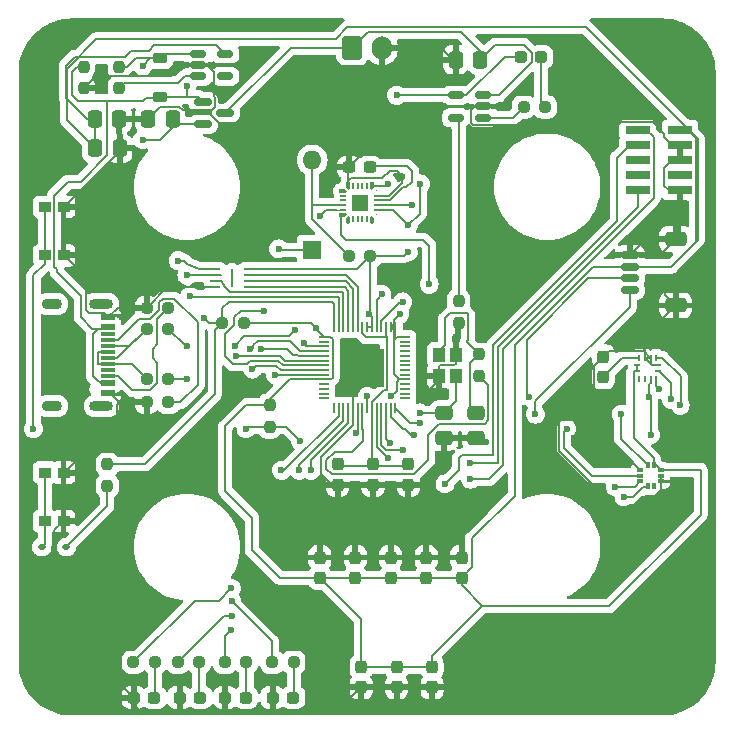
<source format=gbr>
%TF.GenerationSoftware,KiCad,Pcbnew,8.0.3*%
%TF.CreationDate,2024-09-03T15:58:32-04:00*%
%TF.ProjectId,AeroCore,4165726f-436f-4726-952e-6b696361645f,rev?*%
%TF.SameCoordinates,Original*%
%TF.FileFunction,Copper,L1,Top*%
%TF.FilePolarity,Positive*%
%FSLAX46Y46*%
G04 Gerber Fmt 4.6, Leading zero omitted, Abs format (unit mm)*
G04 Created by KiCad (PCBNEW 8.0.3) date 2024-09-03 15:58:32*
%MOMM*%
%LPD*%
G01*
G04 APERTURE LIST*
G04 Aperture macros list*
%AMRoundRect*
0 Rectangle with rounded corners*
0 $1 Rounding radius*
0 $2 $3 $4 $5 $6 $7 $8 $9 X,Y pos of 4 corners*
0 Add a 4 corners polygon primitive as box body*
4,1,4,$2,$3,$4,$5,$6,$7,$8,$9,$2,$3,0*
0 Add four circle primitives for the rounded corners*
1,1,$1+$1,$2,$3*
1,1,$1+$1,$4,$5*
1,1,$1+$1,$6,$7*
1,1,$1+$1,$8,$9*
0 Add four rect primitives between the rounded corners*
20,1,$1+$1,$2,$3,$4,$5,0*
20,1,$1+$1,$4,$5,$6,$7,0*
20,1,$1+$1,$6,$7,$8,$9,0*
20,1,$1+$1,$8,$9,$2,$3,0*%
%AMFreePoly0*
4,1,14,0.135355,0.295355,0.150000,0.260000,0.150000,-0.250000,0.135355,-0.285355,0.100000,-0.300000,0.000000,-0.300000,-0.035355,-0.285355,-0.135355,-0.185355,-0.150000,-0.150000,-0.150000,0.260000,-0.135355,0.295355,-0.100000,0.310000,0.100000,0.310000,0.135355,0.295355,0.135355,0.295355,$1*%
%AMFreePoly1*
4,1,14,0.135355,0.295355,0.150000,0.260000,0.150000,-0.150000,0.135355,-0.185355,0.035355,-0.285355,0.000000,-0.300000,-0.100000,-0.300000,-0.135355,-0.285355,-0.150000,-0.250000,-0.150000,0.260000,-0.135355,0.295355,-0.100000,0.310000,0.100000,0.310000,0.135355,0.295355,0.135355,0.295355,$1*%
%AMFreePoly2*
4,1,14,0.295355,0.135355,0.310000,0.100000,0.310000,-0.100000,0.295355,-0.135355,0.260000,-0.150000,-0.250000,-0.150000,-0.285355,-0.135355,-0.300000,-0.100000,-0.300000,0.000000,-0.285355,0.035355,-0.185355,0.135355,-0.150000,0.150000,0.260000,0.150000,0.295355,0.135355,0.295355,0.135355,$1*%
%AMFreePoly3*
4,1,14,0.295355,0.135355,0.310000,0.100000,0.310000,-0.100000,0.295355,-0.135355,0.260000,-0.150000,-0.150000,-0.150000,-0.185355,-0.135355,-0.285355,-0.035355,-0.300000,0.000000,-0.300000,0.100000,-0.285355,0.135355,-0.250000,0.150000,0.260000,0.150000,0.295355,0.135355,0.295355,0.135355,$1*%
%AMFreePoly4*
4,1,14,0.285355,0.135355,0.300000,0.100000,0.300000,0.000000,0.285355,-0.035355,0.185355,-0.135355,0.150000,-0.150000,-0.250000,-0.150000,-0.285355,-0.135355,-0.300000,-0.100000,-0.300000,0.100000,-0.285355,0.135355,-0.250000,0.150000,0.250000,0.150000,0.285355,0.135355,0.285355,0.135355,$1*%
%AMFreePoly5*
4,1,14,0.185355,0.135355,0.285355,0.035355,0.300000,0.000000,0.300000,-0.100000,0.285355,-0.135355,0.250000,-0.150000,-0.250000,-0.150000,-0.285355,-0.135355,-0.300000,-0.100000,-0.300000,0.100000,-0.285355,0.135355,-0.250000,0.150000,0.150000,0.150000,0.185355,0.135355,0.185355,0.135355,$1*%
G04 Aperture macros list end*
%TA.AperFunction,Conductor*%
%ADD10C,0.200000*%
%TD*%
%TA.AperFunction,SMDPad,CuDef*%
%ADD11RoundRect,0.237500X-0.250000X-0.237500X0.250000X-0.237500X0.250000X0.237500X-0.250000X0.237500X0*%
%TD*%
%TA.AperFunction,SMDPad,CuDef*%
%ADD12RoundRect,0.237500X-0.287500X-0.237500X0.287500X-0.237500X0.287500X0.237500X-0.287500X0.237500X0*%
%TD*%
%TA.AperFunction,SMDPad,CuDef*%
%ADD13RoundRect,0.237500X0.237500X-0.300000X0.237500X0.300000X-0.237500X0.300000X-0.237500X-0.300000X0*%
%TD*%
%TA.AperFunction,SMDPad,CuDef*%
%ADD14RoundRect,0.237500X-0.237500X0.300000X-0.237500X-0.300000X0.237500X-0.300000X0.237500X0.300000X0*%
%TD*%
%TA.AperFunction,SMDPad,CuDef*%
%ADD15RoundRect,0.250000X0.650000X-0.350000X0.650000X0.350000X-0.650000X0.350000X-0.650000X-0.350000X0*%
%TD*%
%TA.AperFunction,SMDPad,CuDef*%
%ADD16RoundRect,0.150000X0.625000X-0.150000X0.625000X0.150000X-0.625000X0.150000X-0.625000X-0.150000X0*%
%TD*%
%TA.AperFunction,SMDPad,CuDef*%
%ADD17RoundRect,0.237500X-0.300000X-0.237500X0.300000X-0.237500X0.300000X0.237500X-0.300000X0.237500X0*%
%TD*%
%TA.AperFunction,SMDPad,CuDef*%
%ADD18RoundRect,0.237500X0.287500X0.237500X-0.287500X0.237500X-0.287500X-0.237500X0.287500X-0.237500X0*%
%TD*%
%TA.AperFunction,SMDPad,CuDef*%
%ADD19RoundRect,0.150000X0.512500X0.150000X-0.512500X0.150000X-0.512500X-0.150000X0.512500X-0.150000X0*%
%TD*%
%TA.AperFunction,ComponentPad*%
%ADD20R,1.600000X1.600000*%
%TD*%
%TA.AperFunction,ComponentPad*%
%ADD21O,1.600000X1.600000*%
%TD*%
%TA.AperFunction,SMDPad,CuDef*%
%ADD22RoundRect,0.237500X0.250000X0.237500X-0.250000X0.237500X-0.250000X-0.237500X0.250000X-0.237500X0*%
%TD*%
%TA.AperFunction,SMDPad,CuDef*%
%ADD23RoundRect,0.237500X-0.237500X0.250000X-0.237500X-0.250000X0.237500X-0.250000X0.237500X0.250000X0*%
%TD*%
%TA.AperFunction,SMDPad,CuDef*%
%ADD24RoundRect,0.250000X-0.337500X-0.475000X0.337500X-0.475000X0.337500X0.475000X-0.337500X0.475000X0*%
%TD*%
%TA.AperFunction,SMDPad,CuDef*%
%ADD25RoundRect,0.250000X0.475000X-0.337500X0.475000X0.337500X-0.475000X0.337500X-0.475000X-0.337500X0*%
%TD*%
%TA.AperFunction,SMDPad,CuDef*%
%ADD26R,2.100000X0.750000*%
%TD*%
%TA.AperFunction,SMDPad,CuDef*%
%ADD27R,1.000000X1.150000*%
%TD*%
%TA.AperFunction,SMDPad,CuDef*%
%ADD28RoundRect,0.112500X-0.187500X-0.112500X0.187500X-0.112500X0.187500X0.112500X-0.187500X0.112500X0*%
%TD*%
%TA.AperFunction,SMDPad,CuDef*%
%ADD29RoundRect,0.250000X0.337500X0.475000X-0.337500X0.475000X-0.337500X-0.475000X0.337500X-0.475000X0*%
%TD*%
%TA.AperFunction,SMDPad,CuDef*%
%ADD30RoundRect,0.150000X-0.587500X-0.150000X0.587500X-0.150000X0.587500X0.150000X-0.587500X0.150000X0*%
%TD*%
%TA.AperFunction,SMDPad,CuDef*%
%ADD31RoundRect,0.225000X-0.375000X0.225000X-0.375000X-0.225000X0.375000X-0.225000X0.375000X0.225000X0*%
%TD*%
%TA.AperFunction,SMDPad,CuDef*%
%ADD32RoundRect,0.237500X0.237500X-0.250000X0.237500X0.250000X-0.237500X0.250000X-0.237500X-0.250000X0*%
%TD*%
%TA.AperFunction,ComponentPad*%
%ADD33RoundRect,0.250000X-0.600000X-0.750000X0.600000X-0.750000X0.600000X0.750000X-0.600000X0.750000X0*%
%TD*%
%TA.AperFunction,ComponentPad*%
%ADD34O,1.700000X2.000000*%
%TD*%
%TA.AperFunction,SMDPad,CuDef*%
%ADD35R,0.300000X0.500000*%
%TD*%
%TA.AperFunction,SMDPad,CuDef*%
%ADD36R,0.500000X0.300000*%
%TD*%
%TA.AperFunction,SMDPad,CuDef*%
%ADD37R,1.000000X0.900000*%
%TD*%
%TA.AperFunction,SMDPad,CuDef*%
%ADD38R,1.160000X0.600000*%
%TD*%
%TA.AperFunction,SMDPad,CuDef*%
%ADD39R,1.160000X0.300000*%
%TD*%
%TA.AperFunction,ComponentPad*%
%ADD40O,2.000000X0.900000*%
%TD*%
%TA.AperFunction,ComponentPad*%
%ADD41O,1.700000X0.900000*%
%TD*%
%TA.AperFunction,SMDPad,CuDef*%
%ADD42R,0.500000X0.280000*%
%TD*%
%TA.AperFunction,SMDPad,CuDef*%
%ADD43R,0.280000X0.500000*%
%TD*%
%TA.AperFunction,SMDPad,CuDef*%
%ADD44R,1.400000X1.400000*%
%TD*%
%TA.AperFunction,SMDPad,CuDef*%
%ADD45FreePoly0,90.000000*%
%TD*%
%TA.AperFunction,SMDPad,CuDef*%
%ADD46R,0.610000X0.200000*%
%TD*%
%TA.AperFunction,SMDPad,CuDef*%
%ADD47FreePoly1,90.000000*%
%TD*%
%TA.AperFunction,SMDPad,CuDef*%
%ADD48FreePoly2,90.000000*%
%TD*%
%TA.AperFunction,SMDPad,CuDef*%
%ADD49R,0.200000X0.610000*%
%TD*%
%TA.AperFunction,SMDPad,CuDef*%
%ADD50FreePoly3,90.000000*%
%TD*%
%TA.AperFunction,SMDPad,CuDef*%
%ADD51R,0.010000X0.010000*%
%TD*%
%TA.AperFunction,SMDPad,CuDef*%
%ADD52FreePoly4,90.000000*%
%TD*%
%TA.AperFunction,SMDPad,CuDef*%
%ADD53FreePoly5,90.000000*%
%TD*%
%TA.AperFunction,SMDPad,CuDef*%
%ADD54RoundRect,0.050000X-0.387500X-0.050000X0.387500X-0.050000X0.387500X0.050000X-0.387500X0.050000X0*%
%TD*%
%TA.AperFunction,SMDPad,CuDef*%
%ADD55RoundRect,0.050000X-0.050000X-0.387500X0.050000X-0.387500X0.050000X0.387500X-0.050000X0.387500X0*%
%TD*%
%TA.AperFunction,HeatsinkPad*%
%ADD56R,3.200000X3.200000*%
%TD*%
%TA.AperFunction,SMDPad,CuDef*%
%ADD57RoundRect,0.062500X-0.387500X-0.062500X0.387500X-0.062500X0.387500X0.062500X-0.387500X0.062500X0*%
%TD*%
%TA.AperFunction,HeatsinkPad*%
%ADD58R,0.200000X1.600000*%
%TD*%
%TA.AperFunction,SMDPad,CuDef*%
%ADD59RoundRect,0.150000X-0.512500X-0.150000X0.512500X-0.150000X0.512500X0.150000X-0.512500X0.150000X0*%
%TD*%
%TA.AperFunction,ViaPad*%
%ADD60C,0.600000*%
%TD*%
%TA.AperFunction,Conductor*%
%ADD61C,0.100000*%
%TD*%
G04 APERTURE END LIST*
D10*
%TO.N,/QSPI_CS*%
X35750000Y-151750000D02*
X34750000Y-151250000D01*
X36750000Y-151750000D02*
X35750000Y-151750000D01*
%TD*%
D11*
%TO.P,R17,1*%
%TO.N,/D13*%
X41962500Y-185000000D03*
%TO.P,R17,2*%
%TO.N,Net-(D8-A)*%
X43787500Y-185000000D03*
%TD*%
%TO.P,R16,1*%
%TO.N,/D14*%
X37962500Y-185000000D03*
%TO.P,R16,2*%
%TO.N,Net-(D7-A)*%
X39787500Y-185000000D03*
%TD*%
D12*
%TO.P,D8,1,K*%
%TO.N,GND*%
X42000000Y-188000000D03*
%TO.P,D8,2,A*%
%TO.N,Net-(D8-A)*%
X43750000Y-188000000D03*
%TD*%
%TO.P,D7,1,K*%
%TO.N,GND*%
X38000000Y-188000000D03*
%TO.P,D7,2,A*%
%TO.N,Net-(D7-A)*%
X39750000Y-188000000D03*
%TD*%
D13*
%TO.P,C13,1*%
%TO.N,/+3v3*%
X46000000Y-177862500D03*
%TO.P,C13,2*%
%TO.N,GND*%
X46000000Y-176137500D03*
%TD*%
D14*
%TO.P,C7,2*%
%TO.N,GND*%
X47500000Y-169975000D03*
%TO.P,C7,1*%
%TO.N,/1.2V*%
X47500000Y-168250000D03*
%TD*%
%TO.P,C10,1*%
%TO.N,/+3v3*%
X55500000Y-185400000D03*
%TO.P,C10,2*%
%TO.N,GND*%
X55500000Y-187125000D03*
%TD*%
D15*
%TO.P,J4,MP,Pin_5*%
%TO.N,GND*%
X76125000Y-149200000D03*
X76125000Y-154800000D03*
D16*
%TO.P,J4,4,Pin_4*%
X72250000Y-150500000D03*
%TO.P,J4,3,Pin_3*%
%TO.N,/+3v3*%
X72250000Y-151500000D03*
%TO.P,J4,2,Pin_2*%
%TO.N,/SDA*%
X72250000Y-152500000D03*
%TO.P,J4,1,Pin_1*%
%TO.N,/SCL*%
X72250000Y-153500000D03*
%TD*%
D13*
%TO.P,C14,1*%
%TO.N,/+3v3*%
X49000000Y-177862500D03*
%TO.P,C14,2*%
%TO.N,GND*%
X49000000Y-176137500D03*
%TD*%
%TO.P,C15,1*%
%TO.N,/+3v3*%
X52000000Y-177862500D03*
%TO.P,C15,2*%
%TO.N,GND*%
X52000000Y-176137500D03*
%TD*%
D17*
%TO.P,C22,1*%
%TO.N,GND*%
X48487500Y-143100000D03*
%TO.P,C22,2*%
%TO.N,Net-(U7-REGOUT)*%
X50212500Y-143100000D03*
%TD*%
D12*
%TO.P,D3,1,K*%
%TO.N,GND*%
X34125000Y-188000000D03*
%TO.P,D3,2,A*%
%TO.N,Net-(D3-A)*%
X35875000Y-188000000D03*
%TD*%
D13*
%TO.P,C17,1*%
%TO.N,/+3v3*%
X58000000Y-177862500D03*
%TO.P,C17,2*%
%TO.N,GND*%
X58000000Y-176137500D03*
%TD*%
%TO.P,C16,1*%
%TO.N,/+3v3*%
X55000000Y-177862500D03*
%TO.P,C16,2*%
%TO.N,GND*%
X55000000Y-176137500D03*
%TD*%
D18*
%TO.P,D5,1,K*%
%TO.N,Net-(D5-K)*%
X64750000Y-133750000D03*
%TO.P,D5,2,A*%
%TO.N,/VBUS*%
X63000000Y-133750000D03*
%TD*%
D13*
%TO.P,C21,2*%
%TO.N,GND*%
X70000000Y-159137500D03*
%TO.P,C21,1*%
%TO.N,Net-(U6-C1)*%
X70000000Y-160862500D03*
%TD*%
D19*
%TO.P,U3,1,STAT*%
%TO.N,Net-(U3-STAT)*%
X59775000Y-138900000D03*
%TO.P,U3,2,V_{SS}*%
%TO.N,GND*%
X59775000Y-137950000D03*
%TO.P,U3,3,V_{BAT}*%
%TO.N,/VBAT*%
X59775000Y-137000000D03*
%TO.P,U3,4,V_{DD}*%
%TO.N,/VBUS*%
X57500000Y-137000000D03*
%TO.P,U3,5,PROG*%
%TO.N,Net-(U3-PROG)*%
X57500000Y-138900000D03*
%TD*%
D14*
%TO.P,C11,1*%
%TO.N,/+3v3*%
X52500000Y-185387500D03*
%TO.P,C11,2*%
%TO.N,GND*%
X52500000Y-187112500D03*
%TD*%
D20*
%TO.P,D6,1,K*%
%TO.N,/CS_1*%
X45350000Y-150100000D03*
D21*
%TO.P,D6,2,A*%
%TO.N,Net-(D6-A)*%
X45350000Y-142480000D03*
%TD*%
D14*
%TO.P,C9,1*%
%TO.N,/1.2V*%
X50500000Y-168250000D03*
%TO.P,C9,2*%
%TO.N,GND*%
X50500000Y-169975000D03*
%TD*%
D22*
%TO.P,R3,1*%
%TO.N,Net-(J1-CC1)*%
X33162500Y-163000000D03*
%TO.P,R3,2*%
%TO.N,GND*%
X31337500Y-163000000D03*
%TD*%
D23*
%TO.P,R12,1*%
%TO.N,Net-(U3-PROG)*%
X57750000Y-154425000D03*
%TO.P,R12,2*%
%TO.N,GND*%
X57750000Y-156250000D03*
%TD*%
%TO.P,R9,1*%
%TO.N,/QSPI_CS*%
X28000000Y-168250000D03*
%TO.P,R9,2*%
%TO.N,Net-(D2-A)*%
X28000000Y-170075000D03*
%TD*%
D24*
%TO.P,C1,2*%
%TO.N,GND*%
X29006250Y-139000000D03*
%TO.P,C1,1*%
%TO.N,/+3v3*%
X26931250Y-139000000D03*
%TD*%
D25*
%TO.P,C5,1*%
%TO.N,GND*%
X56500000Y-166000000D03*
%TO.P,C5,2*%
%TO.N,/XIN*%
X56500000Y-163925000D03*
%TD*%
D26*
%TO.P,J2,1,VTref*%
%TO.N,/+3v3*%
X76500000Y-139940000D03*
%TO.P,J2,2,SWDIO/TMS*%
%TO.N,/SWDIO*%
X72900000Y-139940000D03*
%TO.P,J2,3,GND*%
%TO.N,GND*%
X76500000Y-141210000D03*
%TO.P,J2,4,SWCLK/TCK*%
%TO.N,/SWCLK*%
X72900000Y-141210000D03*
%TO.P,J2,5,GND*%
%TO.N,GND*%
X76500000Y-142480000D03*
%TO.P,J2,6,SWO/TDO*%
%TO.N,unconnected-(J2-SWO{slash}TDO-Pad6)*%
X72900000Y-142480000D03*
%TO.P,J2,7,KEY*%
%TO.N,unconnected-(J2-KEY-Pad7)*%
X76500000Y-143750000D03*
%TO.P,J2,8,NC/TDI*%
%TO.N,unconnected-(J2-NC{slash}TDI-Pad8)*%
X72900000Y-143750000D03*
%TO.P,J2,9,GNDDetect*%
%TO.N,GND*%
X76500000Y-145020000D03*
%TO.P,J2,10,~{RESET}*%
%TO.N,/~{RESET}*%
X72900000Y-145020000D03*
%TD*%
D24*
%TO.P,C2,2*%
%TO.N,GND*%
X29043750Y-141500000D03*
%TO.P,C2,1*%
%TO.N,/+3v3*%
X26968750Y-141500000D03*
%TD*%
D27*
%TO.P,Y2,1,1*%
%TO.N,/XIN*%
X57500000Y-160750000D03*
%TO.P,Y2,2,2*%
%TO.N,GND*%
X57500000Y-159000000D03*
%TO.P,Y2,3,3*%
%TO.N,Net-(C6-Pad2)*%
X56100000Y-159000000D03*
%TO.P,Y2,4,4*%
%TO.N,GND*%
X56100000Y-160750000D03*
%TD*%
D14*
%TO.P,C8,1*%
%TO.N,/1.2V*%
X53500000Y-168250000D03*
%TO.P,C8,2*%
%TO.N,GND*%
X53500000Y-169975000D03*
%TD*%
D28*
%TO.P,D2,2,A*%
%TO.N,Net-(D2-A)*%
X24550000Y-175250000D03*
%TO.P,D2,1,K*%
%TO.N,Net-(BOOT1-A)*%
X22450000Y-175250000D03*
%TD*%
D11*
%TO.P,R15,1*%
%TO.N,Net-(D6-A)*%
X48437500Y-150600000D03*
%TO.P,R15,2*%
%TO.N,/+3v3*%
X50262500Y-150600000D03*
%TD*%
%TO.P,R4,1*%
%TO.N,GND*%
X31337500Y-155000000D03*
%TO.P,R4,2*%
%TO.N,Net-(J1-CC2)*%
X33162500Y-155000000D03*
%TD*%
D29*
%TO.P,C4,1*%
%TO.N,/VBAT*%
X59575000Y-134000000D03*
%TO.P,C4,2*%
%TO.N,GND*%
X57500000Y-134000000D03*
%TD*%
D11*
%TO.P,R1,1*%
%TO.N,Net-(J1-D--PadA7)*%
X31337500Y-156750000D03*
%TO.P,R1,2*%
%TO.N,/D-*%
X33162500Y-156750000D03*
%TD*%
D23*
%TO.P,R6,1*%
%TO.N,Net-(D1-K)*%
X29006250Y-134587500D03*
%TO.P,R6,2*%
%TO.N,Net-(U2-EN)*%
X29006250Y-136412500D03*
%TD*%
D25*
%TO.P,C6,1*%
%TO.N,GND*%
X59250000Y-166000000D03*
%TO.P,C6,2*%
%TO.N,Net-(C6-Pad2)*%
X59250000Y-163925000D03*
%TD*%
D23*
%TO.P,R5,2*%
%TO.N,GND*%
X26006250Y-136412500D03*
%TO.P,R5,1*%
%TO.N,/VBUS*%
X26006250Y-134587500D03*
%TD*%
D11*
%TO.P,R11,1*%
%TO.N,Net-(U3-STAT)*%
X63250000Y-138000000D03*
%TO.P,R11,2*%
%TO.N,Net-(D5-K)*%
X65075000Y-138000000D03*
%TD*%
D14*
%TO.P,C12,1*%
%TO.N,/+3v3*%
X49500000Y-185387500D03*
%TO.P,C12,2*%
%TO.N,GND*%
X49500000Y-187112500D03*
%TD*%
D29*
%TO.P,C3,2*%
%TO.N,GND*%
X31462500Y-139000000D03*
%TO.P,C3,1*%
%TO.N,Net-(D1-K)*%
X33537500Y-139000000D03*
%TD*%
D11*
%TO.P,R2,1*%
%TO.N,Net-(J1-D+-PadA6)*%
X31337500Y-161000000D03*
%TO.P,R2,2*%
%TO.N,/D+*%
X33162500Y-161000000D03*
%TD*%
D30*
%TO.P,Q1,1,G*%
%TO.N,/VBUS*%
X36125000Y-137550000D03*
%TO.P,Q1,2,S*%
%TO.N,Net-(D1-K)*%
X36125000Y-139450000D03*
%TO.P,Q1,3,D*%
%TO.N,/VBAT*%
X38000000Y-138500000D03*
%TD*%
D31*
%TO.P,D1,2,A*%
%TO.N,/VBUS*%
X32506250Y-137150000D03*
%TO.P,D1,1,K*%
%TO.N,Net-(D1-K)*%
X32506250Y-133850000D03*
%TD*%
D12*
%TO.P,D4,1,K*%
%TO.N,GND*%
X30250000Y-188000000D03*
%TO.P,D4,2,A*%
%TO.N,Net-(D4-A)*%
X32000000Y-188000000D03*
%TD*%
D11*
%TO.P,R10,2*%
%TO.N,Net-(D3-A)*%
X35787500Y-185000000D03*
%TO.P,R10,1*%
%TO.N,/D15*%
X33962500Y-185000000D03*
%TD*%
%TO.P,R14,1*%
%TO.N,/QSPI_CS*%
X37737500Y-156250000D03*
%TO.P,R14,2*%
%TO.N,/+3v3*%
X39562500Y-156250000D03*
%TD*%
%TO.P,R8,2*%
%TO.N,Net-(D4-A)*%
X32037500Y-185000000D03*
%TO.P,R8,1*%
%TO.N,/D16*%
X30212500Y-185000000D03*
%TD*%
D23*
%TO.P,R13,1*%
%TO.N,Net-(C6-Pad2)*%
X59500000Y-158925000D03*
%TO.P,R13,2*%
%TO.N,/XOUT*%
X59500000Y-160750000D03*
%TD*%
D32*
%TO.P,R7,2*%
%TO.N,/+3v3*%
X41750000Y-163250000D03*
%TO.P,R7,1*%
%TO.N,/~{RESET}*%
X41750000Y-165075000D03*
%TD*%
D33*
%TO.P,J3,1,Pin_1*%
%TO.N,/VBAT*%
X48750000Y-132967500D03*
D34*
%TO.P,J3,2,Pin_2*%
%TO.N,GND*%
X51250000Y-132967500D03*
%TD*%
D35*
%TO.P,U5,1,VDDIO*%
%TO.N,/+3v3*%
X74250000Y-168330000D03*
%TO.P,U5,2,SCK*%
%TO.N,/SCK0*%
X73750000Y-168330000D03*
D36*
%TO.P,U5,3,VSS*%
%TO.N,GND*%
X73130000Y-168700000D03*
%TO.P,U5,4,SDI*%
%TO.N,/MOSI0*%
X73130000Y-169200000D03*
%TO.P,U5,5,SDO*%
%TO.N,/MISO0*%
X73130000Y-169700000D03*
D35*
%TO.P,U5,6,CSB*%
%TO.N,/CS_2*%
X73750000Y-170070000D03*
%TO.P,U5,7,INT*%
%TO.N,unconnected-(U5-INT-Pad7)*%
X74250000Y-170070000D03*
D36*
%TO.P,U5,8,VSS*%
%TO.N,GND*%
X74870000Y-169700000D03*
%TO.P,U5,9,VSS*%
X74870000Y-169200000D03*
%TO.P,U5,10,VDD*%
%TO.N,/+3v3*%
X74870000Y-168700000D03*
%TD*%
D37*
%TO.P,RST1,1,A*%
%TO.N,/~{RESET}*%
X22700000Y-150550000D03*
X22700000Y-146450000D03*
%TO.P,RST1,2,B*%
%TO.N,GND*%
X24300000Y-150550000D03*
X24300000Y-146450000D03*
%TD*%
D38*
%TO.P,J1,A1,GND*%
%TO.N,GND*%
X28080000Y-155800000D03*
%TO.P,J1,A4,VBUS*%
%TO.N,/VBUS*%
X28080000Y-156600000D03*
D39*
%TO.P,J1,A5,CC1*%
%TO.N,Net-(J1-CC1)*%
X28080000Y-157750000D03*
%TO.P,J1,A6,D+*%
%TO.N,Net-(J1-D+-PadA6)*%
X28080000Y-158750000D03*
%TO.P,J1,A7,D-*%
%TO.N,Net-(J1-D--PadA7)*%
X28080000Y-159250000D03*
%TO.P,J1,A8,SBU1*%
%TO.N,unconnected-(J1-SBU1-PadA8)*%
X28080000Y-160250000D03*
D38*
%TO.P,J1,A9,VBUS*%
%TO.N,/VBUS*%
X28080000Y-161400000D03*
%TO.P,J1,A12,GND*%
%TO.N,GND*%
X28080000Y-162200000D03*
%TO.P,J1,B1,GND*%
X28080000Y-162200000D03*
%TO.P,J1,B4,VBUS*%
%TO.N,/VBUS*%
X28080000Y-161400000D03*
D39*
%TO.P,J1,B5,CC2*%
%TO.N,Net-(J1-CC2)*%
X28080000Y-160750000D03*
%TO.P,J1,B6,D+*%
%TO.N,Net-(J1-D+-PadA6)*%
X28080000Y-159750000D03*
%TO.P,J1,B7,D-*%
%TO.N,Net-(J1-D--PadA7)*%
X28080000Y-158250000D03*
%TO.P,J1,B8,SBU2*%
%TO.N,unconnected-(J1-SBU2-PadB8)*%
X28080000Y-157250000D03*
D38*
%TO.P,J1,B9,VBUS*%
%TO.N,/VBUS*%
X28080000Y-156600000D03*
%TO.P,J1,B12,GND*%
%TO.N,GND*%
X28080000Y-155800000D03*
D40*
%TO.P,J1,S1,SHIELD*%
%TO.N,unconnected-(J1-SHIELD-PadS1)*%
X27500000Y-154680000D03*
D41*
X23330000Y-154680000D03*
D40*
X27500000Y-163320000D03*
D41*
X23330000Y-163320000D03*
%TD*%
D42*
%TO.P,U6,12,RSVD2*%
%TO.N,GND*%
X74630000Y-159870000D03*
%TO.P,U6,11,SDA/SDI/SDO*%
%TO.N,/MOSI0*%
X74630000Y-160370000D03*
D43*
%TO.P,U6,10,CS*%
%TO.N,/CS_3*%
X74500000Y-161000000D03*
%TO.P,U6,9,SDO/SA1*%
%TO.N,/MISO0*%
X74000000Y-161000000D03*
%TO.P,U6,8,DRDY*%
%TO.N,unconnected-(U6-DRDY-Pad8)*%
X73500000Y-161000000D03*
%TO.P,U6,7,INT*%
%TO.N,unconnected-(U6-INT-Pad7)*%
X73000000Y-161000000D03*
D42*
%TO.P,U6,6,VDD_IO*%
%TO.N,/+3v3*%
X72870000Y-160370000D03*
%TO.P,U6,5,VDD*%
X72870000Y-159870000D03*
D43*
%TO.P,U6,4,C1*%
%TO.N,Net-(U6-C1)*%
X73000000Y-159240000D03*
%TO.P,U6,3,GND*%
%TO.N,GND*%
X73500000Y-159240000D03*
%TO.P,U6,2,RSVD1*%
X74000000Y-159240000D03*
%TO.P,U6,1,SCL/SPC*%
%TO.N,/SCK0*%
X74500000Y-159240000D03*
%TD*%
D44*
%TO.P,U7,25,25*%
%TO.N,unconnected-(U7-Pad25)*%
X49400000Y-146100000D03*
D45*
%TO.P,U7,24,SDA/SDI*%
%TO.N,/MOSI0*%
X47950000Y-147100000D03*
D46*
%TO.P,U7,23,SCL/SCLK*%
%TO.N,/SCK0*%
X48000000Y-146700000D03*
%TO.P,U7,22,nCS*%
%TO.N,Net-(D6-A)*%
X48000000Y-146300000D03*
%TO.P,U7,21,AUX_DA*%
%TO.N,unconnected-(U7-AUX_DA-Pad21)*%
X48000000Y-145900000D03*
%TO.P,U7,20,RESV*%
%TO.N,unconnected-(U7-RESV-Pad20)*%
X48000000Y-145500000D03*
D47*
%TO.P,U7,19,INT2*%
%TO.N,unconnected-(U7-INT2-Pad19)*%
X47950000Y-145100000D03*
D48*
%TO.P,U7,18,GND*%
%TO.N,GND*%
X48400000Y-144650000D03*
D49*
%TO.P,U7,17,NC*%
%TO.N,unconnected-(U7-NC-Pad17)*%
X48800000Y-144700000D03*
%TO.P,U7,16,NC*%
%TO.N,unconnected-(U7-NC-Pad16)*%
X49200000Y-144700000D03*
%TO.P,U7,15,NC*%
%TO.N,unconnected-(U7-NC-Pad15)*%
X49600000Y-144700000D03*
%TO.P,U7,14,NC*%
%TO.N,unconnected-(U7-NC-Pad14)*%
X50000000Y-144700000D03*
D50*
%TO.P,U7,13,VDD*%
%TO.N,/+3v3*%
X50400000Y-144650000D03*
D51*
%TO.P,U7,12,INT1*%
%TO.N,unconnected-(U7-INT1-Pad12)*%
X50850000Y-145100000D03*
D46*
%TO.P,U7,11,FSYNC*%
%TO.N,GND*%
X50800000Y-145500000D03*
%TO.P,U7,10,REGOUT*%
%TO.N,Net-(U7-REGOUT)*%
X50800000Y-145900000D03*
%TO.P,U7,9,SDA/AD0*%
%TO.N,/MISO0*%
X50800000Y-146300000D03*
%TO.P,U7,8,VDDIO*%
%TO.N,/+3v3*%
X50800000Y-146700000D03*
D51*
%TO.P,U7,7,AUX_CL*%
%TO.N,unconnected-(U7-AUX_CL-Pad7)*%
X50850000Y-147100000D03*
D52*
%TO.P,U7,6,NC*%
%TO.N,unconnected-(U7-NC-Pad6)*%
X50400000Y-147550000D03*
D49*
%TO.P,U7,5,NC*%
%TO.N,unconnected-(U7-NC-Pad5)*%
X50000000Y-147500000D03*
%TO.P,U7,4,NC*%
%TO.N,unconnected-(U7-NC-Pad4)*%
X49600000Y-147500000D03*
%TO.P,U7,3,NC*%
%TO.N,unconnected-(U7-NC-Pad3)*%
X49200000Y-147500000D03*
%TO.P,U7,2,NC*%
%TO.N,unconnected-(U7-NC-Pad2)*%
X48800000Y-147500000D03*
D53*
%TO.P,U7,1,NC*%
%TO.N,unconnected-(U7-NC-Pad1)*%
X48400000Y-147550000D03*
%TD*%
D54*
%TO.P,U1,1,IOVDD*%
%TO.N,/+3v3*%
X46362500Y-157462500D03*
%TO.P,U1,2,GPIO0*%
%TO.N,/D0*%
X46362500Y-157862500D03*
%TO.P,U1,3,GPIO1*%
%TO.N,/CS_2*%
X46362500Y-158262500D03*
%TO.P,U1,4,GPIO2*%
%TO.N,/SCK0*%
X46362500Y-158662500D03*
%TO.P,U1,5,GPIO3*%
%TO.N,/MOSI0*%
X46362500Y-159062500D03*
%TO.P,U1,6,GPIO4*%
%TO.N,/MISO0*%
X46362500Y-159462500D03*
%TO.P,U1,7,GPIO5*%
%TO.N,/CS_1*%
X46362500Y-159862500D03*
%TO.P,U1,8,GPIO6*%
%TO.N,/SDA*%
X46362500Y-160262500D03*
%TO.P,U1,9,GPIO7*%
%TO.N,/SCL*%
X46362500Y-160662500D03*
%TO.P,U1,10,IOVDD*%
%TO.N,/+3v3*%
X46362500Y-161062500D03*
%TO.P,U1,11,GPIO8*%
%TO.N,/D8*%
X46362500Y-161462500D03*
%TO.P,U1,12,GPIO9*%
%TO.N,/D9*%
X46362500Y-161862500D03*
%TO.P,U1,13,GPIO10*%
%TO.N,/D10*%
X46362500Y-162262500D03*
%TO.P,U1,14,GPIO11*%
%TO.N,/D11*%
X46362500Y-162662500D03*
D55*
%TO.P,U1,15,GPIO12*%
%TO.N,/D12*%
X47200000Y-163500000D03*
%TO.P,U1,16,GPIO13*%
%TO.N,/D13*%
X47600000Y-163500000D03*
%TO.P,U1,17,GPIO14*%
%TO.N,/D14*%
X48000000Y-163500000D03*
%TO.P,U1,18,GPIO15*%
%TO.N,/D15*%
X48400000Y-163500000D03*
%TO.P,U1,19,TESTEN*%
%TO.N,GND*%
X48800000Y-163500000D03*
%TO.P,U1,20,XIN*%
%TO.N,/XIN*%
X49200000Y-163500000D03*
%TO.P,U1,21,XOUT*%
%TO.N,/XOUT*%
X49600000Y-163500000D03*
%TO.P,U1,22,IOVDD*%
%TO.N,/+3v3*%
X50000000Y-163500000D03*
%TO.P,U1,23,DVDD*%
%TO.N,/1.2V*%
X50400000Y-163500000D03*
%TO.P,U1,24,SWCLK*%
%TO.N,/SWCLK*%
X50800000Y-163500000D03*
%TO.P,U1,25,SWD*%
%TO.N,/SWDIO*%
X51200000Y-163500000D03*
%TO.P,U1,26,RUN*%
%TO.N,/~{RESET}*%
X51600000Y-163500000D03*
%TO.P,U1,27,GPIO16*%
%TO.N,/D16*%
X52000000Y-163500000D03*
%TO.P,U1,28,GPIO17*%
%TO.N,/CS_3*%
X52400000Y-163500000D03*
D54*
%TO.P,U1,29,GPIO18*%
%TO.N,/D18*%
X53237500Y-162662500D03*
%TO.P,U1,30,GPIO19*%
%TO.N,/D19*%
X53237500Y-162262500D03*
%TO.P,U1,31,GPIO20*%
%TO.N,/D20*%
X53237500Y-161862500D03*
%TO.P,U1,32,GPIO21*%
%TO.N,/D21*%
X53237500Y-161462500D03*
%TO.P,U1,33,IOVDD*%
%TO.N,/+3v3*%
X53237500Y-161062500D03*
%TO.P,U1,34,GPIO22*%
%TO.N,/D22*%
X53237500Y-160662500D03*
%TO.P,U1,35,GPIO23*%
%TO.N,/D23*%
X53237500Y-160262500D03*
%TO.P,U1,36,GPIO24*%
%TO.N,/D24*%
X53237500Y-159862500D03*
%TO.P,U1,37,GPIO25*%
%TO.N,/D25*%
X53237500Y-159462500D03*
%TO.P,U1,38,GPIO26_ADC0*%
%TO.N,/A0*%
X53237500Y-159062500D03*
%TO.P,U1,39,GPIO27_ADC1*%
%TO.N,/A1*%
X53237500Y-158662500D03*
%TO.P,U1,40,GPIO28_ADC2*%
%TO.N,/A2*%
X53237500Y-158262500D03*
%TO.P,U1,41,GPIO29_ADC3*%
%TO.N,/A3*%
X53237500Y-157862500D03*
%TO.P,U1,42,IOVDD*%
%TO.N,/+3v3*%
X53237500Y-157462500D03*
D55*
%TO.P,U1,43,ADC_AVDD*%
X52400000Y-156625000D03*
%TO.P,U1,44,VREG_IN*%
X52000000Y-156625000D03*
%TO.P,U1,45,VREG_VOUT*%
%TO.N,/1.2V*%
X51600000Y-156625000D03*
%TO.P,U1,46,USB_DM*%
%TO.N,/D-*%
X51200000Y-156625000D03*
%TO.P,U1,47,USB_DP*%
%TO.N,/D+*%
X50800000Y-156625000D03*
%TO.P,U1,48,USB_VDD*%
%TO.N,/+3v3*%
X50400000Y-156625000D03*
%TO.P,U1,49,IOVDD*%
X50000000Y-156625000D03*
%TO.P,U1,50,DVDD*%
%TO.N,/1.2V*%
X49600000Y-156625000D03*
%TO.P,U1,51,QSPI_SD3*%
%TO.N,/QSPI_D3*%
X49200000Y-156625000D03*
%TO.P,U1,52,QSPI_SCLK*%
%TO.N,/QSPI_CLK*%
X48800000Y-156625000D03*
%TO.P,U1,53,QSPI_SD0*%
%TO.N,/QSPI_D0*%
X48400000Y-156625000D03*
%TO.P,U1,54,QSPI_SD2*%
%TO.N,/QSPI_D2*%
X48000000Y-156625000D03*
%TO.P,U1,55,QSPI_SD1*%
%TO.N,/QSPI_D1*%
X47600000Y-156625000D03*
%TO.P,U1,56,QSPI_SS*%
%TO.N,/QSPI_CS*%
X47200000Y-156625000D03*
D56*
%TO.P,U1,57,GND*%
%TO.N,GND*%
X49800000Y-160062500D03*
%TD*%
D37*
%TO.P,BOOT1,1,A*%
%TO.N,Net-(BOOT1-A)*%
X22700000Y-173050000D03*
X22700000Y-168950000D03*
%TO.P,BOOT1,2,B*%
%TO.N,GND*%
X24300000Y-173050000D03*
X24300000Y-168950000D03*
%TD*%
D57*
%TO.P,U4,1,/CS*%
%TO.N,/QSPI_CS*%
X37150000Y-151750000D03*
%TO.P,U4,2,DO(IO1)*%
%TO.N,/QSPI_D1*%
X37150000Y-152250000D03*
%TO.P,U4,3,/WP(IO2)*%
%TO.N,/QSPI_D2*%
X37150000Y-152750000D03*
%TO.P,U4,4,GND*%
%TO.N,GND*%
X37150000Y-153250000D03*
%TO.P,U4,5,DI(IO0)*%
%TO.N,/QSPI_D0*%
X40000000Y-153250000D03*
%TO.P,U4,6,CLK*%
%TO.N,/QSPI_CLK*%
X40000000Y-152750000D03*
%TO.P,U4,7,/HOLDOR/RESET(IO3)*%
%TO.N,/QSPI_D3*%
X40000000Y-152250000D03*
%TO.P,U4,8,VCC*%
%TO.N,/+3v3*%
X40000000Y-151750000D03*
D58*
%TO.P,U4,9,EPAD*%
%TO.N,unconnected-(U4-EPAD-Pad9)*%
X38575000Y-152500000D03*
%TD*%
D59*
%TO.P,U2,5,VOUT*%
%TO.N,/+3v3*%
X38000000Y-133500000D03*
%TO.P,U2,4,NC*%
%TO.N,unconnected-(U2-NC-Pad4)*%
X38000000Y-135400000D03*
%TO.P,U2,3,EN*%
%TO.N,Net-(U2-EN)*%
X35725000Y-135400000D03*
%TO.P,U2,2,GND*%
%TO.N,GND*%
X35725000Y-134450000D03*
%TO.P,U2,1,VIN*%
%TO.N,Net-(D1-K)*%
X35725000Y-133500000D03*
%TD*%
D60*
%TO.N,Net-(D1-K)*%
X31000000Y-140750000D03*
X31000000Y-134500000D03*
%TO.N,/D16*%
X38500000Y-178750000D03*
X54000000Y-165750000D03*
%TO.N,/D13*%
X38525814Y-179804009D03*
%TO.N,/D14*%
X38509252Y-182240752D03*
%TO.N,/D15*%
X38589252Y-181104009D03*
%TO.N,/D14*%
X44250000Y-168750000D03*
%TO.N,/D15*%
X45250000Y-168749998D03*
%TO.N,/D13*%
X42750000Y-168750000D03*
%TO.N,/CS_1*%
X42500000Y-150000000D03*
X41250000Y-155250000D03*
%TO.N,/D-*%
X34750000Y-158250000D03*
X38831092Y-158194649D03*
X43897926Y-156893741D03*
%TO.N,/D+*%
X34750000Y-160999998D03*
%TO.N,/D-*%
X53000000Y-154500000D03*
%TO.N,/D+*%
X51250000Y-153850000D03*
%TO.N,/+3v3*%
X45709620Y-156709620D03*
X52766277Y-155516277D03*
X50150000Y-155516277D03*
X52000000Y-162500000D03*
X50000000Y-162500000D03*
%TO.N,/SCL*%
X42241296Y-160670587D03*
X64250000Y-164000000D03*
%TO.N,/SDA*%
X40296296Y-160181706D03*
X63709620Y-162540380D03*
%TO.N,/SWDIO*%
X53000000Y-167000000D03*
X58750000Y-169500000D03*
%TO.N,/SWCLK*%
X51729147Y-167700000D03*
X56597919Y-169900000D03*
%TO.N,/~{RESET}*%
X21750000Y-165250000D03*
X39750000Y-165250000D03*
X44357806Y-166277046D03*
X51921275Y-166400000D03*
X58709311Y-168150000D03*
%TO.N,GND*%
X74000000Y-149250000D03*
X75250000Y-152500000D03*
%TO.N,/CS_3*%
X54500000Y-164750000D03*
X74750004Y-161901467D03*
%TO.N,/CS_2*%
X44617461Y-158012500D03*
X71750000Y-171000000D03*
%TO.N,/MOSI0*%
X66900000Y-165250000D03*
%TO.N,/XIN*%
X54500000Y-163899997D03*
X49029278Y-165600000D03*
%TO.N,/+3v3*%
X54500000Y-144500000D03*
X51750000Y-144500000D03*
X53500000Y-148000000D03*
X53500000Y-150250000D03*
%TO.N,/MISO0*%
X38885242Y-159064645D03*
%TO.N,/SCK0*%
X40098773Y-158450000D03*
%TO.N,/MISO0*%
X71000000Y-170150000D03*
X74000000Y-165750000D03*
X73851586Y-162545381D03*
X53800000Y-146250000D03*
%TO.N,/MOSI0*%
X40999807Y-158455516D03*
X75750000Y-162750000D03*
X55250000Y-153000000D03*
%TO.N,GND*%
X41750000Y-168000000D03*
X55000000Y-162250000D03*
%TO.N,/QSPI_CS*%
X36230238Y-155895246D03*
X34000000Y-151000000D03*
%TO.N,/QSPI_D1*%
X34750000Y-152250000D03*
X35000000Y-154000000D03*
%TO.N,/VBUS*%
X34750000Y-136250000D03*
X52500000Y-137000000D03*
%TO.N,/SCK0*%
X46000000Y-147250000D03*
%TO.N,GND*%
X67500000Y-166000000D03*
X60050000Y-166393178D03*
%TO.N,/SCK0*%
X76500000Y-163250000D03*
X71500000Y-164000000D03*
%TD*%
D10*
%TO.N,/CS_1*%
X38000000Y-157241722D02*
X38750000Y-156491722D01*
X40057238Y-159501517D02*
X39808755Y-159750000D01*
X42847425Y-159862500D02*
X42486442Y-159501517D01*
X46362500Y-159862500D02*
X42847425Y-159862500D01*
%TO.N,/SDA*%
X42320756Y-159901517D02*
X40576485Y-159901517D01*
%TO.N,/CS_1*%
X38750000Y-156491722D02*
X38750000Y-155808278D01*
%TO.N,/MISO0*%
X43013110Y-159462500D02*
X42615255Y-159064645D01*
%TO.N,/CS_1*%
X39308278Y-155250000D02*
X41250000Y-155250000D01*
%TO.N,/SDA*%
X42681739Y-160262500D02*
X42320756Y-159901517D01*
%TO.N,/SCL*%
X42241296Y-160670587D02*
X42249383Y-160662500D01*
%TO.N,/CS_1*%
X38651358Y-159750000D02*
X38000000Y-159098642D01*
X39808755Y-159750000D02*
X38651358Y-159750000D01*
%TO.N,/SDA*%
X46362500Y-160262500D02*
X42681739Y-160262500D01*
X40576485Y-159901517D02*
X40296296Y-160181706D01*
%TO.N,/CS_1*%
X38000000Y-159098642D02*
X38000000Y-157241722D01*
%TO.N,/MISO0*%
X42615255Y-159064645D02*
X38885242Y-159064645D01*
X46362500Y-159462500D02*
X43013110Y-159462500D01*
%TO.N,/CS_1*%
X38750000Y-155808278D02*
X39308278Y-155250000D01*
X42486442Y-159501517D02*
X40057238Y-159501517D01*
%TO.N,/SCL*%
X42249383Y-160662500D02*
X46362500Y-160662500D01*
%TO.N,Net-(D6-A)*%
X45350000Y-147512500D02*
X45350000Y-146250000D01*
X45350000Y-146250000D02*
X45350000Y-142480000D01*
X48000000Y-146300000D02*
X45400000Y-146300000D01*
X45400000Y-146300000D02*
X45350000Y-146250000D01*
%TO.N,Net-(D1-K)*%
X31000000Y-140750000D02*
X32473175Y-140750000D01*
X32473175Y-140750000D02*
X33537500Y-139685675D01*
X33537500Y-139685675D02*
X33537500Y-139000000D01*
X32506250Y-133850000D02*
X31650000Y-133850000D01*
X31650000Y-133850000D02*
X31000000Y-134500000D01*
%TO.N,/VBAT*%
X57950000Y-131650000D02*
X50067500Y-131650000D01*
X59575000Y-134000000D02*
X59575000Y-133275000D01*
X59575000Y-133275000D02*
X57950000Y-131650000D01*
X50067500Y-131650000D02*
X48750000Y-132967500D01*
%TO.N,/D16*%
X37441867Y-179808133D02*
X38500000Y-178750000D01*
%TO.N,/D13*%
X41962500Y-185000000D02*
X41962500Y-183240695D01*
%TO.N,/D16*%
X35404367Y-179808133D02*
X37441867Y-179808133D01*
%TO.N,/D15*%
X33962500Y-185000000D02*
X37858491Y-181104009D01*
%TO.N,/D16*%
X30212500Y-185000000D02*
X35404367Y-179808133D01*
%TO.N,/D15*%
X37858491Y-181104009D02*
X38589252Y-181104009D01*
%TO.N,/D13*%
X41962500Y-183240695D02*
X38525814Y-179804009D01*
%TO.N,/D14*%
X37962500Y-185000000D02*
X37962500Y-182787504D01*
X37962500Y-182787504D02*
X38509252Y-182240752D01*
%TO.N,/SWCLK*%
X50800000Y-166770853D02*
X51729147Y-167700000D01*
%TO.N,/XOUT*%
X55150000Y-165752756D02*
X55150000Y-167904222D01*
%TO.N,GND*%
X47025000Y-169975000D02*
X46109619Y-169059619D01*
X47500000Y-169975000D02*
X47025000Y-169975000D01*
%TO.N,/SWDIO*%
X53000000Y-167000000D02*
X51602036Y-167000000D01*
%TO.N,/XOUT*%
X55150000Y-167904222D02*
X53966722Y-169087500D01*
X59500000Y-160750000D02*
X60275000Y-161525000D01*
%TO.N,/1.2V*%
X47500000Y-168250000D02*
X47600000Y-168350000D01*
%TO.N,/D15*%
X48400000Y-163500000D02*
X48400000Y-164744353D01*
%TO.N,/XIN*%
X49200000Y-163500000D02*
X49200000Y-165429278D01*
%TO.N,/~{RESET}*%
X51600000Y-163500000D02*
X51600000Y-166078725D01*
%TO.N,/D14*%
X48000000Y-164578669D02*
X44250000Y-168328669D01*
%TO.N,/~{RESET}*%
X51600000Y-166078725D02*
X51921275Y-166400000D01*
%TO.N,/XOUT*%
X49679278Y-165330761D02*
X49600000Y-165251483D01*
X47033278Y-169087500D02*
X46550000Y-168604222D01*
X46550000Y-167895778D02*
X47245778Y-167200000D01*
%TO.N,/D15*%
X45250000Y-167894353D02*
X45250000Y-168749998D01*
%TO.N,/SWCLK*%
X50800000Y-163500000D02*
X50800000Y-166770853D01*
%TO.N,/XOUT*%
X56090256Y-164812500D02*
X55150000Y-165752756D01*
%TO.N,/D15*%
X48400000Y-164744353D02*
X45250000Y-167894353D01*
%TO.N,/XIN*%
X49200000Y-165429278D02*
X49029278Y-165600000D01*
%TO.N,/XOUT*%
X47245778Y-167200000D02*
X48717502Y-167200000D01*
X49679278Y-166238224D02*
X49679278Y-165330761D01*
X53966722Y-169087500D02*
X47033278Y-169087500D01*
%TO.N,GND*%
X46109619Y-167640381D02*
X48800000Y-164950000D01*
%TO.N,/D14*%
X48000000Y-163500000D02*
X48000000Y-164578669D01*
%TO.N,/~{RESET}*%
X41750000Y-165075000D02*
X43155760Y-165075000D01*
%TO.N,/1.2V*%
X47600000Y-168350000D02*
X53400000Y-168350000D01*
%TO.N,/XOUT*%
X60275000Y-164497244D02*
X59959744Y-164812500D01*
%TO.N,/D14*%
X44250000Y-168328669D02*
X44250000Y-168750000D01*
%TO.N,GND*%
X46109619Y-169059619D02*
X46109619Y-167640381D01*
%TO.N,/XOUT*%
X46550000Y-168604222D02*
X46550000Y-167895778D01*
%TO.N,/SWDIO*%
X51200000Y-166597964D02*
X51200000Y-163500000D01*
X51602036Y-167000000D02*
X51200000Y-166597964D01*
%TO.N,/XOUT*%
X59959744Y-164812500D02*
X56090256Y-164812500D01*
X49600000Y-165251483D02*
X49600000Y-163500000D01*
%TO.N,/~{RESET}*%
X43155760Y-165075000D02*
X44357806Y-166277046D01*
%TO.N,/XIN*%
X49029278Y-165720722D02*
X49029278Y-165600000D01*
%TO.N,/1.2V*%
X53400000Y-168350000D02*
X53500000Y-168250000D01*
%TO.N,GND*%
X48800000Y-164950000D02*
X48800000Y-163500000D01*
%TO.N,/XOUT*%
X60275000Y-161525000D02*
X60275000Y-164497244D01*
X48717502Y-167200000D02*
X49679278Y-166238224D01*
%TO.N,/D16*%
X53500000Y-165500000D02*
X53750000Y-165750000D01*
X53750000Y-165750000D02*
X54000000Y-165750000D01*
X53000000Y-165250000D02*
X53250000Y-165250000D01*
X53250000Y-165250000D02*
X53500000Y-165500000D01*
%TO.N,/XIN*%
X54525003Y-163925000D02*
X54500000Y-163899997D01*
X56500000Y-163925000D02*
X54525003Y-163925000D01*
%TO.N,/CS_3*%
X53650000Y-164750000D02*
X54500000Y-164750000D01*
X52400000Y-163500000D02*
X53650000Y-164750000D01*
%TO.N,/D16*%
X52000000Y-163500000D02*
X52000000Y-164250000D01*
X52000000Y-164250000D02*
X53000000Y-165250000D01*
%TO.N,/D13*%
X43000000Y-168750000D02*
X42750000Y-168750000D01*
X47600000Y-164150000D02*
X43000000Y-168750000D01*
X47600000Y-163500000D02*
X47600000Y-164150000D01*
%TO.N,/CS_1*%
X42500000Y-150000000D02*
X42600000Y-150100000D01*
X42600000Y-150100000D02*
X45350000Y-150100000D01*
%TO.N,/SCK0*%
X44359558Y-158662500D02*
X43502574Y-157805516D01*
X40349807Y-158392474D02*
X40292281Y-158450000D01*
%TO.N,/QSPI_CS*%
X37737500Y-156250000D02*
X37100000Y-156887500D01*
%TO.N,/SCK0*%
X40349807Y-158186277D02*
X40349807Y-158392474D01*
%TO.N,/MOSI0*%
X44193872Y-159062500D02*
X44081372Y-158950000D01*
%TO.N,/SCK0*%
X43502574Y-157805516D02*
X40730568Y-157805516D01*
X40730568Y-157805516D02*
X40349807Y-158186277D01*
%TO.N,/MOSI0*%
X43715071Y-158950000D02*
X43220587Y-158455516D01*
%TO.N,/SCK0*%
X40292281Y-158450000D02*
X40098773Y-158450000D01*
%TO.N,/QSPI_CS*%
X31169241Y-168250000D02*
X28000000Y-168250000D01*
X37100000Y-162319241D02*
X31169241Y-168250000D01*
%TO.N,/SCK0*%
X46362500Y-158662500D02*
X44359558Y-158662500D01*
%TO.N,/MOSI0*%
X46362500Y-159062500D02*
X44193872Y-159062500D01*
X44081372Y-158950000D02*
X43715071Y-158950000D01*
X43220587Y-158455516D02*
X40999807Y-158455516D01*
%TO.N,/D-*%
X43897926Y-156893741D02*
X43386151Y-157405516D01*
X39620225Y-157405516D02*
X38831092Y-158194649D01*
%TO.N,/CS_2*%
X44867461Y-158262500D02*
X44617461Y-158012500D01*
X46362500Y-158262500D02*
X44867461Y-158262500D01*
%TO.N,/D-*%
X43386151Y-157405516D02*
X39620225Y-157405516D01*
%TO.N,/QSPI_CS*%
X37100000Y-156887500D02*
X37100000Y-162319241D01*
%TO.N,/D-*%
X34750000Y-158250000D02*
X34662500Y-158250000D01*
X34662500Y-158250000D02*
X33162500Y-156750000D01*
%TO.N,/+3v3*%
X50262500Y-155403777D02*
X50150000Y-155516277D01*
X50400000Y-156625000D02*
X50400000Y-155766277D01*
%TO.N,/D+*%
X50800000Y-154300000D02*
X51250000Y-153850000D01*
X50800000Y-156625000D02*
X50800000Y-154300000D01*
%TO.N,/+3v3*%
X50400000Y-155766277D02*
X50150000Y-155516277D01*
X52250000Y-156032554D02*
X52766277Y-155516277D01*
X50262500Y-150600000D02*
X50262500Y-155403777D01*
X52250000Y-156250000D02*
X52250000Y-156032554D01*
%TO.N,/D+*%
X33162500Y-161000000D02*
X34749998Y-161000000D01*
X34749998Y-161000000D02*
X34750000Y-160999998D01*
%TO.N,Net-(J1-CC2)*%
X32230761Y-161394239D02*
X32230761Y-159650000D01*
X30135000Y-161975000D02*
X31650000Y-161975000D01*
%TO.N,Net-(J1-CC1)*%
X35650000Y-161519239D02*
X35650000Y-156233278D01*
%TO.N,Net-(J1-CC2)*%
X31850000Y-159269239D02*
X31850000Y-158500000D01*
X32230761Y-159650000D02*
X31850000Y-159269239D01*
%TO.N,Net-(J1-CC1)*%
X33162500Y-163000000D02*
X34169239Y-163000000D01*
X35650000Y-156233278D02*
X33641722Y-154225000D01*
%TO.N,Net-(J1-CC2)*%
X31850000Y-158500000D02*
X32250000Y-158100000D01*
%TO.N,Net-(J1-CC1)*%
X32375000Y-154533278D02*
X32375000Y-155221814D01*
%TO.N,Net-(J1-CC2)*%
X28080000Y-160750000D02*
X28910000Y-160750000D01*
X31650000Y-161975000D02*
X32230761Y-161394239D01*
%TO.N,Net-(J1-CC1)*%
X28910000Y-157750000D02*
X28080000Y-157750000D01*
%TO.N,Net-(J1-CC2)*%
X32250000Y-158100000D02*
X32250000Y-155912500D01*
%TO.N,Net-(J1-CC1)*%
X33641722Y-154225000D02*
X32683278Y-154225000D01*
X32375000Y-155221814D02*
X31621814Y-155975000D01*
%TO.N,Net-(J1-CC2)*%
X28910000Y-160750000D02*
X30135000Y-161975000D01*
%TO.N,Net-(J1-CC1)*%
X31621814Y-155975000D02*
X30685000Y-155975000D01*
X32683278Y-154225000D02*
X32375000Y-154533278D01*
X34169239Y-163000000D02*
X35650000Y-161519239D01*
%TO.N,Net-(J1-CC2)*%
X32250000Y-155912500D02*
X33162500Y-155000000D01*
%TO.N,Net-(J1-CC1)*%
X30685000Y-155975000D02*
X28910000Y-157750000D01*
%TO.N,/QSPI_CS*%
X37737500Y-156250000D02*
X36584992Y-156250000D01*
X36584992Y-156250000D02*
X36230238Y-155895246D01*
%TO.N,/+3v3*%
X45250000Y-156250000D02*
X45709620Y-156709620D01*
X45709620Y-156809620D02*
X45709620Y-156709620D01*
X46362500Y-157462500D02*
X45709620Y-156809620D01*
X39562500Y-156250000D02*
X45250000Y-156250000D01*
%TO.N,/D-*%
X51200000Y-156625000D02*
X51200000Y-156091140D01*
X51200000Y-156091140D02*
X52791140Y-154500000D01*
X52791140Y-154500000D02*
X53000000Y-154500000D01*
%TO.N,/+3v3*%
X52250000Y-156875000D02*
X52250000Y-156475000D01*
X52250000Y-156250000D02*
X52250000Y-156475000D01*
X52000000Y-156625000D02*
X52250000Y-156375000D01*
X52250000Y-156375000D02*
X52250000Y-156250000D01*
X52250000Y-156475000D02*
X52400000Y-156625000D01*
X52000000Y-162500000D02*
X52500000Y-162000000D01*
X52500000Y-162000000D02*
X52500000Y-161266140D01*
X52500000Y-161266140D02*
X52703640Y-161062500D01*
X52703640Y-161062500D02*
X53237500Y-161062500D01*
X50000000Y-163500000D02*
X50000000Y-162500000D01*
%TO.N,/SDA*%
X63500000Y-162330760D02*
X63709620Y-162540380D01*
X72250000Y-152500000D02*
X68684315Y-152500000D01*
X63500000Y-157684315D02*
X63500000Y-162330760D01*
X68684315Y-152500000D02*
X63500000Y-157684315D01*
%TO.N,/SCL*%
X72250000Y-153500000D02*
X72250000Y-154919239D01*
X64250000Y-162919239D02*
X64250000Y-164000000D01*
X72250000Y-154919239D02*
X64250000Y-162919239D01*
%TO.N,/+3v3*%
X72250000Y-151500000D02*
X69118629Y-151500000D01*
X58887500Y-174521914D02*
X58887500Y-176975000D01*
X58887500Y-176975000D02*
X58000000Y-177862500D01*
X69118629Y-151500000D02*
X62509414Y-158109215D01*
X62509414Y-158109215D02*
X62509414Y-170900000D01*
X62509414Y-170900000D02*
X58887500Y-174521914D01*
%TO.N,/QSPI_CS*%
X44500000Y-154500000D02*
X47000000Y-154500000D01*
X47000000Y-154500000D02*
X47200000Y-154700000D01*
X47200000Y-154700000D02*
X47200000Y-156625000D01*
X44500000Y-154500000D02*
X44475000Y-154475000D01*
X44475000Y-154475000D02*
X38275000Y-154475000D01*
X38275000Y-154475000D02*
X37737500Y-155012500D01*
X37737500Y-155012500D02*
X37737500Y-156250000D01*
%TO.N,/1.2V*%
X51600000Y-157379430D02*
X51600000Y-156625000D01*
X51720570Y-157500000D02*
X51600000Y-157379430D01*
%TO.N,/+3v3*%
X52000000Y-156625000D02*
X52250000Y-156875000D01*
X52250000Y-156875000D02*
X52250000Y-157750000D01*
X52250000Y-157750000D02*
X52400000Y-157600000D01*
X52400000Y-157600000D02*
X52400000Y-156625000D01*
X53237500Y-157462500D02*
X52537500Y-157462500D01*
X52250000Y-157750000D02*
X52250000Y-160608860D01*
X52537500Y-157462500D02*
X52250000Y-157750000D01*
X52250000Y-160608860D02*
X52703640Y-161062500D01*
%TO.N,/SWDIO*%
X74250000Y-140535000D02*
X73655000Y-139940000D01*
X73655000Y-139940000D02*
X72900000Y-139940000D01*
%TO.N,/SWCLK*%
X57750000Y-168747919D02*
X56597919Y-169900000D01*
X57750000Y-167750000D02*
X57750000Y-168747919D01*
X58000000Y-167500000D02*
X57750000Y-167750000D01*
X60700000Y-167500000D02*
X58000000Y-167500000D01*
X60700000Y-158113628D02*
X60700000Y-167500000D01*
X71150000Y-147663628D02*
X60700000Y-158113628D01*
X72225000Y-141210000D02*
X71150000Y-142285000D01*
X72900000Y-141210000D02*
X72225000Y-141210000D01*
X71150000Y-142285000D02*
X71150000Y-147663628D01*
%TO.N,GND*%
X66250000Y-167159810D02*
X66250000Y-164500000D01*
%TO.N,/~{RESET}*%
X61100000Y-158279314D02*
X61100000Y-168150000D01*
%TO.N,/SWDIO*%
X74250000Y-145695000D02*
X61500000Y-158445000D01*
%TO.N,/~{RESET}*%
X72900000Y-145020000D02*
X72900000Y-146479314D01*
%TO.N,GND*%
X59250000Y-166000000D02*
X59656822Y-166000000D01*
X59656822Y-166000000D02*
X60050000Y-166393178D01*
X71670095Y-172579905D02*
X66250000Y-167159810D01*
X74870000Y-169700000D02*
X74870000Y-170450000D01*
X68455000Y-164500000D02*
X68750000Y-164795000D01*
%TO.N,/~{RESET}*%
X61100000Y-168150000D02*
X58709311Y-168150000D01*
X72900000Y-146479314D02*
X61100000Y-158279314D01*
%TO.N,/MOSI0*%
X73130000Y-169200000D02*
X69015686Y-169200000D01*
%TO.N,GND*%
X74870000Y-170450000D02*
X74326473Y-170993527D01*
X66250000Y-164500000D02*
X68455000Y-164500000D01*
%TO.N,/MOSI0*%
X69015686Y-169200000D02*
X66650000Y-166834314D01*
%TO.N,/SWDIO*%
X72900000Y-139940000D02*
X72225000Y-139940000D01*
%TO.N,GND*%
X73256473Y-170993527D02*
X71670095Y-172579905D01*
X74326473Y-170993527D02*
X73256473Y-170993527D01*
%TO.N,/MOSI0*%
X66650000Y-166834314D02*
X66650000Y-165500000D01*
X66650000Y-165500000D02*
X66900000Y-165250000D01*
%TO.N,/SWDIO*%
X61500000Y-158445000D02*
X61500000Y-168315685D01*
X74250000Y-140535000D02*
X74250000Y-145695000D01*
X61500000Y-168315685D02*
X60315685Y-169500000D01*
X60315685Y-169500000D02*
X58750000Y-169500000D01*
%TO.N,/~{RESET}*%
X22700000Y-150550000D02*
X22700000Y-146450000D01*
X21750000Y-165250000D02*
X21750000Y-152250000D01*
X21750000Y-152250000D02*
X22700000Y-151300000D01*
X22700000Y-151300000D02*
X22700000Y-150550000D01*
X41750000Y-165075000D02*
X39925000Y-165075000D01*
X39925000Y-165075000D02*
X39750000Y-165250000D01*
%TO.N,GND*%
X74000000Y-149250000D02*
X73500000Y-149250000D01*
X73500000Y-149250000D02*
X72250000Y-150500000D01*
X74000000Y-149250000D02*
X74250000Y-149250000D01*
X74250000Y-149250000D02*
X74300000Y-149200000D01*
X74300000Y-149200000D02*
X76125000Y-149200000D01*
X75250000Y-152500000D02*
X75250000Y-152750000D01*
X76125000Y-154800000D02*
X75250000Y-153925000D01*
X75250000Y-153925000D02*
X75250000Y-152500000D01*
%TO.N,/MOSI0*%
X75750000Y-161380000D02*
X75750000Y-162750000D01*
X74630000Y-160370000D02*
X74740000Y-160370000D01*
X74740000Y-160370000D02*
X75750000Y-161380000D01*
%TO.N,/SCK0*%
X74500000Y-159240000D02*
X74990000Y-159240000D01*
X74990000Y-159240000D02*
X76550000Y-160800000D01*
%TO.N,/MISO0*%
X74000000Y-161000000D02*
X74000000Y-161330758D01*
X73851586Y-161479172D02*
X73851586Y-162545381D01*
X74000000Y-161330758D02*
X73851586Y-161479172D01*
%TO.N,/CS_3*%
X74500000Y-161651463D02*
X74750004Y-161901467D01*
X74500000Y-161000000D02*
X74500000Y-161651463D01*
%TO.N,/SCK0*%
X76550000Y-163200000D02*
X76500000Y-163250000D01*
X76550000Y-160800000D02*
X76550000Y-163200000D01*
%TO.N,/MISO0*%
X74000000Y-165750000D02*
X74000000Y-162693795D01*
X74000000Y-162693795D02*
X73851586Y-162545381D01*
%TO.N,/CS_2*%
X73750000Y-170070000D02*
X73670000Y-170150000D01*
X73350000Y-170150000D02*
X72500000Y-171000000D01*
X73670000Y-170150000D02*
X73350000Y-170150000D01*
X72500000Y-171000000D02*
X71750000Y-171000000D01*
%TO.N,/+3v3*%
X65520545Y-180260817D02*
X65531915Y-180250000D01*
X70500000Y-180250000D02*
X78250000Y-172500000D01*
X78250000Y-172500000D02*
X78250000Y-168750000D01*
X78250000Y-168750000D02*
X78200000Y-168700000D01*
X78200000Y-168700000D02*
X74870000Y-168700000D01*
X65531915Y-180250000D02*
X70500000Y-180250000D01*
X59750000Y-180250000D02*
X59760817Y-180260817D01*
X59760817Y-180260817D02*
X65520545Y-180260817D01*
%TO.N,GND*%
X68750000Y-164795000D02*
X68705000Y-164795000D01*
X69225000Y-164795000D02*
X68750000Y-164795000D01*
%TO.N,/MISO0*%
X73130000Y-169700000D02*
X72680000Y-170150000D01*
X72680000Y-170150000D02*
X71000000Y-170150000D01*
%TO.N,/+3v3*%
X46362500Y-157462500D02*
X46896360Y-157462500D01*
X47100000Y-157666140D02*
X47100000Y-160900000D01*
X46896360Y-157462500D02*
X47100000Y-157666140D01*
X47100000Y-160900000D02*
X46937500Y-161062500D01*
X46937500Y-161062500D02*
X46362500Y-161062500D01*
D61*
%TO.N,/SCK0*%
X47481420Y-146700000D02*
X47491420Y-146690000D01*
X47491420Y-146690000D02*
X48000000Y-146690000D01*
D10*
%TO.N,/+3v3*%
X53500000Y-148000000D02*
X52200000Y-146700000D01*
X52200000Y-146700000D02*
X50800000Y-146700000D01*
X54500000Y-144500000D02*
X54500000Y-145850000D01*
X54500000Y-145850000D02*
X54450000Y-145900000D01*
X51750000Y-144500000D02*
X51784376Y-144465624D01*
%TO.N,Net-(U7-REGOUT)*%
X53081372Y-144800000D02*
X51981372Y-145900000D01*
X53800000Y-144331371D02*
X53331371Y-144800000D01*
%TO.N,GND*%
X52915686Y-143829167D02*
X52507879Y-143421360D01*
%TO.N,Net-(U7-REGOUT)*%
X53331371Y-144800000D02*
X53081372Y-144800000D01*
X51981372Y-145900000D02*
X50800000Y-145900000D01*
X50212500Y-143100000D02*
X50291140Y-143021360D01*
%TO.N,GND*%
X50800000Y-145500000D02*
X51815686Y-145500000D01*
%TO.N,Net-(U7-REGOUT)*%
X53402732Y-143021360D02*
X53800000Y-143418628D01*
%TO.N,GND*%
X51815686Y-145500000D02*
X52915686Y-144400000D01*
%TO.N,Net-(U7-REGOUT)*%
X50291140Y-143021360D02*
X53402732Y-143021360D01*
%TO.N,GND*%
X51912954Y-143421360D02*
X51304314Y-144030000D01*
X52507879Y-143421360D02*
X51912954Y-143421360D01*
X48620000Y-144030000D02*
X48400000Y-144250000D01*
X52915686Y-144400000D02*
X52915686Y-143829167D01*
X51304314Y-144030000D02*
X48620000Y-144030000D01*
%TO.N,Net-(U7-REGOUT)*%
X53800000Y-143418628D02*
X53800000Y-144331371D01*
%TO.N,/+3v3*%
X51250000Y-144650000D02*
X51600000Y-144650000D01*
X51600000Y-144650000D02*
X51750000Y-144500000D01*
X51250000Y-144650000D02*
X50400000Y-144650000D01*
%TO.N,GND*%
X48400000Y-144650000D02*
X48400000Y-144250000D01*
X48400000Y-144250000D02*
X48400000Y-144095000D01*
%TO.N,/MISO0*%
X54000000Y-146300000D02*
X53850000Y-146300000D01*
X53850000Y-146300000D02*
X53800000Y-146250000D01*
X50800000Y-146300000D02*
X53750000Y-146300000D01*
X53750000Y-146300000D02*
X53800000Y-146250000D01*
%TO.N,/+3v3*%
X50262500Y-150600000D02*
X53150000Y-150600000D01*
X53150000Y-150600000D02*
X53500000Y-150250000D01*
%TO.N,GND*%
X48400000Y-144095000D02*
X48465000Y-144030000D01*
%TO.N,/MOSI0*%
X55250000Y-149750000D02*
X55250000Y-153000000D01*
X52500000Y-149250000D02*
X54750000Y-149250000D01*
X54750000Y-149250000D02*
X55250000Y-149750000D01*
%TO.N,/SCK0*%
X46000000Y-147250000D02*
X46550000Y-146700000D01*
X46550000Y-146700000D02*
X47481420Y-146700000D01*
%TO.N,GND*%
X41750000Y-170000000D02*
X42000000Y-170250000D01*
X42500000Y-170250000D02*
X42775000Y-169975000D01*
X41750000Y-168000000D02*
X41750000Y-170000000D01*
X42000000Y-170250000D02*
X42500000Y-170250000D01*
X42775000Y-169975000D02*
X47500000Y-169975000D01*
X56100000Y-161150000D02*
X55000000Y-162250000D01*
X56100000Y-160750000D02*
X56100000Y-161150000D01*
X49800000Y-160062500D02*
X48800000Y-161062500D01*
X48800000Y-161062500D02*
X48800000Y-163500000D01*
%TO.N,/QSPI_CS*%
X34500000Y-151000000D02*
X34000000Y-151000000D01*
X34750000Y-151250000D02*
X34500000Y-151000000D01*
%TO.N,/QSPI_D1*%
X34750000Y-152250000D02*
X37150000Y-152250000D01*
X46750000Y-154050000D02*
X45250000Y-154050000D01*
X47600000Y-154500000D02*
X47600000Y-154100000D01*
X41750000Y-154050000D02*
X41250000Y-154050000D01*
X40750000Y-154075000D02*
X35075000Y-154075000D01*
X47600000Y-154100000D02*
X47550000Y-154050000D01*
X47600000Y-156091140D02*
X47600000Y-154500000D01*
X35075000Y-154075000D02*
X35000000Y-154000000D01*
X47550000Y-154050000D02*
X46750000Y-154050000D01*
X45250000Y-154050000D02*
X41750000Y-154050000D01*
X41250000Y-154050000D02*
X41225000Y-154075000D01*
X41225000Y-154075000D02*
X40750000Y-154075000D01*
%TO.N,Net-(D6-A)*%
X48437500Y-150600000D02*
X45350000Y-147512500D01*
%TO.N,/MOSI0*%
X47950000Y-147100000D02*
X47790000Y-147260000D01*
X47790000Y-148790000D02*
X48250000Y-149250000D01*
X48250000Y-149250000D02*
X52500000Y-149250000D01*
X47790000Y-147260000D02*
X47790000Y-148790000D01*
%TO.N,/VBUS*%
X32506250Y-137150000D02*
X34750000Y-137150000D01*
X34750000Y-137150000D02*
X35725000Y-137150000D01*
X34750000Y-136250000D02*
X34750000Y-137150000D01*
X57500000Y-137000000D02*
X52500000Y-137000000D01*
%TO.N,GND*%
X68705000Y-164795000D02*
X67500000Y-166000000D01*
%TO.N,/SCK0*%
X71500000Y-166070000D02*
X71500000Y-164000000D01*
X73750000Y-168320000D02*
X71500000Y-166070000D01*
X73750000Y-168330000D02*
X73750000Y-168320000D01*
%TO.N,Net-(U6-C1)*%
X70000000Y-160862500D02*
X71622500Y-159240000D01*
X71622500Y-159240000D02*
X73000000Y-159240000D01*
%TO.N,GND*%
X73130000Y-168700000D02*
X69225000Y-164795000D01*
X69225000Y-159912500D02*
X70000000Y-159137500D01*
X69225000Y-164795000D02*
X69225000Y-159912500D01*
%TO.N,/+3v3*%
X75750000Y-151500000D02*
X72250000Y-151500000D01*
%TO.N,GND*%
X30250000Y-188000000D02*
X23500000Y-181250000D01*
X23500000Y-181250000D02*
X23500000Y-173850000D01*
X23500000Y-173850000D02*
X24300000Y-173050000D01*
%TO.N,/+3v3*%
X40250000Y-172750000D02*
X38000000Y-170500000D01*
X38000000Y-165000000D02*
X39750000Y-163250000D01*
X46000000Y-177862500D02*
X42612500Y-177862500D01*
X40250000Y-175500000D02*
X40250000Y-172750000D01*
X42612500Y-177862500D02*
X40250000Y-175500000D01*
X38000000Y-170500000D02*
X38000000Y-165000000D01*
X39750000Y-163250000D02*
X41750000Y-163250000D01*
X49500000Y-185387500D02*
X49500000Y-181362500D01*
X49500000Y-181362500D02*
X46000000Y-177862500D01*
%TO.N,GND*%
X56500000Y-168500000D02*
X55125000Y-169875000D01*
X55000000Y-176137500D02*
X55000000Y-170000000D01*
X55125000Y-169875000D02*
X55025000Y-169975000D01*
X55000000Y-170000000D02*
X55125000Y-169875000D01*
X42000000Y-189400000D02*
X47212500Y-189400000D01*
X47212500Y-189400000D02*
X49500000Y-187112500D01*
X42000000Y-189400000D02*
X38000000Y-189400000D01*
X38000000Y-189400000D02*
X34000000Y-189400000D01*
X38000000Y-188000000D02*
X38000000Y-189400000D01*
X34125000Y-188000000D02*
X34125000Y-189275000D01*
X34125000Y-189275000D02*
X34000000Y-189400000D01*
X34000000Y-189400000D02*
X31000000Y-189400000D01*
X42000000Y-188000000D02*
X42000000Y-189400000D01*
X31000000Y-189400000D02*
X30250000Y-188650000D01*
X30250000Y-188650000D02*
X30250000Y-188000000D01*
X49500000Y-187112500D02*
X52500000Y-187112500D01*
X52500000Y-187112500D02*
X55487500Y-187112500D01*
X55487500Y-187112500D02*
X55500000Y-187125000D01*
%TO.N,/+3v3*%
X55500000Y-185400000D02*
X55500000Y-184500000D01*
X55500000Y-184500000D02*
X59750000Y-180250000D01*
X58000000Y-177862500D02*
X55000000Y-177862500D01*
X55000000Y-177862500D02*
X52000000Y-177862500D01*
X49000000Y-177862500D02*
X52000000Y-177862500D01*
X46000000Y-177862500D02*
X49000000Y-177862500D01*
X52500000Y-185387500D02*
X49500000Y-185387500D01*
X55500000Y-185400000D02*
X52512500Y-185400000D01*
X52512500Y-185400000D02*
X52500000Y-185387500D01*
%TO.N,GND*%
X49000000Y-176137500D02*
X46000000Y-176137500D01*
X52000000Y-176137500D02*
X49000000Y-176137500D01*
X55000000Y-176137500D02*
X52000000Y-176137500D01*
X58000000Y-176137500D02*
X55000000Y-176137500D01*
%TO.N,/+3v3*%
X58000000Y-177862500D02*
X58000000Y-178500000D01*
X58000000Y-178500000D02*
X59750000Y-180250000D01*
%TO.N,GND*%
X51250000Y-132967500D02*
X51250000Y-140000000D01*
X51250000Y-140000000D02*
X51250000Y-140337500D01*
X59775000Y-137950000D02*
X53300000Y-137950000D01*
X53300000Y-137950000D02*
X51250000Y-140000000D01*
X59775000Y-137950000D02*
X59071948Y-137950000D01*
X58812500Y-138209448D02*
X58812500Y-139312500D01*
X75150000Y-140535000D02*
X75825000Y-141210000D01*
X75825000Y-141210000D02*
X76500000Y-141210000D01*
X59071948Y-137950000D02*
X58812500Y-138209448D01*
X58812500Y-139312500D02*
X59000000Y-139500000D01*
X59000000Y-139500000D02*
X71250000Y-139500000D01*
X71250000Y-139500000D02*
X71485000Y-139265000D01*
X75150000Y-140250000D02*
X75150000Y-140535000D01*
X71485000Y-139265000D02*
X74165000Y-139265000D01*
X74165000Y-139265000D02*
X75150000Y-140250000D01*
%TO.N,/VBAT*%
X59775000Y-137000000D02*
X61141722Y-137000000D01*
X61141722Y-137000000D02*
X63925000Y-134216722D01*
X63925000Y-134216722D02*
X63925000Y-133383278D01*
X63925000Y-133383278D02*
X63291722Y-132750000D01*
X63291722Y-132750000D02*
X60825000Y-132750000D01*
X60825000Y-132750000D02*
X59575000Y-134000000D01*
%TO.N,Net-(U3-STAT)*%
X59775000Y-138900000D02*
X62350000Y-138900000D01*
X62350000Y-138900000D02*
X63250000Y-138000000D01*
%TO.N,GND*%
X57500000Y-134000000D02*
X57250000Y-134000000D01*
X57250000Y-134000000D02*
X56217500Y-132967500D01*
X56217500Y-132967500D02*
X51250000Y-132967500D01*
%TO.N,/VBUS*%
X57500000Y-137000000D02*
X58384744Y-137000000D01*
X58384744Y-137000000D02*
X61634744Y-133750000D01*
X61634744Y-133750000D02*
X63000000Y-133750000D01*
%TO.N,Net-(U3-PROG)*%
X57750000Y-154425000D02*
X57750000Y-139150000D01*
X57750000Y-139150000D02*
X57500000Y-138900000D01*
%TO.N,GND*%
X57750000Y-156250000D02*
X57750000Y-156500000D01*
X57750000Y-156500000D02*
X57500000Y-156750000D01*
X57500000Y-156750000D02*
X57500000Y-159000000D01*
%TO.N,Net-(C6-Pad2)*%
X59500000Y-158925000D02*
X58500000Y-157925000D01*
X58525000Y-155525000D02*
X58462500Y-155462500D01*
X58500000Y-157925000D02*
X58500000Y-157750000D01*
X58462500Y-155462500D02*
X57037500Y-155462500D01*
X58500000Y-157750000D02*
X58525000Y-157725000D01*
X56625000Y-155875000D02*
X56625000Y-158125000D01*
X58525000Y-157725000D02*
X58525000Y-155525000D01*
X57037500Y-155462500D02*
X56625000Y-155875000D01*
X56625000Y-158125000D02*
X56100000Y-158650000D01*
X56100000Y-158650000D02*
X56100000Y-159000000D01*
%TO.N,/+3v3*%
X41750000Y-163250000D02*
X41750000Y-162750000D01*
X41750000Y-162750000D02*
X43437500Y-161062500D01*
X43437500Y-161062500D02*
X46362500Y-161062500D01*
X74250000Y-168330000D02*
X74500000Y-168330000D01*
X74500000Y-168330000D02*
X74870000Y-168700000D01*
X72870000Y-160370000D02*
X72640000Y-160370000D01*
X72640000Y-160370000D02*
X72560000Y-160450000D01*
X72560000Y-160450000D02*
X72560000Y-166060000D01*
X72560000Y-166060000D02*
X74250000Y-167750000D01*
X74250000Y-167750000D02*
X74250000Y-168330000D01*
X72870000Y-159870000D02*
X72870000Y-160370000D01*
%TO.N,GND*%
X76125000Y-154800000D02*
X73500000Y-157425000D01*
X73500000Y-157425000D02*
X73500000Y-158750000D01*
X72250000Y-150500000D02*
X74825000Y-150500000D01*
X74825000Y-150500000D02*
X76125000Y-149200000D01*
X76500000Y-142480000D02*
X75825000Y-142480000D01*
X75150000Y-144650000D02*
X75520000Y-145020000D01*
X75825000Y-142480000D02*
X75150000Y-143155000D01*
X75150000Y-143155000D02*
X75150000Y-144650000D01*
X75520000Y-145020000D02*
X76500000Y-145020000D01*
X76500000Y-145020000D02*
X76500000Y-148825000D01*
X76500000Y-148825000D02*
X76125000Y-149200000D01*
X76500000Y-141210000D02*
X76500000Y-142480000D01*
%TO.N,/+3v3*%
X76500000Y-139940000D02*
X77175000Y-139940000D01*
X77175000Y-139940000D02*
X77850000Y-140615000D01*
X77850000Y-140615000D02*
X77850000Y-149400000D01*
X77850000Y-149400000D02*
X75750000Y-151500000D01*
%TO.N,Net-(D5-K)*%
X64750000Y-133750000D02*
X64750000Y-137675000D01*
X64750000Y-137675000D02*
X65075000Y-138000000D01*
%TO.N,GND*%
X37150000Y-153250000D02*
X33087500Y-153250000D01*
X33087500Y-153250000D02*
X31337500Y-155000000D01*
X56500000Y-166000000D02*
X56500000Y-168500000D01*
X55025000Y-169975000D02*
X53500000Y-169975000D01*
%TO.N,Net-(C6-Pad2)*%
X59250000Y-163925000D02*
X58725000Y-163400000D01*
X58725000Y-163400000D02*
X58725000Y-159700000D01*
X58725000Y-159700000D02*
X59500000Y-158925000D01*
%TO.N,GND*%
X56100000Y-160750000D02*
X56100000Y-159975000D01*
X56200000Y-159875000D02*
X57400000Y-159875000D01*
X56100000Y-159975000D02*
X56200000Y-159875000D01*
X57400000Y-159875000D02*
X57500000Y-159775000D01*
X57500000Y-159775000D02*
X57500000Y-159000000D01*
X59250000Y-166000000D02*
X56500000Y-166000000D01*
%TO.N,/XIN*%
X56500000Y-163925000D02*
X57500000Y-162925000D01*
X57500000Y-162925000D02*
X57500000Y-160750000D01*
%TO.N,/QSPI_D2*%
X47900000Y-153650000D02*
X40750000Y-153650000D01*
X48000000Y-153750000D02*
X47900000Y-153650000D01*
X37614386Y-152750000D02*
X37150000Y-152750000D01*
X48000000Y-156625000D02*
X48000000Y-153750000D01*
X40750000Y-153650000D02*
X40725000Y-153675000D01*
X40725000Y-153675000D02*
X38425000Y-153675000D01*
X38425000Y-153675000D02*
X37900000Y-153150000D01*
X37900000Y-153150000D02*
X37900000Y-153035614D01*
X37900000Y-153035614D02*
X37614386Y-152750000D01*
%TO.N,/QSPI_D0*%
X48400000Y-156625000D02*
X48400000Y-153531372D01*
X48118628Y-153250000D02*
X40000000Y-153250000D01*
X48400000Y-153531372D02*
X48118628Y-153250000D01*
%TO.N,/QSPI_CLK*%
X48800000Y-156625000D02*
X48800000Y-153365686D01*
X48800000Y-153365686D02*
X48184314Y-152750000D01*
X48184314Y-152750000D02*
X40000000Y-152750000D01*
%TO.N,/QSPI_D3*%
X40000000Y-152250000D02*
X48250000Y-152250000D01*
X49200000Y-153550000D02*
X49200000Y-156625000D01*
X48250000Y-152250000D02*
X49250000Y-153250000D01*
X49250000Y-153250000D02*
X49250000Y-153500000D01*
X49250000Y-153500000D02*
X49200000Y-153550000D01*
%TO.N,/+3v3*%
X50000000Y-156625000D02*
X50400000Y-156625000D01*
%TO.N,GND*%
X47500000Y-169975000D02*
X53500000Y-169975000D01*
%TO.N,/1.2V*%
X50400000Y-163500000D02*
X50400000Y-168037500D01*
X50400000Y-168037500D02*
X50500000Y-168137500D01*
X51720570Y-161941930D02*
X51720570Y-157500000D01*
X49941140Y-157500000D02*
X51720570Y-157500000D01*
X49600000Y-156625000D02*
X49600000Y-157158860D01*
X49600000Y-157158860D02*
X49941140Y-157500000D01*
X50400000Y-163500000D02*
X50400000Y-162966140D01*
X50400000Y-162966140D02*
X51403640Y-161962500D01*
X51403640Y-161962500D02*
X51700000Y-161962500D01*
X51700000Y-161962500D02*
X51720570Y-161941930D01*
%TO.N,Net-(D4-A)*%
X32037500Y-185000000D02*
X32037500Y-187962500D01*
X32037500Y-187962500D02*
X32000000Y-188000000D01*
%TO.N,Net-(D3-A)*%
X35787500Y-185000000D02*
X35787500Y-187912500D01*
X35787500Y-187912500D02*
X35875000Y-188000000D01*
%TO.N,Net-(D7-A)*%
X39787500Y-185000000D02*
X39787500Y-187962500D01*
X39787500Y-187962500D02*
X39750000Y-188000000D01*
%TO.N,Net-(D8-A)*%
X43787500Y-185000000D02*
X43787500Y-187962500D01*
X43787500Y-187962500D02*
X43750000Y-188000000D01*
%TO.N,GND*%
X74000000Y-159240000D02*
X73500000Y-159240000D01*
X73500000Y-159240000D02*
X73510000Y-159240000D01*
X73510000Y-159240000D02*
X74000000Y-159730000D01*
X74000000Y-159240000D02*
X74000000Y-159730000D01*
X74000000Y-159730000D02*
X74140000Y-159870000D01*
X74140000Y-159870000D02*
X74630000Y-159870000D01*
X74000000Y-159240000D02*
X73990000Y-159240000D01*
X73990000Y-159240000D02*
X73440000Y-158690000D01*
X73500000Y-159240000D02*
X73500000Y-158750000D01*
X73500000Y-158750000D02*
X73440000Y-158690000D01*
X70447500Y-158690000D02*
X70000000Y-159137500D01*
X73440000Y-158690000D02*
X70447500Y-158690000D01*
%TO.N,/VBUS*%
X27149619Y-161100381D02*
X27000000Y-160950761D01*
X28080000Y-156600000D02*
X27880000Y-156800000D01*
X27880000Y-156800000D02*
X27200000Y-156800000D01*
X27449239Y-161400000D02*
X27149619Y-161100381D01*
X27200000Y-156800000D02*
X26800000Y-157200000D01*
X26800000Y-157200000D02*
X26800000Y-160750762D01*
X26800000Y-160750762D02*
X27149619Y-161100381D01*
%TO.N,Net-(J1-D+-PadA6)*%
X28080000Y-159750000D02*
X27250000Y-159750000D01*
X27250000Y-159750000D02*
X27200000Y-159700000D01*
X27200000Y-159700000D02*
X27200000Y-158800000D01*
X27250000Y-158750000D02*
X28080000Y-158750000D01*
X27200000Y-158800000D02*
X27250000Y-158750000D01*
%TO.N,Net-(J1-D--PadA7)*%
X31337500Y-156750000D02*
X28837500Y-159250000D01*
X28837500Y-159250000D02*
X28080000Y-159250000D01*
%TO.N,Net-(J1-D+-PadA6)*%
X31337500Y-161000000D02*
X30087500Y-159750000D01*
X30087500Y-159750000D02*
X28080000Y-159750000D01*
%TO.N,Net-(J1-D--PadA7)*%
X31337500Y-156750000D02*
X29837500Y-158250000D01*
X29837500Y-158250000D02*
X28080000Y-158250000D01*
%TO.N,GND*%
X24300000Y-168950000D02*
X28800000Y-164450000D01*
X28800000Y-164450000D02*
X28800000Y-163200000D01*
X28800000Y-163200000D02*
X29000000Y-163000000D01*
X24300000Y-146450000D02*
X29043750Y-141706250D01*
X29043750Y-141706250D02*
X29043750Y-141500000D01*
X24300000Y-146450000D02*
X24300000Y-150550000D01*
X24300000Y-150550000D02*
X26200000Y-152450000D01*
X27740000Y-155460000D02*
X28080000Y-155800000D01*
X26200000Y-152450000D02*
X26200000Y-155200000D01*
X26200000Y-155200000D02*
X26460000Y-155460000D01*
X26460000Y-155460000D02*
X27740000Y-155460000D01*
%TO.N,/VBUS*%
X23750000Y-152000000D02*
X25750000Y-154000000D01*
X28000000Y-142065994D02*
X25750000Y-144315994D01*
X25750000Y-144315994D02*
X24684006Y-144315994D01*
X23500000Y-145500000D02*
X23500000Y-151500000D01*
X23750000Y-151750000D02*
X23750000Y-152000000D01*
X24684006Y-144315994D02*
X23500000Y-145500000D01*
X26750761Y-156760000D02*
X27920000Y-156760000D01*
X28000000Y-137500000D02*
X28000000Y-142065994D01*
X27920000Y-156760000D02*
X28080000Y-156600000D01*
X25750000Y-154000000D02*
X25750000Y-155759239D01*
X25750000Y-155759239D02*
X26750761Y-156760000D01*
X23500000Y-151500000D02*
X23750000Y-151750000D01*
%TO.N,GND*%
X28080000Y-162200000D02*
X28200000Y-162200000D01*
X28200000Y-162200000D02*
X29000000Y-163000000D01*
X29000000Y-163000000D02*
X31337500Y-163000000D01*
%TO.N,/VBUS*%
X28080000Y-161400000D02*
X27449239Y-161400000D01*
X31000000Y-137500000D02*
X28000000Y-137500000D01*
X28000000Y-137500000D02*
X25500000Y-137500000D01*
%TO.N,GND*%
X31337500Y-155000000D02*
X28880000Y-155000000D01*
X28880000Y-155000000D02*
X28080000Y-155800000D01*
X36871948Y-138250000D02*
X36750000Y-138250000D01*
X36750000Y-138696948D02*
X36750000Y-138250000D01*
X36750000Y-138250000D02*
X34384744Y-138250000D01*
X48487500Y-143100000D02*
X48487500Y-142237500D01*
X48487500Y-142237500D02*
X47000000Y-140750000D01*
X47000000Y-140750000D02*
X38803052Y-140750000D01*
X38803052Y-140750000D02*
X36750000Y-138696948D01*
X51250000Y-140337500D02*
X48487500Y-143100000D01*
%TO.N,/VBAT*%
X48750000Y-132967500D02*
X43532500Y-132967500D01*
X43532500Y-132967500D02*
X38000000Y-138500000D01*
%TO.N,GND*%
X35725000Y-134450000D02*
X36428052Y-134450000D01*
X37000000Y-135021948D02*
X37000000Y-137046948D01*
X36428052Y-134450000D02*
X37000000Y-135021948D01*
X37000000Y-137046948D02*
X37162500Y-137209448D01*
X37162500Y-137959448D02*
X36871948Y-138250000D01*
X37162500Y-137209448D02*
X37162500Y-137959448D01*
X34384744Y-138250000D02*
X34109744Y-137975000D01*
X34109744Y-137975000D02*
X32487500Y-137975000D01*
X32487500Y-137975000D02*
X31462500Y-139000000D01*
%TO.N,/+3v3*%
X38000000Y-133500000D02*
X37250000Y-132750000D01*
X37250000Y-132750000D02*
X32000000Y-132750000D01*
X25250000Y-133750000D02*
X24500000Y-134500000D01*
X32000000Y-132750000D02*
X31500000Y-133250000D01*
X29500000Y-133750000D02*
X25250000Y-133750000D01*
X31500000Y-133250000D02*
X30000000Y-133250000D01*
X26250000Y-139000000D02*
X26931250Y-139000000D01*
X30000000Y-133250000D02*
X29500000Y-133750000D01*
X24500000Y-134500000D02*
X24500000Y-137250000D01*
X24500000Y-137250000D02*
X26250000Y-139000000D01*
%TO.N,/VBUS*%
X32506250Y-137150000D02*
X32456250Y-137200000D01*
X32456250Y-137200000D02*
X31300000Y-137200000D01*
X31300000Y-137200000D02*
X31000000Y-137500000D01*
X25000000Y-135000000D02*
X25412500Y-134587500D01*
X25500000Y-137500000D02*
X25000000Y-137000000D01*
X25000000Y-137000000D02*
X25000000Y-135000000D01*
X25412500Y-134587500D02*
X26006250Y-134587500D01*
%TO.N,GND*%
X29006250Y-139000000D02*
X31462500Y-139000000D01*
X29043750Y-141500000D02*
X29043750Y-139037500D01*
X29043750Y-139037500D02*
X29006250Y-139000000D01*
%TO.N,/+3v3*%
X26931250Y-139000000D02*
X26931250Y-141462500D01*
X26931250Y-141462500D02*
X26968750Y-141500000D01*
%TO.N,GND*%
X35725000Y-134450000D02*
X34550000Y-134450000D01*
X34550000Y-134450000D02*
X33750000Y-135250000D01*
X33750000Y-135250000D02*
X33500000Y-135250000D01*
X33500000Y-135250000D02*
X33375000Y-135375000D01*
X33375000Y-135375000D02*
X27043750Y-135375000D01*
X27043750Y-135375000D02*
X26006250Y-136412500D01*
%TO.N,Net-(D1-K)*%
X29006250Y-134587500D02*
X29662500Y-134587500D01*
X29662500Y-134587500D02*
X30400000Y-133850000D01*
X30400000Y-133850000D02*
X32506250Y-133850000D01*
%TO.N,Net-(U2-EN)*%
X34600000Y-135400000D02*
X34000000Y-136000000D01*
X29418750Y-136000000D02*
X29006250Y-136412500D01*
X35725000Y-135400000D02*
X34600000Y-135400000D01*
X34000000Y-136000000D02*
X29418750Y-136000000D01*
%TO.N,/VBUS*%
X35725000Y-137150000D02*
X36125000Y-137550000D01*
%TO.N,Net-(D1-K)*%
X35725000Y-133500000D02*
X32856250Y-133500000D01*
X32856250Y-133500000D02*
X32506250Y-133850000D01*
X36125000Y-139450000D02*
X33987500Y-139450000D01*
X33987500Y-139450000D02*
X33537500Y-139000000D01*
%TO.N,Net-(D6-A)*%
X45350000Y-142480000D02*
X45980000Y-142480000D01*
%TO.N,GND*%
X48487500Y-143100000D02*
X48400000Y-143187500D01*
X48400000Y-143187500D02*
X48400000Y-144650000D01*
X24300000Y-168950000D02*
X24300000Y-173050000D01*
%TO.N,Net-(BOOT1-A)*%
X22700000Y-175000000D02*
X22450000Y-175250000D01*
X22700000Y-173050000D02*
X22700000Y-175000000D01*
X22700000Y-173050000D02*
X22700000Y-168950000D01*
%TO.N,Net-(D2-A)*%
X28000000Y-171800000D02*
X28000000Y-170075000D01*
X24550000Y-175250000D02*
X28000000Y-171800000D01*
%TO.N,GND*%
X74870000Y-169200000D02*
X74870000Y-169700000D01*
%TO.N,/QSPI_D1*%
X37150000Y-152250000D02*
X37614386Y-152250000D01*
%TO.N,/+3v3*%
X40000000Y-151750000D02*
X49112500Y-151750000D01*
X49112500Y-151750000D02*
X50262500Y-150600000D01*
%TO.N,/QSPI_D1*%
X47600000Y-156091140D02*
X47600000Y-156625000D01*
%TO.N,/+3v3*%
X54450000Y-147050000D02*
X54450000Y-145900000D01*
X53500000Y-148000000D02*
X54450000Y-147050000D01*
X24600000Y-134739528D02*
X27089528Y-132250000D01*
X47332756Y-132250000D02*
X48332756Y-131250000D01*
X26968750Y-141500000D02*
X24600000Y-139131250D01*
X68565000Y-131250000D02*
X78000000Y-140685000D01*
X27089528Y-132250000D02*
X47332756Y-132250000D01*
X78000000Y-149250000D02*
X75750000Y-151500000D01*
X24600000Y-139131250D02*
X24600000Y-134739528D01*
X78000000Y-140685000D02*
X78000000Y-149250000D01*
X48332756Y-131250000D02*
X68565000Y-131250000D01*
%TD*%
%TA.AperFunction,Conductor*%
%TO.N,GND*%
G36*
X48034192Y-130520185D02*
G01*
X48079947Y-130572989D01*
X48089891Y-130642147D01*
X48060866Y-130705703D01*
X48029153Y-130731887D01*
X47964043Y-130769477D01*
X47964038Y-130769481D01*
X47120340Y-131613181D01*
X47059017Y-131646666D01*
X47032659Y-131649500D01*
X27168585Y-131649500D01*
X27010470Y-131649500D01*
X26857743Y-131690423D01*
X26857742Y-131690423D01*
X26857740Y-131690424D01*
X26857737Y-131690425D01*
X26807624Y-131719359D01*
X26807623Y-131719360D01*
X26764217Y-131744420D01*
X26720813Y-131769479D01*
X26720810Y-131769481D01*
X26639792Y-131850500D01*
X26609008Y-131881284D01*
X26609006Y-131881286D01*
X25988718Y-132501575D01*
X25377112Y-133113181D01*
X25315789Y-133146666D01*
X25289431Y-133149500D01*
X25170943Y-133149500D01*
X25018214Y-133190423D01*
X25018211Y-133190424D01*
X25002865Y-133199284D01*
X25002866Y-133199285D01*
X24881287Y-133269477D01*
X24881282Y-133269481D01*
X24019481Y-134131282D01*
X24019479Y-134131285D01*
X23998238Y-134168076D01*
X23969838Y-134217268D01*
X23969361Y-134218094D01*
X23969359Y-134218096D01*
X23940425Y-134268209D01*
X23940424Y-134268210D01*
X23932550Y-134297597D01*
X23899499Y-134420943D01*
X23899499Y-134420945D01*
X23899499Y-134589046D01*
X23899500Y-134589059D01*
X23899500Y-137163330D01*
X23899499Y-137163348D01*
X23899499Y-137329054D01*
X23899498Y-137329054D01*
X23940424Y-137481789D01*
X23940425Y-137481790D01*
X23962186Y-137519480D01*
X23962187Y-137519481D01*
X23982887Y-137555335D01*
X23999500Y-137617334D01*
X23999500Y-139044580D01*
X23999499Y-139044598D01*
X23999499Y-139210304D01*
X23999498Y-139210304D01*
X23999499Y-139210307D01*
X24038929Y-139357461D01*
X24040423Y-139363034D01*
X24040425Y-139363040D01*
X24043699Y-139368711D01*
X24043703Y-139368716D01*
X24119477Y-139499962D01*
X24119481Y-139499967D01*
X24238349Y-139618835D01*
X24238355Y-139618840D01*
X25844431Y-141224916D01*
X25877916Y-141286239D01*
X25880750Y-141312597D01*
X25880750Y-142025001D01*
X25880751Y-142025019D01*
X25891250Y-142127796D01*
X25891251Y-142127799D01*
X25941574Y-142279661D01*
X25946436Y-142294334D01*
X26038538Y-142443656D01*
X26162594Y-142567712D01*
X26311916Y-142659814D01*
X26311920Y-142659815D01*
X26318459Y-142662864D01*
X26317013Y-142665964D01*
X26362020Y-142696656D01*
X26389299Y-142760980D01*
X26377471Y-142829841D01*
X26353806Y-142862951D01*
X25537584Y-143679175D01*
X25476261Y-143712660D01*
X25449903Y-143715494D01*
X24604946Y-143715494D01*
X24564025Y-143726458D01*
X24564025Y-143726459D01*
X24526757Y-143736445D01*
X24452220Y-143756417D01*
X24452215Y-143756420D01*
X24315296Y-143835469D01*
X24315288Y-143835475D01*
X23019481Y-145131282D01*
X23019480Y-145131284D01*
X22979807Y-145200000D01*
X22966679Y-145222738D01*
X22940423Y-145268213D01*
X22903076Y-145407594D01*
X22866710Y-145467255D01*
X22803863Y-145497783D01*
X22783301Y-145499500D01*
X22152129Y-145499500D01*
X22152123Y-145499501D01*
X22092516Y-145505908D01*
X21957671Y-145556202D01*
X21957664Y-145556206D01*
X21842455Y-145642452D01*
X21842452Y-145642455D01*
X21756206Y-145757664D01*
X21756202Y-145757671D01*
X21705908Y-145892517D01*
X21699501Y-145952116D01*
X21699500Y-145952128D01*
X21699500Y-146947870D01*
X21699501Y-146947876D01*
X21705908Y-147007483D01*
X21756202Y-147142328D01*
X21756206Y-147142335D01*
X21842452Y-147257544D01*
X21842455Y-147257547D01*
X21957664Y-147343793D01*
X21957669Y-147343796D01*
X22018833Y-147366608D01*
X22074766Y-147408478D01*
X22099184Y-147473942D01*
X22099500Y-147482790D01*
X22099500Y-149517209D01*
X22079815Y-149584248D01*
X22027011Y-149630003D01*
X22018833Y-149633391D01*
X21957671Y-149656202D01*
X21957664Y-149656206D01*
X21842455Y-149742452D01*
X21842452Y-149742455D01*
X21756206Y-149857664D01*
X21756202Y-149857671D01*
X21705908Y-149992517D01*
X21699501Y-150052116D01*
X21699500Y-150052135D01*
X21699500Y-151047870D01*
X21699501Y-151047876D01*
X21705908Y-151107483D01*
X21756202Y-151242328D01*
X21756206Y-151242335D01*
X21756984Y-151243374D01*
X21757437Y-151244589D01*
X21760454Y-151250114D01*
X21759659Y-151250547D01*
X21781401Y-151308838D01*
X21766549Y-151377111D01*
X21745398Y-151405365D01*
X21381286Y-151769478D01*
X21269481Y-151881282D01*
X21269475Y-151881290D01*
X21231054Y-151947839D01*
X21231054Y-151947841D01*
X21190423Y-152018214D01*
X21190423Y-152018215D01*
X21149499Y-152170943D01*
X21149499Y-152170945D01*
X21149499Y-152339046D01*
X21149500Y-152339059D01*
X21149500Y-164667587D01*
X21129815Y-164734626D01*
X21122450Y-164744896D01*
X21120186Y-164747734D01*
X21024211Y-164900476D01*
X20964631Y-165070745D01*
X20964630Y-165070750D01*
X20944435Y-165249996D01*
X20944435Y-165250003D01*
X20964630Y-165429249D01*
X20964631Y-165429254D01*
X21024211Y-165599523D01*
X21108413Y-165733528D01*
X21120184Y-165752262D01*
X21247738Y-165879816D01*
X21276261Y-165897738D01*
X21358669Y-165949519D01*
X21400478Y-165975789D01*
X21570745Y-166035368D01*
X21570750Y-166035369D01*
X21749996Y-166055565D01*
X21750000Y-166055565D01*
X21750004Y-166055565D01*
X21929249Y-166035369D01*
X21929252Y-166035368D01*
X21929255Y-166035368D01*
X22099522Y-165975789D01*
X22252262Y-165879816D01*
X22379816Y-165752262D01*
X22475789Y-165599522D01*
X22535368Y-165429255D01*
X22536305Y-165420943D01*
X22555565Y-165250003D01*
X22555565Y-165249996D01*
X22535369Y-165070750D01*
X22535368Y-165070745D01*
X22475789Y-164900478D01*
X22379816Y-164747738D01*
X22379814Y-164747736D01*
X22379813Y-164747734D01*
X22377550Y-164744896D01*
X22376659Y-164742715D01*
X22376111Y-164741842D01*
X22376264Y-164741745D01*
X22351144Y-164680209D01*
X22350500Y-164667587D01*
X22350500Y-164294356D01*
X22370185Y-164227317D01*
X22422989Y-164181562D01*
X22492147Y-164171618D01*
X22521951Y-164179794D01*
X22652749Y-164233973D01*
X22832337Y-164269695D01*
X22836379Y-164270499D01*
X22836383Y-164270500D01*
X22836384Y-164270500D01*
X23823617Y-164270500D01*
X23823618Y-164270499D01*
X24007251Y-164233973D01*
X24180231Y-164162322D01*
X24335908Y-164058302D01*
X24468302Y-163925908D01*
X24572322Y-163770231D01*
X24643973Y-163597251D01*
X24680500Y-163413616D01*
X24680500Y-163226384D01*
X24643973Y-163042749D01*
X24572322Y-162869769D01*
X24572321Y-162869768D01*
X24572318Y-162869762D01*
X24468302Y-162714092D01*
X24468299Y-162714088D01*
X24335911Y-162581700D01*
X24335907Y-162581697D01*
X24180237Y-162477681D01*
X24180228Y-162477676D01*
X24007251Y-162406027D01*
X24007243Y-162406025D01*
X23823620Y-162369500D01*
X23823616Y-162369500D01*
X22836384Y-162369500D01*
X22836379Y-162369500D01*
X22652756Y-162406025D01*
X22652744Y-162406028D01*
X22521952Y-162460204D01*
X22452483Y-162467673D01*
X22390004Y-162436398D01*
X22354352Y-162376309D01*
X22350500Y-162345643D01*
X22350500Y-155654356D01*
X22370185Y-155587317D01*
X22422989Y-155541562D01*
X22492147Y-155531618D01*
X22521951Y-155539794D01*
X22652749Y-155593973D01*
X22832940Y-155629815D01*
X22836379Y-155630499D01*
X22836383Y-155630500D01*
X22836384Y-155630500D01*
X23823617Y-155630500D01*
X23823618Y-155630499D01*
X24007251Y-155593973D01*
X24180231Y-155522322D01*
X24335908Y-155418302D01*
X24468302Y-155285908D01*
X24572322Y-155130231D01*
X24643973Y-154957251D01*
X24680500Y-154773616D01*
X24680500Y-154586384D01*
X24643973Y-154402749D01*
X24572322Y-154229769D01*
X24572321Y-154229768D01*
X24572318Y-154229762D01*
X24468302Y-154074092D01*
X24468299Y-154074088D01*
X24335911Y-153941700D01*
X24335907Y-153941697D01*
X24180237Y-153837681D01*
X24180228Y-153837676D01*
X24007251Y-153766027D01*
X24007243Y-153766025D01*
X23823620Y-153729500D01*
X23823616Y-153729500D01*
X22836384Y-153729500D01*
X22836379Y-153729500D01*
X22652756Y-153766025D01*
X22652744Y-153766028D01*
X22521952Y-153820204D01*
X22452483Y-153827673D01*
X22390004Y-153796398D01*
X22354352Y-153736309D01*
X22350500Y-153705643D01*
X22350500Y-152550096D01*
X22370185Y-152483057D01*
X22386815Y-152462419D01*
X22912318Y-151936915D01*
X22973641Y-151903431D01*
X23043333Y-151908415D01*
X23087680Y-151936916D01*
X23113180Y-151962416D01*
X23146665Y-152023739D01*
X23149499Y-152050097D01*
X23149499Y-152079054D01*
X23149498Y-152079054D01*
X23190424Y-152231789D01*
X23190425Y-152231790D01*
X23212186Y-152269480D01*
X23212187Y-152269482D01*
X23269475Y-152368709D01*
X23269481Y-152368717D01*
X23388349Y-152487585D01*
X23388355Y-152487590D01*
X25113181Y-154212416D01*
X25146666Y-154273739D01*
X25149500Y-154300097D01*
X25149500Y-155672569D01*
X25149499Y-155672587D01*
X25149499Y-155838293D01*
X25149498Y-155838293D01*
X25190423Y-155991024D01*
X25206309Y-156018539D01*
X25206308Y-156018539D01*
X25206309Y-156018540D01*
X25269475Y-156127948D01*
X25269481Y-156127956D01*
X25388349Y-156246824D01*
X25388355Y-156246829D01*
X26163585Y-157022059D01*
X26197070Y-157083382D01*
X26198297Y-157112816D01*
X26199499Y-157112816D01*
X26199499Y-157289046D01*
X26199500Y-157289059D01*
X26199500Y-160664092D01*
X26199499Y-160664110D01*
X26199499Y-160829816D01*
X26199498Y-160829816D01*
X26240424Y-160982551D01*
X26240425Y-160982552D01*
X26267713Y-161029815D01*
X26267715Y-161029817D01*
X26319479Y-161119476D01*
X26319481Y-161119479D01*
X26438349Y-161238347D01*
X26438355Y-161238352D01*
X26578058Y-161378055D01*
X26611543Y-161439378D01*
X26606559Y-161509070D01*
X26583560Y-161544860D01*
X26584440Y-161545535D01*
X26579495Y-161551978D01*
X26534499Y-161629914D01*
X26507016Y-161677515D01*
X26469500Y-161817525D01*
X26469500Y-161962475D01*
X26507016Y-162102485D01*
X26507017Y-162102488D01*
X26579488Y-162228011D01*
X26579493Y-162228017D01*
X26601455Y-162249979D01*
X26634940Y-162311302D01*
X26629956Y-162380994D01*
X26588084Y-162436927D01*
X26561227Y-162452221D01*
X26499772Y-162477676D01*
X26499762Y-162477681D01*
X26344092Y-162581697D01*
X26344088Y-162581700D01*
X26211700Y-162714088D01*
X26211697Y-162714092D01*
X26107681Y-162869762D01*
X26107676Y-162869771D01*
X26036027Y-163042748D01*
X26036025Y-163042756D01*
X25999500Y-163226379D01*
X25999500Y-163413620D01*
X26036025Y-163597243D01*
X26036027Y-163597251D01*
X26107676Y-163770228D01*
X26107681Y-163770237D01*
X26211697Y-163925907D01*
X26211700Y-163925911D01*
X26344088Y-164058299D01*
X26344092Y-164058302D01*
X26499762Y-164162318D01*
X26499771Y-164162323D01*
X26522211Y-164171618D01*
X26672749Y-164233973D01*
X26852337Y-164269695D01*
X26856379Y-164270499D01*
X26856383Y-164270500D01*
X26856384Y-164270500D01*
X28143617Y-164270500D01*
X28143618Y-164270499D01*
X28327251Y-164233973D01*
X28500231Y-164162322D01*
X28655908Y-164058302D01*
X28788302Y-163925908D01*
X28892322Y-163770231D01*
X28963973Y-163597251D01*
X29000500Y-163413616D01*
X29000500Y-163286654D01*
X30350001Y-163286654D01*
X30360319Y-163387652D01*
X30414546Y-163551300D01*
X30414551Y-163551311D01*
X30505052Y-163698034D01*
X30505055Y-163698038D01*
X30626961Y-163819944D01*
X30626965Y-163819947D01*
X30773688Y-163910448D01*
X30773699Y-163910453D01*
X30937347Y-163964680D01*
X31038351Y-163974999D01*
X31087499Y-163974998D01*
X31087500Y-163974998D01*
X31087500Y-163250000D01*
X30350001Y-163250000D01*
X30350001Y-163286654D01*
X29000500Y-163286654D01*
X29000500Y-163226384D01*
X28963973Y-163042749D01*
X28954760Y-163020509D01*
X28947292Y-162951041D01*
X28978567Y-162888561D01*
X28995013Y-162873789D01*
X29017188Y-162857188D01*
X29017190Y-162857186D01*
X29103352Y-162742088D01*
X29103354Y-162742086D01*
X29153596Y-162607379D01*
X29153598Y-162607372D01*
X29159999Y-162547844D01*
X29160000Y-162547827D01*
X29160000Y-162450000D01*
X28458076Y-162450000D01*
X28410626Y-162440562D01*
X28407002Y-162439061D01*
X28352598Y-162395222D01*
X28330531Y-162328928D01*
X28347809Y-162261228D01*
X28398945Y-162213617D01*
X28454452Y-162200499D01*
X28707871Y-162200499D01*
X28707872Y-162200499D01*
X28767483Y-162194091D01*
X28902331Y-162143796D01*
X29017546Y-162057546D01*
X29060858Y-161999687D01*
X29116791Y-161957818D01*
X29160124Y-161950000D01*
X29209402Y-161950000D01*
X29276441Y-161969685D01*
X29297083Y-161986319D01*
X29766284Y-162455520D01*
X29766286Y-162455521D01*
X29766290Y-162455524D01*
X29903209Y-162534573D01*
X29903216Y-162534577D01*
X30055943Y-162575501D01*
X30055945Y-162575501D01*
X30221654Y-162575501D01*
X30221670Y-162575500D01*
X30226770Y-162575500D01*
X30293809Y-162595185D01*
X30339564Y-162647989D01*
X30349808Y-162710178D01*
X30350161Y-162710196D01*
X30350078Y-162711818D01*
X30350127Y-162712114D01*
X30350000Y-162713353D01*
X30350000Y-162750000D01*
X31463500Y-162750000D01*
X31530539Y-162769685D01*
X31576294Y-162822489D01*
X31587500Y-162874000D01*
X31587500Y-163974999D01*
X31636640Y-163974999D01*
X31636654Y-163974998D01*
X31737652Y-163964680D01*
X31901300Y-163910453D01*
X31901311Y-163910448D01*
X32048033Y-163819948D01*
X32161964Y-163706017D01*
X32223287Y-163672532D01*
X32292979Y-163677516D01*
X32337327Y-163706017D01*
X32451650Y-163820340D01*
X32598484Y-163910908D01*
X32762247Y-163965174D01*
X32863323Y-163975500D01*
X33461676Y-163975499D01*
X33461684Y-163975498D01*
X33461687Y-163975498D01*
X33517030Y-163969844D01*
X33562753Y-163965174D01*
X33726516Y-163910908D01*
X33873350Y-163820340D01*
X33995340Y-163698350D01*
X34019361Y-163659404D01*
X34071308Y-163612680D01*
X34124900Y-163600501D01*
X34248293Y-163600501D01*
X34248296Y-163600501D01*
X34401024Y-163559577D01*
X34459671Y-163525717D01*
X34537955Y-163480520D01*
X34649759Y-163368716D01*
X34649759Y-163368714D01*
X34659963Y-163358511D01*
X34659967Y-163358506D01*
X36008506Y-162009967D01*
X36008511Y-162009963D01*
X36018714Y-161999759D01*
X36018716Y-161999759D01*
X36130520Y-161887955D01*
X36197938Y-161771183D01*
X36209577Y-161751024D01*
X36250500Y-161598297D01*
X36250500Y-161440182D01*
X36250500Y-156943656D01*
X36270185Y-156876617D01*
X36322989Y-156830862D01*
X36392147Y-156820918D01*
X36406621Y-156823889D01*
X36407628Y-156824159D01*
X36467278Y-156860541D01*
X36497788Y-156923397D01*
X36499499Y-156943924D01*
X36499499Y-156976546D01*
X36499500Y-156976559D01*
X36499500Y-162019144D01*
X36479815Y-162086183D01*
X36463181Y-162106825D01*
X30956825Y-167613181D01*
X30895502Y-167646666D01*
X30869144Y-167649500D01*
X28957611Y-167649500D01*
X28890572Y-167629815D01*
X28852072Y-167590596D01*
X28820340Y-167539150D01*
X28698351Y-167417161D01*
X28698350Y-167417160D01*
X28551516Y-167326592D01*
X28387753Y-167272326D01*
X28387751Y-167272325D01*
X28286678Y-167262000D01*
X27713330Y-167262000D01*
X27713312Y-167262001D01*
X27612247Y-167272325D01*
X27448484Y-167326592D01*
X27448481Y-167326593D01*
X27301648Y-167417161D01*
X27179661Y-167539148D01*
X27089093Y-167685981D01*
X27089091Y-167685986D01*
X27077174Y-167721950D01*
X27034826Y-167849747D01*
X27034826Y-167849748D01*
X27034825Y-167849748D01*
X27024500Y-167950815D01*
X27024500Y-168549169D01*
X27024501Y-168549187D01*
X27034825Y-168650252D01*
X27067878Y-168749996D01*
X27083190Y-168796206D01*
X27089092Y-168814015D01*
X27089093Y-168814018D01*
X27111596Y-168850501D01*
X27179659Y-168960849D01*
X27179661Y-168960851D01*
X27293629Y-169074819D01*
X27327114Y-169136142D01*
X27322130Y-169205834D01*
X27293629Y-169250181D01*
X27179661Y-169364148D01*
X27089093Y-169510981D01*
X27089091Y-169510986D01*
X27070815Y-169566140D01*
X27034826Y-169674747D01*
X27034826Y-169674748D01*
X27034825Y-169674748D01*
X27024500Y-169775815D01*
X27024500Y-170374169D01*
X27024501Y-170374187D01*
X27034825Y-170475252D01*
X27089092Y-170639015D01*
X27089093Y-170639018D01*
X27112858Y-170677547D01*
X27179660Y-170785850D01*
X27301650Y-170907840D01*
X27340597Y-170931862D01*
X27387320Y-170983807D01*
X27399500Y-171037400D01*
X27399500Y-171499901D01*
X27379815Y-171566940D01*
X27363181Y-171587582D01*
X25511681Y-173439082D01*
X25450358Y-173472567D01*
X25380666Y-173467583D01*
X25324733Y-173425711D01*
X25300316Y-173360247D01*
X25300000Y-173351401D01*
X25300000Y-173300000D01*
X24550000Y-173300000D01*
X24550000Y-174000000D01*
X24651401Y-174000000D01*
X24718440Y-174019685D01*
X24764195Y-174072489D01*
X24774139Y-174141647D01*
X24745114Y-174205203D01*
X24739082Y-174211681D01*
X24462582Y-174488181D01*
X24401259Y-174521666D01*
X24374903Y-174524500D01*
X24300607Y-174524500D01*
X24300583Y-174524501D01*
X24265847Y-174527234D01*
X24265844Y-174527235D01*
X24117113Y-174570445D01*
X24117111Y-174570445D01*
X24117111Y-174570446D01*
X23983805Y-174649282D01*
X23983796Y-174649289D01*
X23874289Y-174758796D01*
X23874282Y-174758805D01*
X23795446Y-174892111D01*
X23752234Y-175040847D01*
X23752234Y-175040849D01*
X23749500Y-175075589D01*
X23749500Y-175424393D01*
X23749501Y-175424415D01*
X23752234Y-175459152D01*
X23752234Y-175459155D01*
X23752235Y-175459156D01*
X23795445Y-175607887D01*
X23795446Y-175607888D01*
X23874282Y-175741194D01*
X23874289Y-175741203D01*
X23983796Y-175850710D01*
X23983800Y-175850713D01*
X23983802Y-175850715D01*
X24117113Y-175929555D01*
X24265844Y-175972765D01*
X24300595Y-175975500D01*
X24799404Y-175975499D01*
X24834156Y-175972765D01*
X24982887Y-175929555D01*
X25116198Y-175850715D01*
X25225715Y-175741198D01*
X25304555Y-175607887D01*
X25347765Y-175459156D01*
X25350500Y-175424405D01*
X25350499Y-175350096D01*
X25370183Y-175283058D01*
X25386813Y-175262420D01*
X28480520Y-172168716D01*
X28559577Y-172031785D01*
X28600501Y-171879057D01*
X28600501Y-171720942D01*
X28600501Y-171713347D01*
X28600500Y-171713329D01*
X28600500Y-171037400D01*
X28620185Y-170970361D01*
X28659401Y-170931863D01*
X28698350Y-170907840D01*
X28820340Y-170785850D01*
X28910908Y-170639016D01*
X28965174Y-170475253D01*
X28975500Y-170374177D01*
X28975499Y-169775824D01*
X28975121Y-169772128D01*
X28965174Y-169674747D01*
X28963082Y-169668434D01*
X28910908Y-169510984D01*
X28820340Y-169364150D01*
X28706371Y-169250181D01*
X28672886Y-169188858D01*
X28677870Y-169119166D01*
X28706371Y-169074819D01*
X28742226Y-169038964D01*
X28820340Y-168960850D01*
X28852072Y-168909404D01*
X28904020Y-168862679D01*
X28957611Y-168850500D01*
X31082572Y-168850500D01*
X31082588Y-168850501D01*
X31090184Y-168850501D01*
X31248295Y-168850501D01*
X31248298Y-168850501D01*
X31401026Y-168809577D01*
X31462281Y-168774211D01*
X31537957Y-168730520D01*
X31649761Y-168618716D01*
X31649761Y-168618714D01*
X31659965Y-168608511D01*
X31659969Y-168608506D01*
X37458506Y-162809969D01*
X37458511Y-162809965D01*
X37468714Y-162799761D01*
X37468716Y-162799761D01*
X37580520Y-162687957D01*
X37603595Y-162647989D01*
X37645436Y-162575519D01*
X37645437Y-162575515D01*
X37645446Y-162575501D01*
X37659577Y-162551026D01*
X37700501Y-162398298D01*
X37700501Y-162240184D01*
X37700501Y-162232589D01*
X37700500Y-162232571D01*
X37700500Y-159947739D01*
X37720185Y-159880700D01*
X37772989Y-159834945D01*
X37842147Y-159825001D01*
X37905703Y-159854026D01*
X37912181Y-159860058D01*
X38166497Y-160114374D01*
X38166507Y-160114385D01*
X38170837Y-160118715D01*
X38170838Y-160118716D01*
X38282642Y-160230520D01*
X38350125Y-160269481D01*
X38419573Y-160309577D01*
X38572300Y-160350500D01*
X38572301Y-160350500D01*
X39419285Y-160350500D01*
X39486324Y-160370185D01*
X39532079Y-160422989D01*
X39536327Y-160433546D01*
X39570506Y-160531227D01*
X39638790Y-160639900D01*
X39666480Y-160683968D01*
X39794034Y-160811522D01*
X39946774Y-160907495D01*
X39961355Y-160912597D01*
X40117041Y-160967074D01*
X40117046Y-160967075D01*
X40296292Y-160987271D01*
X40296296Y-160987271D01*
X40296300Y-160987271D01*
X40475545Y-160967075D01*
X40475548Y-160967074D01*
X40475551Y-160967074D01*
X40645818Y-160907495D01*
X40798558Y-160811522D01*
X40926112Y-160683968D01*
X41003978Y-160560044D01*
X41056313Y-160513754D01*
X41108972Y-160502017D01*
X41315968Y-160502017D01*
X41383007Y-160521702D01*
X41428762Y-160574506D01*
X41439188Y-160639900D01*
X41435731Y-160670583D01*
X41435731Y-160670590D01*
X41455926Y-160849836D01*
X41455927Y-160849841D01*
X41515507Y-161020110D01*
X41599446Y-161153697D01*
X41611480Y-161172849D01*
X41739034Y-161300403D01*
X41835840Y-161361230D01*
X41891774Y-161396376D01*
X41974122Y-161425191D01*
X42030899Y-161465913D01*
X42056646Y-161530866D01*
X42043190Y-161599427D01*
X42020849Y-161629914D01*
X41407243Y-162243520D01*
X41358567Y-162273545D01*
X41198484Y-162326592D01*
X41198481Y-162326593D01*
X41051648Y-162417161D01*
X40929659Y-162539150D01*
X40897928Y-162590596D01*
X40845980Y-162637321D01*
X40792389Y-162649500D01*
X39836670Y-162649500D01*
X39836654Y-162649499D01*
X39829058Y-162649499D01*
X39670943Y-162649499D01*
X39594579Y-162669961D01*
X39518214Y-162690423D01*
X39518209Y-162690426D01*
X39381290Y-162769475D01*
X39381282Y-162769481D01*
X37519479Y-164631284D01*
X37498521Y-164667587D01*
X37485336Y-164690424D01*
X37440423Y-164768215D01*
X37399499Y-164920943D01*
X37399499Y-164920945D01*
X37399499Y-165089046D01*
X37399500Y-165089059D01*
X37399500Y-170413330D01*
X37399499Y-170413348D01*
X37399499Y-170579054D01*
X37399498Y-170579054D01*
X37440423Y-170731786D01*
X37451227Y-170750497D01*
X37451228Y-170750502D01*
X37451229Y-170750502D01*
X37519475Y-170868709D01*
X37519481Y-170868717D01*
X37638349Y-170987585D01*
X37638355Y-170987590D01*
X39613181Y-172962416D01*
X39646666Y-173023739D01*
X39649500Y-173050097D01*
X39649500Y-175413330D01*
X39649499Y-175413348D01*
X39649499Y-175579054D01*
X39649498Y-175579054D01*
X39672714Y-175665697D01*
X39690423Y-175731785D01*
X39695853Y-175741190D01*
X39695856Y-175741200D01*
X39695858Y-175741199D01*
X39769475Y-175868709D01*
X39769481Y-175868717D01*
X39888349Y-175987585D01*
X39888354Y-175987589D01*
X42243784Y-178343020D01*
X42243786Y-178343021D01*
X42243790Y-178343024D01*
X42343305Y-178400478D01*
X42380716Y-178422077D01*
X42533443Y-178463001D01*
X42533445Y-178463001D01*
X42699154Y-178463001D01*
X42699170Y-178463000D01*
X45011548Y-178463000D01*
X45078587Y-178482685D01*
X45117086Y-178521903D01*
X45179657Y-178623346D01*
X45179660Y-178623350D01*
X45301650Y-178745340D01*
X45448484Y-178835908D01*
X45612247Y-178890174D01*
X45713323Y-178900500D01*
X46137402Y-178900499D01*
X46204441Y-178920183D01*
X46225083Y-178936818D01*
X48863181Y-181574916D01*
X48896666Y-181636239D01*
X48899500Y-181662597D01*
X48899500Y-184375098D01*
X48879815Y-184442137D01*
X48840598Y-184480636D01*
X48801650Y-184504659D01*
X48679661Y-184626648D01*
X48589093Y-184773481D01*
X48589091Y-184773486D01*
X48580471Y-184799500D01*
X48534826Y-184937247D01*
X48534826Y-184937248D01*
X48534825Y-184937248D01*
X48524500Y-185038315D01*
X48524500Y-185736669D01*
X48524501Y-185736687D01*
X48534825Y-185837752D01*
X48559067Y-185910907D01*
X48589092Y-186001516D01*
X48679658Y-186148347D01*
X48679661Y-186148351D01*
X48693982Y-186162672D01*
X48727467Y-186223995D01*
X48722483Y-186293687D01*
X48693985Y-186338032D01*
X48680052Y-186351965D01*
X48589551Y-186498688D01*
X48589546Y-186498699D01*
X48535319Y-186662347D01*
X48525000Y-186763345D01*
X48525000Y-186862500D01*
X50474999Y-186862500D01*
X50474999Y-186763360D01*
X50474998Y-186763345D01*
X50464680Y-186662347D01*
X50410453Y-186498699D01*
X50410448Y-186498688D01*
X50319947Y-186351965D01*
X50319944Y-186351961D01*
X50306017Y-186338034D01*
X50272532Y-186276711D01*
X50277516Y-186207019D01*
X50306017Y-186162672D01*
X50320340Y-186148350D01*
X50320342Y-186148347D01*
X50382914Y-186046903D01*
X50434862Y-186000178D01*
X50488452Y-185988000D01*
X51511548Y-185988000D01*
X51578587Y-186007685D01*
X51617086Y-186046903D01*
X51679657Y-186148346D01*
X51679660Y-186148350D01*
X51693982Y-186162672D01*
X51727467Y-186223995D01*
X51722483Y-186293687D01*
X51693985Y-186338032D01*
X51680052Y-186351965D01*
X51589551Y-186498688D01*
X51589546Y-186498699D01*
X51535319Y-186662347D01*
X51525000Y-186763345D01*
X51525000Y-186862500D01*
X53474999Y-186862500D01*
X53474999Y-186763360D01*
X53474998Y-186763345D01*
X53464680Y-186662347D01*
X53410453Y-186498699D01*
X53410448Y-186498688D01*
X53319947Y-186351965D01*
X53319944Y-186351961D01*
X53306017Y-186338034D01*
X53272532Y-186276711D01*
X53277516Y-186207019D01*
X53306017Y-186162672D01*
X53320340Y-186148350D01*
X53375202Y-186059403D01*
X53427150Y-186012679D01*
X53480741Y-186000500D01*
X54511548Y-186000500D01*
X54578587Y-186020185D01*
X54617086Y-186059403D01*
X54679657Y-186160846D01*
X54679660Y-186160850D01*
X54693982Y-186175172D01*
X54727467Y-186236495D01*
X54722483Y-186306187D01*
X54693985Y-186350532D01*
X54680052Y-186364465D01*
X54589551Y-186511188D01*
X54589546Y-186511199D01*
X54535319Y-186674847D01*
X54525000Y-186775845D01*
X54525000Y-186875000D01*
X56474999Y-186875000D01*
X56474999Y-186775860D01*
X56474998Y-186775845D01*
X56464680Y-186674847D01*
X56410453Y-186511199D01*
X56410448Y-186511188D01*
X56319947Y-186364465D01*
X56319944Y-186364461D01*
X56306017Y-186350534D01*
X56272532Y-186289211D01*
X56277516Y-186219519D01*
X56306017Y-186175172D01*
X56320340Y-186160850D01*
X56410908Y-186014016D01*
X56465174Y-185850253D01*
X56475500Y-185749177D01*
X56475499Y-185050824D01*
X56465174Y-184949747D01*
X56410908Y-184785984D01*
X56410904Y-184785978D01*
X56410903Y-184785975D01*
X56329749Y-184654405D01*
X56311308Y-184587013D01*
X56332230Y-184520349D01*
X56347601Y-184501632D01*
X59951600Y-180897636D01*
X60012923Y-180864151D01*
X60039281Y-180861317D01*
X65511518Y-180861317D01*
X65514609Y-180861356D01*
X65584610Y-180863101D01*
X65584610Y-180863100D01*
X65584615Y-180863101D01*
X65584618Y-180863100D01*
X65592092Y-180862305D01*
X65599593Y-180861317D01*
X65599602Y-180861317D01*
X65624204Y-180854724D01*
X65656296Y-180850500D01*
X70413331Y-180850500D01*
X70413347Y-180850501D01*
X70420943Y-180850501D01*
X70579054Y-180850501D01*
X70579057Y-180850501D01*
X70731785Y-180809577D01*
X70781904Y-180780639D01*
X70868716Y-180730520D01*
X70980520Y-180618716D01*
X70980520Y-180618714D01*
X70990728Y-180608507D01*
X70990730Y-180608504D01*
X78618713Y-172980521D01*
X78618716Y-172980520D01*
X78730520Y-172868716D01*
X78780639Y-172781904D01*
X78809577Y-172731785D01*
X78850500Y-172579057D01*
X78850500Y-172420943D01*
X78850500Y-168839060D01*
X78850501Y-168839047D01*
X78850501Y-168670944D01*
X78844957Y-168650253D01*
X78809577Y-168518216D01*
X78807639Y-168514860D01*
X78730524Y-168381290D01*
X78730518Y-168381282D01*
X78568717Y-168219481D01*
X78568716Y-168219480D01*
X78481904Y-168169360D01*
X78481904Y-168169359D01*
X78481900Y-168169358D01*
X78431785Y-168140423D01*
X78279057Y-168099499D01*
X78120943Y-168099499D01*
X78113347Y-168099499D01*
X78113331Y-168099500D01*
X75366729Y-168099500D01*
X75323396Y-168091682D01*
X75227482Y-168055908D01*
X75227483Y-168055908D01*
X75167883Y-168049501D01*
X75167881Y-168049500D01*
X75167873Y-168049500D01*
X75167865Y-168049500D01*
X75120097Y-168049500D01*
X75053058Y-168029815D01*
X75032416Y-168013181D01*
X74987590Y-167968355D01*
X74987588Y-167968352D01*
X74886820Y-167867584D01*
X74853335Y-167806261D01*
X74850501Y-167779903D01*
X74850501Y-167670945D01*
X74850501Y-167670943D01*
X74809577Y-167518215D01*
X74780639Y-167468095D01*
X74730520Y-167381284D01*
X74618716Y-167269480D01*
X74618715Y-167269479D01*
X74614385Y-167265149D01*
X74614374Y-167265139D01*
X74096512Y-166747277D01*
X74063027Y-166685954D01*
X74068011Y-166616262D01*
X74109883Y-166560329D01*
X74170312Y-166536375D01*
X74179255Y-166535368D01*
X74349522Y-166475789D01*
X74502262Y-166379816D01*
X74629816Y-166252262D01*
X74725789Y-166099522D01*
X74785368Y-165929255D01*
X74787509Y-165910259D01*
X74805565Y-165750000D01*
X74805565Y-165749996D01*
X74785369Y-165570750D01*
X74785368Y-165570745D01*
X74778549Y-165551257D01*
X74725789Y-165400478D01*
X74629816Y-165247738D01*
X74629814Y-165247736D01*
X74629813Y-165247734D01*
X74627550Y-165244896D01*
X74626659Y-165242715D01*
X74626111Y-165241842D01*
X74626264Y-165241745D01*
X74601144Y-165180209D01*
X74600500Y-165167587D01*
X74600500Y-162849882D01*
X74607457Y-162808932D01*
X74614508Y-162788780D01*
X74655229Y-162732007D01*
X74720182Y-162706259D01*
X74745433Y-162706516D01*
X74750004Y-162707032D01*
X74807531Y-162700550D01*
X74813996Y-162699822D01*
X74882818Y-162711876D01*
X74934198Y-162759225D01*
X74951100Y-162809159D01*
X74964630Y-162929249D01*
X74964631Y-162929254D01*
X75024211Y-163099523D01*
X75103921Y-163226379D01*
X75120184Y-163252262D01*
X75247738Y-163379816D01*
X75335090Y-163434703D01*
X75398714Y-163474681D01*
X75400478Y-163475789D01*
X75463202Y-163497737D01*
X75570745Y-163535368D01*
X75570750Y-163535369D01*
X75629219Y-163541956D01*
X75686990Y-163548465D01*
X75751404Y-163575531D01*
X75778101Y-163605713D01*
X75870184Y-163752262D01*
X75997738Y-163879816D01*
X76047219Y-163910907D01*
X76150014Y-163975498D01*
X76150478Y-163975789D01*
X76219678Y-164000003D01*
X76320745Y-164035368D01*
X76320750Y-164035369D01*
X76499996Y-164055565D01*
X76500000Y-164055565D01*
X76500004Y-164055565D01*
X76679249Y-164035369D01*
X76679252Y-164035368D01*
X76679255Y-164035368D01*
X76849522Y-163975789D01*
X77002262Y-163879816D01*
X77129816Y-163752262D01*
X77225789Y-163599522D01*
X77285368Y-163429255D01*
X77288920Y-163397735D01*
X77305565Y-163250000D01*
X77305565Y-163249996D01*
X77285369Y-163070750D01*
X77285366Y-163070737D01*
X77225790Y-162900481D01*
X77225789Y-162900478D01*
X77198587Y-162857186D01*
X77169506Y-162810903D01*
X77150500Y-162744931D01*
X77150500Y-160720942D01*
X77149970Y-160718966D01*
X77149966Y-160718951D01*
X77145926Y-160703874D01*
X77109577Y-160568215D01*
X77070124Y-160499881D01*
X77040006Y-160447715D01*
X77030522Y-160431287D01*
X77030521Y-160431286D01*
X77030520Y-160431284D01*
X76918716Y-160319480D01*
X76918715Y-160319479D01*
X76914385Y-160315149D01*
X76914374Y-160315139D01*
X75477590Y-158878355D01*
X75477588Y-158878352D01*
X75358717Y-158759481D01*
X75358709Y-158759475D01*
X75256560Y-158700500D01*
X75221788Y-158680424D01*
X75221787Y-158680423D01*
X75160693Y-158664053D01*
X75069057Y-158639499D01*
X75069054Y-158639499D01*
X75048228Y-158639499D01*
X74981189Y-158619814D01*
X74973917Y-158614765D01*
X74882335Y-158546206D01*
X74882328Y-158546202D01*
X74747486Y-158495910D01*
X74747485Y-158495909D01*
X74747483Y-158495909D01*
X74687873Y-158489500D01*
X74687863Y-158489500D01*
X74312130Y-158489500D01*
X74312123Y-158489501D01*
X74260906Y-158495007D01*
X74234398Y-158495006D01*
X74187846Y-158490001D01*
X74187828Y-158490000D01*
X74140000Y-158490000D01*
X74130612Y-158499387D01*
X74120315Y-158534456D01*
X74090311Y-158566684D01*
X74058311Y-158590639D01*
X73992846Y-158615056D01*
X73924573Y-158600204D01*
X73875168Y-158550799D01*
X73860000Y-158491372D01*
X73860000Y-158490000D01*
X73812172Y-158490000D01*
X73763255Y-158495259D01*
X73736745Y-158495259D01*
X73687828Y-158490000D01*
X73640000Y-158490000D01*
X73640000Y-158491372D01*
X73620315Y-158558411D01*
X73567511Y-158604166D01*
X73498353Y-158614110D01*
X73441689Y-158590639D01*
X73409689Y-158566684D01*
X73367818Y-158510750D01*
X73364971Y-158494971D01*
X73360000Y-158490000D01*
X73312169Y-158490000D01*
X73265597Y-158495007D01*
X73239094Y-158495007D01*
X73187873Y-158489500D01*
X73187863Y-158489500D01*
X72812130Y-158489500D01*
X72812123Y-158489501D01*
X72752516Y-158495908D01*
X72617671Y-158546202D01*
X72617668Y-158546204D01*
X72526080Y-158614767D01*
X72460615Y-158639184D01*
X72451769Y-158639500D01*
X71709170Y-158639500D01*
X71709154Y-158639499D01*
X71701558Y-158639499D01*
X71543443Y-158639499D01*
X71467079Y-158659961D01*
X71390714Y-158680423D01*
X71390709Y-158680426D01*
X71253790Y-158759475D01*
X71253786Y-158759478D01*
X71182682Y-158830582D01*
X71121358Y-158864066D01*
X71051667Y-158859081D01*
X70995733Y-158817210D01*
X70971643Y-158755501D01*
X70964681Y-158687348D01*
X70910453Y-158523699D01*
X70910448Y-158523688D01*
X70819947Y-158376965D01*
X70819944Y-158376961D01*
X70698038Y-158255055D01*
X70698034Y-158255052D01*
X70551311Y-158164551D01*
X70551300Y-158164546D01*
X70387652Y-158110319D01*
X70286654Y-158100000D01*
X70217834Y-158100000D01*
X70150795Y-158080315D01*
X70105040Y-158027511D01*
X70095096Y-157958353D01*
X70124121Y-157894797D01*
X70130135Y-157888338D01*
X72608506Y-155409966D01*
X72608511Y-155409963D01*
X72618714Y-155399759D01*
X72618716Y-155399759D01*
X72730520Y-155287955D01*
X72781308Y-155199986D01*
X74725001Y-155199986D01*
X74735494Y-155302697D01*
X74790641Y-155469119D01*
X74790643Y-155469124D01*
X74882684Y-155618345D01*
X75006654Y-155742315D01*
X75155875Y-155834356D01*
X75155880Y-155834358D01*
X75322302Y-155889505D01*
X75322309Y-155889506D01*
X75425019Y-155899999D01*
X75874999Y-155899999D01*
X76375000Y-155899999D01*
X76824972Y-155899999D01*
X76824986Y-155899998D01*
X76927697Y-155889505D01*
X77094119Y-155834358D01*
X77094124Y-155834356D01*
X77243345Y-155742315D01*
X77367315Y-155618345D01*
X77459356Y-155469124D01*
X77459358Y-155469119D01*
X77514505Y-155302697D01*
X77514506Y-155302690D01*
X77524999Y-155199986D01*
X77525000Y-155199973D01*
X77525000Y-155050000D01*
X76375000Y-155050000D01*
X76375000Y-155899999D01*
X75874999Y-155899999D01*
X75875000Y-155899998D01*
X75875000Y-155050000D01*
X74725001Y-155050000D01*
X74725001Y-155199986D01*
X72781308Y-155199986D01*
X72809577Y-155151023D01*
X72843211Y-155025500D01*
X72850500Y-154998297D01*
X72850500Y-154840182D01*
X72850500Y-154422223D01*
X72857022Y-154400013D01*
X74725000Y-154400013D01*
X74725000Y-154550000D01*
X75875000Y-154550000D01*
X76375000Y-154550000D01*
X77524999Y-154550000D01*
X77524999Y-154400028D01*
X77524998Y-154400013D01*
X77514505Y-154297302D01*
X77459358Y-154130880D01*
X77459356Y-154130875D01*
X77367315Y-153981654D01*
X77243345Y-153857684D01*
X77094124Y-153765643D01*
X77094119Y-153765641D01*
X76927697Y-153710494D01*
X76927690Y-153710493D01*
X76824986Y-153700000D01*
X76375000Y-153700000D01*
X76375000Y-154550000D01*
X75875000Y-154550000D01*
X75875000Y-153700000D01*
X75425028Y-153700000D01*
X75425012Y-153700001D01*
X75322302Y-153710494D01*
X75155880Y-153765641D01*
X75155875Y-153765643D01*
X75006654Y-153857684D01*
X74882684Y-153981654D01*
X74790643Y-154130875D01*
X74790641Y-154130880D01*
X74735494Y-154297302D01*
X74735493Y-154297309D01*
X74725000Y-154400013D01*
X72857022Y-154400013D01*
X72870185Y-154355184D01*
X72922989Y-154309429D01*
X72964773Y-154298605D01*
X72977569Y-154297598D01*
X72977571Y-154297597D01*
X72977573Y-154297597D01*
X73059691Y-154273739D01*
X73135398Y-154251744D01*
X73276865Y-154168081D01*
X73393081Y-154051865D01*
X73476744Y-153910398D01*
X73522598Y-153752569D01*
X73525500Y-153715694D01*
X73525500Y-153284306D01*
X73522598Y-153247431D01*
X73522410Y-153246785D01*
X73485629Y-153120185D01*
X73476744Y-153089602D01*
X73476742Y-153089598D01*
X73461084Y-153063122D01*
X73443900Y-152995399D01*
X73461084Y-152936878D01*
X73476742Y-152910401D01*
X73476744Y-152910398D01*
X73522598Y-152752569D01*
X73525500Y-152715694D01*
X73525500Y-152284306D01*
X73522598Y-152247431D01*
X73522480Y-152246785D01*
X73522518Y-152246419D01*
X73522101Y-152241114D01*
X73523085Y-152241036D01*
X73529796Y-152177299D01*
X73573517Y-152122799D01*
X73639763Y-152100589D01*
X73644461Y-152100500D01*
X75663331Y-152100500D01*
X75663347Y-152100501D01*
X75670943Y-152100501D01*
X75829054Y-152100501D01*
X75829057Y-152100501D01*
X75981785Y-152059577D01*
X76031904Y-152030639D01*
X76118716Y-151980520D01*
X76230520Y-151868716D01*
X76230520Y-151868714D01*
X76240728Y-151858507D01*
X76240729Y-151858504D01*
X78480520Y-149618716D01*
X78559577Y-149481784D01*
X78600501Y-149329057D01*
X78600501Y-149170942D01*
X78600501Y-149163347D01*
X78600500Y-149163329D01*
X78600500Y-140774059D01*
X78600501Y-140774046D01*
X78600501Y-140605945D01*
X78600501Y-140605943D01*
X78559577Y-140453215D01*
X78518047Y-140381284D01*
X78513862Y-140374036D01*
X78496505Y-140343972D01*
X78480520Y-140316284D01*
X78368716Y-140204480D01*
X78368715Y-140204479D01*
X78364385Y-140200149D01*
X78364374Y-140200139D01*
X78086818Y-139922583D01*
X78053333Y-139861260D01*
X78050499Y-139834902D01*
X78050499Y-139517129D01*
X78050498Y-139517123D01*
X78050497Y-139517116D01*
X78045299Y-139468757D01*
X78044091Y-139457516D01*
X77993797Y-139322671D01*
X77993793Y-139322664D01*
X77907547Y-139207455D01*
X77907544Y-139207452D01*
X77792335Y-139121206D01*
X77792328Y-139121202D01*
X77657482Y-139070908D01*
X77657483Y-139070908D01*
X77597883Y-139064501D01*
X77597881Y-139064500D01*
X77597873Y-139064500D01*
X77597865Y-139064500D01*
X77280097Y-139064500D01*
X77213058Y-139044815D01*
X77192416Y-139028181D01*
X69052590Y-130888355D01*
X69052588Y-130888352D01*
X68933715Y-130769479D01*
X68896119Y-130747774D01*
X68868602Y-130731887D01*
X68820387Y-130681321D01*
X68807163Y-130612714D01*
X68833131Y-130547849D01*
X68890044Y-130507320D01*
X68930602Y-130500500D01*
X74934108Y-130500500D01*
X74997294Y-130500500D01*
X75002702Y-130500617D01*
X75386771Y-130517386D01*
X75397506Y-130518326D01*
X75775971Y-130568152D01*
X75786597Y-130570025D01*
X76159284Y-130652648D01*
X76169710Y-130655442D01*
X76533765Y-130770227D01*
X76543911Y-130773920D01*
X76896578Y-130920000D01*
X76906369Y-130924566D01*
X77244942Y-131100816D01*
X77254310Y-131106224D01*
X77576244Y-131311318D01*
X77585105Y-131317523D01*
X77887930Y-131549889D01*
X77896217Y-131556843D01*
X78177635Y-131814715D01*
X78185284Y-131822364D01*
X78443156Y-132103782D01*
X78450110Y-132112069D01*
X78682476Y-132414894D01*
X78688681Y-132423755D01*
X78893775Y-132745689D01*
X78899183Y-132755057D01*
X79075430Y-133093623D01*
X79080002Y-133103427D01*
X79226075Y-133456078D01*
X79229775Y-133466244D01*
X79344554Y-133830278D01*
X79347354Y-133840727D01*
X79429971Y-134213389D01*
X79431849Y-134224042D01*
X79481671Y-134602473D01*
X79482614Y-134613249D01*
X79499382Y-134997297D01*
X79499500Y-135002706D01*
X79499500Y-184997293D01*
X79499382Y-185002702D01*
X79482614Y-185386750D01*
X79481671Y-185397526D01*
X79431849Y-185775957D01*
X79429971Y-185786610D01*
X79347354Y-186159272D01*
X79344554Y-186169721D01*
X79229775Y-186533755D01*
X79226075Y-186543921D01*
X79080002Y-186896572D01*
X79075430Y-186906376D01*
X78899183Y-187244942D01*
X78893775Y-187254310D01*
X78688681Y-187576244D01*
X78682476Y-187585105D01*
X78450110Y-187887930D01*
X78443156Y-187896217D01*
X78185284Y-188177635D01*
X78177635Y-188185284D01*
X77896217Y-188443156D01*
X77887930Y-188450110D01*
X77585105Y-188682476D01*
X77576244Y-188688681D01*
X77254310Y-188893775D01*
X77244942Y-188899183D01*
X76906376Y-189075430D01*
X76896572Y-189080002D01*
X76543921Y-189226075D01*
X76533755Y-189229775D01*
X76169721Y-189344554D01*
X76159272Y-189347354D01*
X75786610Y-189429971D01*
X75775957Y-189431849D01*
X75397526Y-189481671D01*
X75386750Y-189482614D01*
X75002703Y-189499382D01*
X74997294Y-189499500D01*
X25002706Y-189499500D01*
X24997297Y-189499382D01*
X24613249Y-189482614D01*
X24602473Y-189481671D01*
X24224042Y-189431849D01*
X24213389Y-189429971D01*
X23840727Y-189347354D01*
X23830278Y-189344554D01*
X23466244Y-189229775D01*
X23456078Y-189226075D01*
X23103427Y-189080002D01*
X23093623Y-189075430D01*
X22755057Y-188899183D01*
X22745689Y-188893775D01*
X22423755Y-188688681D01*
X22414894Y-188682476D01*
X22112069Y-188450110D01*
X22103782Y-188443156D01*
X21932990Y-188286654D01*
X29225001Y-188286654D01*
X29235319Y-188387652D01*
X29289546Y-188551300D01*
X29289551Y-188551311D01*
X29380052Y-188698034D01*
X29380055Y-188698038D01*
X29501961Y-188819944D01*
X29501965Y-188819947D01*
X29648688Y-188910448D01*
X29648699Y-188910453D01*
X29812347Y-188964680D01*
X29913351Y-188974999D01*
X30000000Y-188974998D01*
X30000000Y-188250000D01*
X29225001Y-188250000D01*
X29225001Y-188286654D01*
X21932990Y-188286654D01*
X21822364Y-188185284D01*
X21814715Y-188177635D01*
X21556843Y-187896217D01*
X21549889Y-187887930D01*
X21415925Y-187713345D01*
X29225000Y-187713345D01*
X29225000Y-187750000D01*
X30000000Y-187750000D01*
X30000000Y-187025000D01*
X29999999Y-187024999D01*
X29913360Y-187025000D01*
X29913343Y-187025001D01*
X29812347Y-187035319D01*
X29648699Y-187089546D01*
X29648688Y-187089551D01*
X29501965Y-187180052D01*
X29501961Y-187180055D01*
X29380055Y-187301961D01*
X29380052Y-187301965D01*
X29289551Y-187448688D01*
X29289546Y-187448699D01*
X29235319Y-187612347D01*
X29225000Y-187713345D01*
X21415925Y-187713345D01*
X21317523Y-187585105D01*
X21311318Y-187576244D01*
X21136583Y-187301965D01*
X21106223Y-187254309D01*
X21100816Y-187244942D01*
X21064337Y-187174867D01*
X20924566Y-186906369D01*
X20919997Y-186896572D01*
X20905884Y-186862500D01*
X20773920Y-186543911D01*
X20770224Y-186533755D01*
X20655442Y-186169710D01*
X20652648Y-186159284D01*
X20570025Y-185786597D01*
X20568152Y-185775971D01*
X20518326Y-185397506D01*
X20517386Y-185386771D01*
X20500618Y-185002702D01*
X20500500Y-184997293D01*
X20500500Y-184713315D01*
X29224500Y-184713315D01*
X29224500Y-185286669D01*
X29224501Y-185286687D01*
X29234825Y-185387752D01*
X29271109Y-185497249D01*
X29289090Y-185551511D01*
X29289092Y-185551515D01*
X29289093Y-185551518D01*
X29319796Y-185601295D01*
X29379660Y-185698350D01*
X29501650Y-185820340D01*
X29648484Y-185910908D01*
X29812247Y-185965174D01*
X29913323Y-185975500D01*
X30511676Y-185975499D01*
X30511684Y-185975498D01*
X30511687Y-185975498D01*
X30567030Y-185969844D01*
X30612753Y-185965174D01*
X30776516Y-185910908D01*
X30923350Y-185820340D01*
X31037319Y-185706371D01*
X31098642Y-185672886D01*
X31168334Y-185677870D01*
X31212681Y-185706371D01*
X31326650Y-185820340D01*
X31378097Y-185852072D01*
X31424821Y-185904017D01*
X31437000Y-185957610D01*
X31437000Y-186996127D01*
X31417315Y-187063166D01*
X31378098Y-187101665D01*
X31251650Y-187179659D01*
X31212326Y-187218983D01*
X31151003Y-187252468D01*
X31081311Y-187247482D01*
X31036965Y-187218982D01*
X30998038Y-187180055D01*
X30998034Y-187180052D01*
X30851311Y-187089551D01*
X30851300Y-187089546D01*
X30687652Y-187035319D01*
X30586654Y-187025000D01*
X30500000Y-187025000D01*
X30500000Y-188974999D01*
X30586640Y-188974999D01*
X30586654Y-188974998D01*
X30687652Y-188964680D01*
X30851300Y-188910453D01*
X30851311Y-188910448D01*
X30998034Y-188819947D01*
X30998037Y-188819945D01*
X31036964Y-188781018D01*
X31098287Y-188747532D01*
X31167978Y-188752516D01*
X31212327Y-188781017D01*
X31251650Y-188820340D01*
X31398484Y-188910908D01*
X31562247Y-188965174D01*
X31663323Y-188975500D01*
X32336676Y-188975499D01*
X32336684Y-188975498D01*
X32336687Y-188975498D01*
X32392030Y-188969844D01*
X32437753Y-188965174D01*
X32601516Y-188910908D01*
X32748350Y-188820340D01*
X32870340Y-188698350D01*
X32957255Y-188557437D01*
X33009202Y-188510714D01*
X33078164Y-188499491D01*
X33142247Y-188527335D01*
X33168331Y-188557438D01*
X33255052Y-188698034D01*
X33255055Y-188698038D01*
X33376961Y-188819944D01*
X33376965Y-188819947D01*
X33523688Y-188910448D01*
X33523699Y-188910453D01*
X33687347Y-188964680D01*
X33788351Y-188974999D01*
X33875000Y-188974998D01*
X33875000Y-187025000D01*
X33874999Y-187024999D01*
X33788360Y-187025000D01*
X33788343Y-187025001D01*
X33687347Y-187035319D01*
X33523699Y-187089546D01*
X33523688Y-187089551D01*
X33376965Y-187180052D01*
X33376961Y-187180055D01*
X33255055Y-187301961D01*
X33255052Y-187301965D01*
X33168331Y-187442561D01*
X33116383Y-187489286D01*
X33047420Y-187500507D01*
X32983338Y-187472664D01*
X32957256Y-187442563D01*
X32870340Y-187301650D01*
X32748350Y-187179660D01*
X32748349Y-187179659D01*
X32696902Y-187147926D01*
X32650178Y-187095978D01*
X32638000Y-187042388D01*
X32638000Y-185957610D01*
X32657685Y-185890571D01*
X32696901Y-185852073D01*
X32748350Y-185820340D01*
X32870340Y-185698350D01*
X32894461Y-185659242D01*
X32946408Y-185612518D01*
X33015371Y-185601295D01*
X33079453Y-185629138D01*
X33105537Y-185659241D01*
X33129660Y-185698350D01*
X33251650Y-185820340D01*
X33398484Y-185910908D01*
X33562247Y-185965174D01*
X33663323Y-185975500D01*
X34261676Y-185975499D01*
X34261684Y-185975498D01*
X34261687Y-185975498D01*
X34317030Y-185969844D01*
X34362753Y-185965174D01*
X34526516Y-185910908D01*
X34673350Y-185820340D01*
X34787319Y-185706371D01*
X34848642Y-185672886D01*
X34918334Y-185677870D01*
X34962681Y-185706371D01*
X35076650Y-185820340D01*
X35128097Y-185852072D01*
X35174821Y-185904017D01*
X35187000Y-185957610D01*
X35187000Y-187073228D01*
X35167315Y-187140267D01*
X35132069Y-187174867D01*
X35132316Y-187175179D01*
X35129415Y-187177472D01*
X35128100Y-187178764D01*
X35126654Y-187179655D01*
X35126648Y-187179660D01*
X35087327Y-187218982D01*
X35026004Y-187252467D01*
X34956312Y-187247483D01*
X34911965Y-187218982D01*
X34873038Y-187180055D01*
X34873034Y-187180052D01*
X34726311Y-187089551D01*
X34726300Y-187089546D01*
X34562652Y-187035319D01*
X34461654Y-187025000D01*
X34375000Y-187025000D01*
X34375000Y-188974999D01*
X34461640Y-188974999D01*
X34461654Y-188974998D01*
X34562652Y-188964680D01*
X34726300Y-188910453D01*
X34726311Y-188910448D01*
X34873034Y-188819947D01*
X34873037Y-188819945D01*
X34911964Y-188781018D01*
X34973287Y-188747532D01*
X35042978Y-188752516D01*
X35087327Y-188781017D01*
X35126650Y-188820340D01*
X35273484Y-188910908D01*
X35437247Y-188965174D01*
X35538323Y-188975500D01*
X36211676Y-188975499D01*
X36211684Y-188975498D01*
X36211687Y-188975498D01*
X36267030Y-188969844D01*
X36312753Y-188965174D01*
X36476516Y-188910908D01*
X36623350Y-188820340D01*
X36745340Y-188698350D01*
X36832255Y-188557437D01*
X36884202Y-188510714D01*
X36953164Y-188499491D01*
X37017247Y-188527335D01*
X37043331Y-188557438D01*
X37130052Y-188698034D01*
X37130055Y-188698038D01*
X37251961Y-188819944D01*
X37251965Y-188819947D01*
X37398688Y-188910448D01*
X37398699Y-188910453D01*
X37562347Y-188964680D01*
X37663351Y-188974999D01*
X37750000Y-188974998D01*
X37750000Y-187025000D01*
X37749999Y-187024999D01*
X37663360Y-187025000D01*
X37663343Y-187025001D01*
X37562347Y-187035319D01*
X37398699Y-187089546D01*
X37398688Y-187089551D01*
X37251965Y-187180052D01*
X37251961Y-187180055D01*
X37130055Y-187301961D01*
X37130052Y-187301965D01*
X37043331Y-187442561D01*
X36991383Y-187489286D01*
X36922420Y-187500507D01*
X36858338Y-187472664D01*
X36832256Y-187442563D01*
X36745340Y-187301650D01*
X36623350Y-187179660D01*
X36476516Y-187089092D01*
X36476514Y-187089091D01*
X36476512Y-187089090D01*
X36476508Y-187089088D01*
X36472989Y-187087922D01*
X36470889Y-187086468D01*
X36469971Y-187086040D01*
X36470044Y-187085882D01*
X36415546Y-187048146D01*
X36388727Y-186983629D01*
X36388000Y-186970219D01*
X36388000Y-185957610D01*
X36407685Y-185890571D01*
X36446901Y-185852073D01*
X36498350Y-185820340D01*
X36620340Y-185698350D01*
X36710908Y-185551516D01*
X36757294Y-185411530D01*
X36797065Y-185354087D01*
X36861581Y-185327264D01*
X36930357Y-185339579D01*
X36981557Y-185387121D01*
X36992705Y-185411531D01*
X37039090Y-185551511D01*
X37039092Y-185551515D01*
X37039093Y-185551518D01*
X37069796Y-185601295D01*
X37129660Y-185698350D01*
X37251650Y-185820340D01*
X37398484Y-185910908D01*
X37562247Y-185965174D01*
X37663323Y-185975500D01*
X38261676Y-185975499D01*
X38261684Y-185975498D01*
X38261687Y-185975498D01*
X38317030Y-185969844D01*
X38362753Y-185965174D01*
X38526516Y-185910908D01*
X38673350Y-185820340D01*
X38787319Y-185706371D01*
X38848642Y-185672886D01*
X38918334Y-185677870D01*
X38962681Y-185706371D01*
X39076650Y-185820340D01*
X39128097Y-185852072D01*
X39174821Y-185904017D01*
X39187000Y-185957610D01*
X39187000Y-186996127D01*
X39167315Y-187063166D01*
X39128098Y-187101665D01*
X39001650Y-187179659D01*
X38962326Y-187218983D01*
X38901003Y-187252468D01*
X38831311Y-187247482D01*
X38786965Y-187218982D01*
X38748038Y-187180055D01*
X38748034Y-187180052D01*
X38601311Y-187089551D01*
X38601300Y-187089546D01*
X38437652Y-187035319D01*
X38336654Y-187025000D01*
X38250000Y-187025000D01*
X38250000Y-188974999D01*
X38336640Y-188974999D01*
X38336654Y-188974998D01*
X38437652Y-188964680D01*
X38601300Y-188910453D01*
X38601311Y-188910448D01*
X38748034Y-188819947D01*
X38748037Y-188819945D01*
X38786964Y-188781018D01*
X38848287Y-188747532D01*
X38917978Y-188752516D01*
X38962327Y-188781017D01*
X39001650Y-188820340D01*
X39148484Y-188910908D01*
X39312247Y-188965174D01*
X39413323Y-188975500D01*
X40086676Y-188975499D01*
X40086684Y-188975498D01*
X40086687Y-188975498D01*
X40142030Y-188969844D01*
X40187753Y-188965174D01*
X40351516Y-188910908D01*
X40498350Y-188820340D01*
X40620340Y-188698350D01*
X40710908Y-188551516D01*
X40757557Y-188410736D01*
X40797330Y-188353293D01*
X40861846Y-188326470D01*
X40930621Y-188338785D01*
X40981821Y-188386328D01*
X40992969Y-188410738D01*
X41039546Y-188551300D01*
X41039551Y-188551311D01*
X41130052Y-188698034D01*
X41130055Y-188698038D01*
X41251961Y-188819944D01*
X41251965Y-188819947D01*
X41398688Y-188910448D01*
X41398699Y-188910453D01*
X41562347Y-188964680D01*
X41663351Y-188974999D01*
X41750000Y-188974998D01*
X41750000Y-187025000D01*
X41749999Y-187024999D01*
X41663360Y-187025000D01*
X41663343Y-187025001D01*
X41562347Y-187035319D01*
X41398699Y-187089546D01*
X41398688Y-187089551D01*
X41251965Y-187180052D01*
X41251961Y-187180055D01*
X41130055Y-187301961D01*
X41130052Y-187301965D01*
X41039551Y-187448688D01*
X41039546Y-187448699D01*
X40992969Y-187589260D01*
X40953196Y-187646705D01*
X40888680Y-187673528D01*
X40819904Y-187661213D01*
X40768705Y-187613670D01*
X40757557Y-187589261D01*
X40754756Y-187580807D01*
X40710908Y-187448484D01*
X40620340Y-187301650D01*
X40498350Y-187179660D01*
X40498349Y-187179659D01*
X40446902Y-187147926D01*
X40400178Y-187095978D01*
X40388000Y-187042388D01*
X40388000Y-185957610D01*
X40407685Y-185890571D01*
X40446901Y-185852073D01*
X40498350Y-185820340D01*
X40620340Y-185698350D01*
X40710908Y-185551516D01*
X40757294Y-185411530D01*
X40797065Y-185354087D01*
X40861581Y-185327264D01*
X40930357Y-185339579D01*
X40981557Y-185387121D01*
X40992705Y-185411531D01*
X41039090Y-185551511D01*
X41039092Y-185551515D01*
X41039093Y-185551518D01*
X41069796Y-185601295D01*
X41129660Y-185698350D01*
X41251650Y-185820340D01*
X41398484Y-185910908D01*
X41562247Y-185965174D01*
X41663323Y-185975500D01*
X42261676Y-185975499D01*
X42261684Y-185975498D01*
X42261687Y-185975498D01*
X42317030Y-185969844D01*
X42362753Y-185965174D01*
X42526516Y-185910908D01*
X42673350Y-185820340D01*
X42787319Y-185706371D01*
X42848642Y-185672886D01*
X42918334Y-185677870D01*
X42962681Y-185706371D01*
X43076650Y-185820340D01*
X43128097Y-185852072D01*
X43174821Y-185904017D01*
X43187000Y-185957610D01*
X43187000Y-186996127D01*
X43167315Y-187063166D01*
X43128098Y-187101665D01*
X43001650Y-187179659D01*
X42962326Y-187218983D01*
X42901003Y-187252468D01*
X42831311Y-187247482D01*
X42786965Y-187218982D01*
X42748038Y-187180055D01*
X42748034Y-187180052D01*
X42601311Y-187089551D01*
X42601300Y-187089546D01*
X42437652Y-187035319D01*
X42336654Y-187025000D01*
X42250000Y-187025000D01*
X42250000Y-188974999D01*
X42336640Y-188974999D01*
X42336654Y-188974998D01*
X42437652Y-188964680D01*
X42601300Y-188910453D01*
X42601311Y-188910448D01*
X42748034Y-188819947D01*
X42748037Y-188819945D01*
X42786964Y-188781018D01*
X42848287Y-188747532D01*
X42917978Y-188752516D01*
X42962327Y-188781017D01*
X43001650Y-188820340D01*
X43148484Y-188910908D01*
X43312247Y-188965174D01*
X43413323Y-188975500D01*
X44086676Y-188975499D01*
X44086684Y-188975498D01*
X44086687Y-188975498D01*
X44142030Y-188969844D01*
X44187753Y-188965174D01*
X44351516Y-188910908D01*
X44498350Y-188820340D01*
X44620340Y-188698350D01*
X44710908Y-188551516D01*
X44765174Y-188387753D01*
X44775500Y-188286677D01*
X44775499Y-187713324D01*
X44765174Y-187612247D01*
X44715272Y-187461654D01*
X48525001Y-187461654D01*
X48535319Y-187562652D01*
X48589546Y-187726300D01*
X48589551Y-187726311D01*
X48680052Y-187873034D01*
X48680055Y-187873038D01*
X48801961Y-187994944D01*
X48801965Y-187994947D01*
X48948688Y-188085448D01*
X48948699Y-188085453D01*
X49112347Y-188139680D01*
X49213352Y-188149999D01*
X49250000Y-188149999D01*
X49750000Y-188149999D01*
X49786640Y-188149999D01*
X49786654Y-188149998D01*
X49887652Y-188139680D01*
X50051300Y-188085453D01*
X50051311Y-188085448D01*
X50198034Y-187994947D01*
X50198038Y-187994944D01*
X50319944Y-187873038D01*
X50319947Y-187873034D01*
X50410448Y-187726311D01*
X50410453Y-187726300D01*
X50464680Y-187562652D01*
X50474999Y-187461654D01*
X51525001Y-187461654D01*
X51535319Y-187562652D01*
X51589546Y-187726300D01*
X51589551Y-187726311D01*
X51680052Y-187873034D01*
X51680055Y-187873038D01*
X51801961Y-187994944D01*
X51801965Y-187994947D01*
X51948688Y-188085448D01*
X51948699Y-188085453D01*
X52112347Y-188139680D01*
X52213352Y-188149999D01*
X52250000Y-188149999D01*
X52750000Y-188149999D01*
X52786640Y-188149999D01*
X52786654Y-188149998D01*
X52887652Y-188139680D01*
X53051300Y-188085453D01*
X53051311Y-188085448D01*
X53198034Y-187994947D01*
X53198038Y-187994944D01*
X53319944Y-187873038D01*
X53319947Y-187873034D01*
X53410448Y-187726311D01*
X53410453Y-187726300D01*
X53464680Y-187562652D01*
X53473722Y-187474154D01*
X54525001Y-187474154D01*
X54535319Y-187575152D01*
X54589546Y-187738800D01*
X54589551Y-187738811D01*
X54680052Y-187885534D01*
X54680055Y-187885538D01*
X54801961Y-188007444D01*
X54801965Y-188007447D01*
X54948688Y-188097948D01*
X54948699Y-188097953D01*
X55112347Y-188152180D01*
X55213352Y-188162499D01*
X55250000Y-188162499D01*
X55750000Y-188162499D01*
X55786640Y-188162499D01*
X55786654Y-188162498D01*
X55887652Y-188152180D01*
X56051300Y-188097953D01*
X56051311Y-188097948D01*
X56198034Y-188007447D01*
X56198038Y-188007444D01*
X56319944Y-187885538D01*
X56319947Y-187885534D01*
X56410448Y-187738811D01*
X56410453Y-187738800D01*
X56464680Y-187575152D01*
X56474999Y-187474154D01*
X56475000Y-187474141D01*
X56475000Y-187375000D01*
X55750000Y-187375000D01*
X55750000Y-188162499D01*
X55250000Y-188162499D01*
X55250000Y-187375000D01*
X54525001Y-187375000D01*
X54525001Y-187474154D01*
X53473722Y-187474154D01*
X53474999Y-187461654D01*
X53475000Y-187461641D01*
X53475000Y-187362500D01*
X52750000Y-187362500D01*
X52750000Y-188149999D01*
X52250000Y-188149999D01*
X52250000Y-187362500D01*
X51525001Y-187362500D01*
X51525001Y-187461654D01*
X50474999Y-187461654D01*
X50475000Y-187461641D01*
X50475000Y-187362500D01*
X49750000Y-187362500D01*
X49750000Y-188149999D01*
X49250000Y-188149999D01*
X49250000Y-187362500D01*
X48525001Y-187362500D01*
X48525001Y-187461654D01*
X44715272Y-187461654D01*
X44710908Y-187448484D01*
X44620340Y-187301650D01*
X44498350Y-187179660D01*
X44498349Y-187179659D01*
X44446902Y-187147926D01*
X44400178Y-187095978D01*
X44388000Y-187042388D01*
X44388000Y-185957610D01*
X44407685Y-185890571D01*
X44446901Y-185852073D01*
X44498350Y-185820340D01*
X44620340Y-185698350D01*
X44710908Y-185551516D01*
X44765174Y-185387753D01*
X44775500Y-185286677D01*
X44775499Y-184713324D01*
X44769480Y-184654405D01*
X44765174Y-184612247D01*
X44750000Y-184566455D01*
X44710908Y-184448484D01*
X44620340Y-184301650D01*
X44498350Y-184179660D01*
X44351516Y-184089092D01*
X44187753Y-184034826D01*
X44187751Y-184034825D01*
X44086678Y-184024500D01*
X43488330Y-184024500D01*
X43488312Y-184024501D01*
X43387247Y-184034825D01*
X43223484Y-184089092D01*
X43223481Y-184089093D01*
X43076648Y-184179661D01*
X42962681Y-184293629D01*
X42901358Y-184327114D01*
X42831666Y-184322130D01*
X42787319Y-184293629D01*
X42673349Y-184179659D01*
X42621902Y-184147926D01*
X42575178Y-184095978D01*
X42563000Y-184042388D01*
X42563000Y-183329754D01*
X42563001Y-183329741D01*
X42563001Y-183161640D01*
X42563001Y-183161638D01*
X42522077Y-183008910D01*
X42493139Y-182958790D01*
X42443020Y-182871979D01*
X42331216Y-182760175D01*
X42331215Y-182760174D01*
X42326885Y-182755844D01*
X42326874Y-182755834D01*
X39356514Y-179785474D01*
X39323029Y-179724151D01*
X39320977Y-179711695D01*
X39311182Y-179624754D01*
X39251603Y-179454487D01*
X39168628Y-179322434D01*
X39149629Y-179255199D01*
X39168630Y-179190490D01*
X39225788Y-179099524D01*
X39225789Y-179099522D01*
X39285368Y-178929255D01*
X39288608Y-178900498D01*
X39305565Y-178750003D01*
X39305565Y-178749996D01*
X39285369Y-178570750D01*
X39285368Y-178570745D01*
X39272243Y-178533237D01*
X39225789Y-178400478D01*
X39129816Y-178247738D01*
X39002262Y-178120184D01*
X38940148Y-178081155D01*
X38849523Y-178024211D01*
X38679254Y-177964631D01*
X38679249Y-177964630D01*
X38574514Y-177952830D01*
X38510100Y-177925764D01*
X38470544Y-177868169D01*
X38468407Y-177798332D01*
X38486095Y-177759537D01*
X38580489Y-177621739D01*
X38782985Y-177258188D01*
X38951074Y-176877505D01*
X39083320Y-176482936D01*
X39178596Y-176077848D01*
X39236088Y-175665697D01*
X39255307Y-175250000D01*
X39236088Y-174834303D01*
X39178596Y-174422152D01*
X39083320Y-174017064D01*
X38951074Y-173622495D01*
X38918126Y-173547876D01*
X38831822Y-173352416D01*
X38782985Y-173241812D01*
X38661519Y-173023739D01*
X38580493Y-172878268D01*
X38580492Y-172878267D01*
X38580489Y-172878261D01*
X38345313Y-172534946D01*
X38345307Y-172534939D01*
X38345303Y-172534933D01*
X38079471Y-172214805D01*
X38079462Y-172214794D01*
X37785206Y-171920538D01*
X37785194Y-171920528D01*
X37465066Y-171654696D01*
X37465056Y-171654689D01*
X37465054Y-171654687D01*
X37121739Y-171419511D01*
X37121735Y-171419509D01*
X37121731Y-171419506D01*
X36758198Y-171217020D01*
X36758177Y-171217010D01*
X36377514Y-171048929D01*
X35982933Y-170916679D01*
X35577853Y-170821405D01*
X35577845Y-170821403D01*
X35165707Y-170763913D01*
X35165702Y-170763912D01*
X35165697Y-170763912D01*
X34750000Y-170744693D01*
X34334303Y-170763912D01*
X34334297Y-170763912D01*
X34334292Y-170763913D01*
X33922154Y-170821403D01*
X33922146Y-170821405D01*
X33517066Y-170916679D01*
X33122485Y-171048929D01*
X32741822Y-171217010D01*
X32741801Y-171217020D01*
X32378268Y-171419506D01*
X32378262Y-171419510D01*
X32034943Y-171654689D01*
X32034933Y-171654696D01*
X31714805Y-171920528D01*
X31714785Y-171920546D01*
X31420546Y-172214785D01*
X31420528Y-172214805D01*
X31154696Y-172534933D01*
X31154689Y-172534943D01*
X30919510Y-172878262D01*
X30919506Y-172878268D01*
X30717020Y-173241801D01*
X30717010Y-173241822D01*
X30548929Y-173622485D01*
X30416679Y-174017066D01*
X30321405Y-174422146D01*
X30321403Y-174422154D01*
X30263913Y-174834292D01*
X30263912Y-174834297D01*
X30263912Y-174834303D01*
X30244693Y-175250000D01*
X30263912Y-175665697D01*
X30263912Y-175665702D01*
X30263913Y-175665707D01*
X30321403Y-176077845D01*
X30321405Y-176077853D01*
X30416679Y-176482933D01*
X30548929Y-176877514D01*
X30717010Y-177258177D01*
X30717020Y-177258198D01*
X30919506Y-177621731D01*
X30919509Y-177621735D01*
X30919511Y-177621739D01*
X31154687Y-177965054D01*
X31154689Y-177965056D01*
X31154696Y-177965066D01*
X31283505Y-178120184D01*
X31420538Y-178285206D01*
X31714794Y-178579462D01*
X31714805Y-178579471D01*
X32034933Y-178845303D01*
X32034939Y-178845307D01*
X32034946Y-178845313D01*
X32378261Y-179080489D01*
X32741812Y-179282985D01*
X32932153Y-179367029D01*
X33122485Y-179451070D01*
X33122488Y-179451071D01*
X33122495Y-179451074D01*
X33517064Y-179583320D01*
X33922152Y-179678596D01*
X34334303Y-179736088D01*
X34334304Y-179736088D01*
X34337141Y-179736351D01*
X34337128Y-179736482D01*
X34337140Y-179736484D01*
X34337106Y-179736724D01*
X34337060Y-179737223D01*
X34399739Y-179758805D01*
X34443017Y-179813657D01*
X34449769Y-179883200D01*
X34417852Y-179945354D01*
X34415654Y-179947608D01*
X30375082Y-183988181D01*
X30313759Y-184021666D01*
X30287401Y-184024500D01*
X29913330Y-184024500D01*
X29913312Y-184024501D01*
X29812247Y-184034825D01*
X29648484Y-184089092D01*
X29648481Y-184089093D01*
X29501648Y-184179661D01*
X29379661Y-184301648D01*
X29289093Y-184448481D01*
X29289092Y-184448484D01*
X29234826Y-184612247D01*
X29234826Y-184612248D01*
X29234825Y-184612248D01*
X29224500Y-184713315D01*
X20500500Y-184713315D01*
X20500500Y-175075589D01*
X21649500Y-175075589D01*
X21649500Y-175424393D01*
X21649501Y-175424415D01*
X21652234Y-175459152D01*
X21652234Y-175459155D01*
X21652235Y-175459156D01*
X21695445Y-175607887D01*
X21695446Y-175607888D01*
X21774282Y-175741194D01*
X21774289Y-175741203D01*
X21883796Y-175850710D01*
X21883800Y-175850713D01*
X21883802Y-175850715D01*
X22017113Y-175929555D01*
X22165844Y-175972765D01*
X22200595Y-175975500D01*
X22699404Y-175975499D01*
X22734156Y-175972765D01*
X22882887Y-175929555D01*
X23016198Y-175850715D01*
X23125715Y-175741198D01*
X23204555Y-175607887D01*
X23247765Y-175459156D01*
X23250500Y-175424405D01*
X23250499Y-175278364D01*
X23258167Y-175239821D01*
X23257473Y-175239636D01*
X23261057Y-175226260D01*
X23300500Y-175079057D01*
X23300500Y-174082790D01*
X23320185Y-174015751D01*
X23372989Y-173969996D01*
X23381150Y-173966614D01*
X23442331Y-173943796D01*
X23442332Y-173943794D01*
X23450641Y-173940696D01*
X23451226Y-173942265D01*
X23509367Y-173929616D01*
X23549207Y-173941312D01*
X23549602Y-173940253D01*
X23692623Y-173993597D01*
X23692627Y-173993598D01*
X23752155Y-173999999D01*
X23752172Y-174000000D01*
X24050000Y-174000000D01*
X24050000Y-172800000D01*
X24550000Y-172800000D01*
X25300000Y-172800000D01*
X25300000Y-172552172D01*
X25299999Y-172552155D01*
X25293598Y-172492627D01*
X25293596Y-172492620D01*
X25243354Y-172357913D01*
X25243350Y-172357906D01*
X25157190Y-172242812D01*
X25157187Y-172242809D01*
X25042093Y-172156649D01*
X25042086Y-172156645D01*
X24907379Y-172106403D01*
X24907372Y-172106401D01*
X24847844Y-172100000D01*
X24550000Y-172100000D01*
X24550000Y-172800000D01*
X24050000Y-172800000D01*
X24050000Y-172100000D01*
X23752155Y-172100000D01*
X23692627Y-172106401D01*
X23692620Y-172106403D01*
X23549601Y-172159746D01*
X23548924Y-172157931D01*
X23491674Y-172170383D01*
X23450967Y-172158428D01*
X23450641Y-172159303D01*
X23381167Y-172133391D01*
X23325233Y-172091520D01*
X23300816Y-172026056D01*
X23300500Y-172017209D01*
X23300500Y-169982790D01*
X23320185Y-169915751D01*
X23372989Y-169869996D01*
X23381150Y-169866614D01*
X23442331Y-169843796D01*
X23442332Y-169843794D01*
X23450641Y-169840696D01*
X23451226Y-169842265D01*
X23509367Y-169829616D01*
X23549207Y-169841312D01*
X23549602Y-169840253D01*
X23692623Y-169893597D01*
X23692627Y-169893598D01*
X23752155Y-169899999D01*
X23752172Y-169900000D01*
X24050000Y-169900000D01*
X24550000Y-169900000D01*
X24847828Y-169900000D01*
X24847844Y-169899999D01*
X24907372Y-169893598D01*
X24907379Y-169893596D01*
X25042086Y-169843354D01*
X25042093Y-169843350D01*
X25157187Y-169757190D01*
X25157190Y-169757187D01*
X25243350Y-169642093D01*
X25243354Y-169642086D01*
X25293596Y-169507379D01*
X25293598Y-169507372D01*
X25299999Y-169447844D01*
X25300000Y-169447827D01*
X25300000Y-169200000D01*
X24550000Y-169200000D01*
X24550000Y-169900000D01*
X24050000Y-169900000D01*
X24050000Y-168700000D01*
X24550000Y-168700000D01*
X25300000Y-168700000D01*
X25300000Y-168452172D01*
X25299999Y-168452155D01*
X25293598Y-168392627D01*
X25293596Y-168392620D01*
X25243354Y-168257913D01*
X25243350Y-168257906D01*
X25157190Y-168142812D01*
X25157187Y-168142809D01*
X25042093Y-168056649D01*
X25042086Y-168056645D01*
X24907379Y-168006403D01*
X24907372Y-168006401D01*
X24847844Y-168000000D01*
X24550000Y-168000000D01*
X24550000Y-168700000D01*
X24050000Y-168700000D01*
X24050000Y-168000000D01*
X23752155Y-168000000D01*
X23692627Y-168006401D01*
X23692620Y-168006403D01*
X23549601Y-168059746D01*
X23548924Y-168057931D01*
X23491674Y-168070383D01*
X23450967Y-168058428D01*
X23450641Y-168059303D01*
X23307482Y-168005908D01*
X23307483Y-168005908D01*
X23247883Y-167999501D01*
X23247881Y-167999500D01*
X23247873Y-167999500D01*
X23247864Y-167999500D01*
X22152129Y-167999500D01*
X22152123Y-167999501D01*
X22092516Y-168005908D01*
X21957671Y-168056202D01*
X21957664Y-168056206D01*
X21842455Y-168142452D01*
X21842452Y-168142455D01*
X21756206Y-168257664D01*
X21756202Y-168257671D01*
X21705908Y-168392517D01*
X21699501Y-168452116D01*
X21699500Y-168452135D01*
X21699500Y-169447870D01*
X21699501Y-169447876D01*
X21705908Y-169507483D01*
X21756202Y-169642328D01*
X21756206Y-169642335D01*
X21842452Y-169757544D01*
X21842455Y-169757547D01*
X21957664Y-169843793D01*
X21957669Y-169843796D01*
X22018833Y-169866608D01*
X22074766Y-169908478D01*
X22099184Y-169973942D01*
X22099500Y-169982790D01*
X22099500Y-172017209D01*
X22079815Y-172084248D01*
X22027011Y-172130003D01*
X22018833Y-172133391D01*
X21957671Y-172156202D01*
X21957664Y-172156206D01*
X21842455Y-172242452D01*
X21842452Y-172242455D01*
X21756206Y-172357664D01*
X21756202Y-172357671D01*
X21705908Y-172492517D01*
X21699501Y-172552116D01*
X21699500Y-172552135D01*
X21699500Y-173547870D01*
X21699501Y-173547876D01*
X21705908Y-173607483D01*
X21756202Y-173742328D01*
X21756206Y-173742335D01*
X21842452Y-173857544D01*
X21842455Y-173857547D01*
X21957664Y-173943793D01*
X21957669Y-173943796D01*
X22018833Y-173966608D01*
X22074766Y-174008478D01*
X22099184Y-174073942D01*
X22099500Y-174082790D01*
X22099500Y-174453407D01*
X22079815Y-174520446D01*
X22027011Y-174566201D01*
X22024228Y-174567235D01*
X22024276Y-174567345D01*
X22017114Y-174570444D01*
X21883805Y-174649282D01*
X21883796Y-174649289D01*
X21774289Y-174758796D01*
X21774282Y-174758805D01*
X21695446Y-174892111D01*
X21652234Y-175040847D01*
X21652234Y-175040849D01*
X21649500Y-175075589D01*
X20500500Y-175075589D01*
X20500500Y-135002706D01*
X20500618Y-134997297D01*
X20502960Y-134943656D01*
X20517386Y-134613226D01*
X20518326Y-134602495D01*
X20568152Y-134224025D01*
X20570025Y-134213405D01*
X20652649Y-133840709D01*
X20655440Y-133830295D01*
X20770230Y-133466227D01*
X20773917Y-133456095D01*
X20920003Y-133103412D01*
X20924561Y-133093638D01*
X21100822Y-132755045D01*
X21106217Y-132745700D01*
X21311325Y-132423744D01*
X21317515Y-132414905D01*
X21549896Y-132112060D01*
X21556834Y-132103791D01*
X21814726Y-131822352D01*
X21822352Y-131814726D01*
X22103791Y-131556834D01*
X22112060Y-131549896D01*
X22414905Y-131317515D01*
X22423744Y-131311325D01*
X22745700Y-131106217D01*
X22755045Y-131100822D01*
X23093638Y-130924561D01*
X23103412Y-130920003D01*
X23456095Y-130773917D01*
X23466227Y-130770230D01*
X23830295Y-130655440D01*
X23840709Y-130652649D01*
X24213405Y-130570025D01*
X24224025Y-130568152D01*
X24602495Y-130518326D01*
X24613226Y-130517386D01*
X24997297Y-130500617D01*
X25002706Y-130500500D01*
X25065892Y-130500500D01*
X47967153Y-130500500D01*
X48034192Y-130520185D01*
G37*
%TD.AperFunction*%
%TA.AperFunction,Conductor*%
G36*
X68944334Y-159176652D02*
G01*
X69000267Y-159218524D01*
X69024684Y-159283988D01*
X69025000Y-159292833D01*
X69025000Y-159486638D01*
X69025001Y-159486655D01*
X69035319Y-159587652D01*
X69089546Y-159751300D01*
X69089551Y-159751311D01*
X69180052Y-159898034D01*
X69180055Y-159898038D01*
X69193982Y-159911965D01*
X69227467Y-159973288D01*
X69222483Y-160042980D01*
X69193984Y-160087325D01*
X69179661Y-160101648D01*
X69089093Y-160248481D01*
X69089091Y-160248486D01*
X69071474Y-160301650D01*
X69034826Y-160412247D01*
X69034826Y-160412248D01*
X69034825Y-160412248D01*
X69024500Y-160513315D01*
X69024500Y-161211669D01*
X69024501Y-161211687D01*
X69034825Y-161312752D01*
X69056465Y-161378055D01*
X69089092Y-161476516D01*
X69179660Y-161623350D01*
X69301650Y-161745340D01*
X69448484Y-161835908D01*
X69612247Y-161890174D01*
X69713323Y-161900500D01*
X70286676Y-161900499D01*
X70286684Y-161900498D01*
X70286687Y-161900498D01*
X70345785Y-161894461D01*
X70387753Y-161890174D01*
X70551516Y-161835908D01*
X70698350Y-161745340D01*
X70820340Y-161623350D01*
X70910908Y-161476516D01*
X70965174Y-161312753D01*
X70975500Y-161211677D01*
X70975499Y-160787596D01*
X70995183Y-160720558D01*
X71011813Y-160699921D01*
X71834917Y-159876819D01*
X71896240Y-159843334D01*
X71922598Y-159840500D01*
X71995500Y-159840500D01*
X72062539Y-159860185D01*
X72108294Y-159912989D01*
X72119500Y-159964500D01*
X72119500Y-159989901D01*
X72099815Y-160056940D01*
X72083186Y-160077578D01*
X72079480Y-160081283D01*
X72079477Y-160081288D01*
X72052996Y-160127155D01*
X72036225Y-160156204D01*
X72021258Y-160182128D01*
X72003641Y-160212642D01*
X72000423Y-160218215D01*
X71959499Y-160370943D01*
X71959499Y-160370945D01*
X71959499Y-160539046D01*
X71959500Y-160539059D01*
X71959500Y-163137931D01*
X71939815Y-163204970D01*
X71887011Y-163250725D01*
X71817853Y-163260669D01*
X71794546Y-163254973D01*
X71679257Y-163214632D01*
X71679249Y-163214630D01*
X71500004Y-163194435D01*
X71499996Y-163194435D01*
X71320750Y-163214630D01*
X71320745Y-163214631D01*
X71150476Y-163274211D01*
X70997737Y-163370184D01*
X70870184Y-163497737D01*
X70774211Y-163650476D01*
X70714631Y-163820745D01*
X70714630Y-163820750D01*
X70694435Y-163999996D01*
X70694435Y-164000003D01*
X70714630Y-164179249D01*
X70714631Y-164179254D01*
X70774211Y-164349523D01*
X70783402Y-164364150D01*
X70852739Y-164474499D01*
X70870185Y-164502263D01*
X70872445Y-164505097D01*
X70873334Y-164507275D01*
X70873889Y-164508158D01*
X70873734Y-164508255D01*
X70898855Y-164569783D01*
X70899500Y-164582412D01*
X70899500Y-165983330D01*
X70899499Y-165983348D01*
X70899499Y-166149054D01*
X70899498Y-166149054D01*
X70911284Y-166193039D01*
X70938760Y-166295579D01*
X70940424Y-166301787D01*
X70951644Y-166321220D01*
X70951645Y-166321222D01*
X71019477Y-166438712D01*
X71019481Y-166438717D01*
X71138349Y-166557585D01*
X71138354Y-166557589D01*
X72565031Y-167984267D01*
X72598516Y-168045589D01*
X72593532Y-168115281D01*
X72551662Y-168171213D01*
X72522809Y-168192812D01*
X72436649Y-168307906D01*
X72436645Y-168307913D01*
X72386403Y-168442620D01*
X72386401Y-168442626D01*
X72381442Y-168488756D01*
X72354704Y-168553307D01*
X72297312Y-168593155D01*
X72258153Y-168599500D01*
X69315783Y-168599500D01*
X69248744Y-168579815D01*
X69228102Y-168563181D01*
X67286819Y-166621898D01*
X67253334Y-166560575D01*
X67250500Y-166534217D01*
X67250500Y-166043706D01*
X67270185Y-165976667D01*
X67308529Y-165938712D01*
X67323582Y-165929254D01*
X67402262Y-165879816D01*
X67529816Y-165752262D01*
X67625789Y-165599522D01*
X67685368Y-165429255D01*
X67686305Y-165420943D01*
X67705565Y-165250003D01*
X67705565Y-165249996D01*
X67685369Y-165070750D01*
X67685368Y-165070745D01*
X67625789Y-164900478D01*
X67529816Y-164747738D01*
X67402262Y-164620184D01*
X67361356Y-164594481D01*
X67249523Y-164524211D01*
X67079254Y-164464631D01*
X67079249Y-164464630D01*
X66900004Y-164444435D01*
X66899996Y-164444435D01*
X66720750Y-164464630D01*
X66720745Y-164464631D01*
X66550476Y-164524211D01*
X66397737Y-164620184D01*
X66270184Y-164747737D01*
X66174211Y-164900476D01*
X66114631Y-165070745D01*
X66114630Y-165070749D01*
X66094844Y-165246362D01*
X66091399Y-165264571D01*
X66049499Y-165420943D01*
X66049499Y-165589046D01*
X66049500Y-165589059D01*
X66049500Y-166747644D01*
X66049499Y-166747662D01*
X66049499Y-166913368D01*
X66049498Y-166913368D01*
X66049499Y-166913371D01*
X66090423Y-167066099D01*
X66090424Y-167066100D01*
X66102665Y-167087304D01*
X66102666Y-167087305D01*
X66169475Y-167203023D01*
X66169481Y-167203031D01*
X66288349Y-167321899D01*
X66288355Y-167321904D01*
X68530825Y-169564374D01*
X68530835Y-169564385D01*
X68535165Y-169568715D01*
X68535166Y-169568716D01*
X68646970Y-169680520D01*
X68702392Y-169712517D01*
X68733781Y-169730639D01*
X68733783Y-169730641D01*
X68780380Y-169757544D01*
X68783901Y-169759577D01*
X68936628Y-169800500D01*
X68936629Y-169800500D01*
X70099441Y-169800500D01*
X70166480Y-169820185D01*
X70212235Y-169872989D01*
X70222179Y-169942147D01*
X70216483Y-169965454D01*
X70214632Y-169970742D01*
X70214630Y-169970750D01*
X70194435Y-170149996D01*
X70194435Y-170150003D01*
X70214630Y-170329249D01*
X70214631Y-170329254D01*
X70274211Y-170499523D01*
X70313679Y-170562335D01*
X70370184Y-170652262D01*
X70497738Y-170779816D01*
X70650478Y-170875789D01*
X70820745Y-170935368D01*
X70840383Y-170937580D01*
X70904796Y-170964646D01*
X70944352Y-171022241D01*
X70949720Y-171046917D01*
X70964630Y-171179250D01*
X70964631Y-171179254D01*
X71024211Y-171349523D01*
X71118700Y-171499901D01*
X71120184Y-171502262D01*
X71247738Y-171629816D01*
X71338080Y-171686582D01*
X71392757Y-171720938D01*
X71400478Y-171725789D01*
X71471098Y-171750500D01*
X71570745Y-171785368D01*
X71570750Y-171785369D01*
X71749996Y-171805565D01*
X71750000Y-171805565D01*
X71750004Y-171805565D01*
X71929249Y-171785369D01*
X71929252Y-171785368D01*
X71929255Y-171785368D01*
X72099522Y-171725789D01*
X72252262Y-171629816D01*
X72252267Y-171629810D01*
X72255097Y-171627555D01*
X72257275Y-171626665D01*
X72258158Y-171626111D01*
X72258255Y-171626265D01*
X72319783Y-171601145D01*
X72332412Y-171600500D01*
X72413331Y-171600500D01*
X72413347Y-171600501D01*
X72420943Y-171600501D01*
X72579054Y-171600501D01*
X72579057Y-171600501D01*
X72731785Y-171559577D01*
X72781904Y-171530639D01*
X72868716Y-171480520D01*
X72980520Y-171368716D01*
X72980520Y-171368714D01*
X72990728Y-171358507D01*
X72990729Y-171358504D01*
X73492418Y-170856816D01*
X73553739Y-170823333D01*
X73580088Y-170820499D01*
X73947872Y-170820499D01*
X73947885Y-170820498D01*
X73986744Y-170816320D01*
X74013252Y-170816320D01*
X74052127Y-170820500D01*
X74447872Y-170820499D01*
X74507483Y-170814091D01*
X74642331Y-170763796D01*
X74757546Y-170677546D01*
X74843796Y-170562331D01*
X74876274Y-170475253D01*
X74892904Y-170430667D01*
X74934775Y-170374733D01*
X75000239Y-170350316D01*
X75009086Y-170350000D01*
X75167828Y-170350000D01*
X75167844Y-170349999D01*
X75227372Y-170343598D01*
X75227379Y-170343596D01*
X75362086Y-170293354D01*
X75362093Y-170293350D01*
X75477187Y-170207190D01*
X75477190Y-170207187D01*
X75563350Y-170092093D01*
X75563354Y-170092086D01*
X75613596Y-169957379D01*
X75613598Y-169957372D01*
X75619999Y-169897844D01*
X75620000Y-169897827D01*
X75620000Y-169850000D01*
X75020255Y-169850000D01*
X74953216Y-169830315D01*
X74907461Y-169777511D01*
X74896965Y-169739253D01*
X74895433Y-169725000D01*
X74894091Y-169712517D01*
X74894090Y-169712515D01*
X74894090Y-169712512D01*
X74892308Y-169704969D01*
X74894961Y-169704341D01*
X74890899Y-169647661D01*
X74924374Y-169586333D01*
X74985691Y-169552838D01*
X75012069Y-169550000D01*
X75620000Y-169550000D01*
X75620000Y-169502179D01*
X75619999Y-169502168D01*
X75615815Y-169463258D01*
X75615815Y-169436743D01*
X75618557Y-169411243D01*
X75645296Y-169346692D01*
X75702689Y-169306845D01*
X75741846Y-169300500D01*
X77525500Y-169300500D01*
X77592539Y-169320185D01*
X77638294Y-169372989D01*
X77649500Y-169424500D01*
X77649500Y-172199903D01*
X77629815Y-172266942D01*
X77613181Y-172287584D01*
X70287584Y-179613181D01*
X70226261Y-179646666D01*
X70199903Y-179649500D01*
X67015937Y-179649500D01*
X66948898Y-179629815D01*
X66903143Y-179577011D01*
X66893199Y-179507853D01*
X66922224Y-179444297D01*
X66965850Y-179412066D01*
X67053732Y-179373261D01*
X67258188Y-179282985D01*
X67621739Y-179080489D01*
X67965054Y-178845313D01*
X68285206Y-178579462D01*
X68579462Y-178285206D01*
X68845313Y-177965054D01*
X69080489Y-177621739D01*
X69282985Y-177258188D01*
X69451074Y-176877505D01*
X69583320Y-176482936D01*
X69678596Y-176077848D01*
X69736088Y-175665697D01*
X69755307Y-175250000D01*
X69736088Y-174834303D01*
X69678596Y-174422152D01*
X69583320Y-174017064D01*
X69451074Y-173622495D01*
X69418126Y-173547876D01*
X69331822Y-173352416D01*
X69282985Y-173241812D01*
X69161519Y-173023739D01*
X69080493Y-172878268D01*
X69080492Y-172878267D01*
X69080489Y-172878261D01*
X68845313Y-172534946D01*
X68845307Y-172534939D01*
X68845303Y-172534933D01*
X68579471Y-172214805D01*
X68579462Y-172214794D01*
X68285206Y-171920538D01*
X68285194Y-171920528D01*
X67965066Y-171654696D01*
X67965056Y-171654689D01*
X67965054Y-171654687D01*
X67621739Y-171419511D01*
X67621735Y-171419509D01*
X67621731Y-171419506D01*
X67258198Y-171217020D01*
X67258177Y-171217010D01*
X66877514Y-171048929D01*
X66482933Y-170916679D01*
X66077853Y-170821405D01*
X66077845Y-170821403D01*
X65665707Y-170763913D01*
X65665702Y-170763912D01*
X65665697Y-170763912D01*
X65250000Y-170744693D01*
X64834303Y-170763912D01*
X64834297Y-170763912D01*
X64834292Y-170763913D01*
X64422154Y-170821403D01*
X64422146Y-170821405D01*
X64017066Y-170916679D01*
X63622482Y-171048930D01*
X63622478Y-171048931D01*
X63256779Y-171210405D01*
X63187501Y-171219477D01*
X63124316Y-171189654D01*
X63087285Y-171130404D01*
X63086918Y-171064881D01*
X63109915Y-170979057D01*
X63109915Y-170820943D01*
X63109915Y-170813348D01*
X63109914Y-170813330D01*
X63109914Y-163333329D01*
X63129599Y-163266290D01*
X63182403Y-163220535D01*
X63251561Y-163210591D01*
X63299887Y-163228336D01*
X63360095Y-163266168D01*
X63360098Y-163266169D01*
X63526798Y-163324500D01*
X63530368Y-163325749D01*
X63533041Y-163326359D01*
X63534595Y-163327228D01*
X63536938Y-163328048D01*
X63536794Y-163328458D01*
X63594023Y-163360462D01*
X63626886Y-163422121D01*
X63621196Y-163491759D01*
X63610453Y-163513224D01*
X63524211Y-163650476D01*
X63464631Y-163820745D01*
X63464630Y-163820750D01*
X63444435Y-163999996D01*
X63444435Y-164000003D01*
X63464630Y-164179249D01*
X63464631Y-164179254D01*
X63524211Y-164349523D01*
X63583849Y-164444435D01*
X63620184Y-164502262D01*
X63747738Y-164629816D01*
X63800816Y-164663167D01*
X63880684Y-164713352D01*
X63900478Y-164725789D01*
X64021719Y-164768213D01*
X64070745Y-164785368D01*
X64070750Y-164785369D01*
X64249996Y-164805565D01*
X64250000Y-164805565D01*
X64250004Y-164805565D01*
X64429249Y-164785369D01*
X64429252Y-164785368D01*
X64429255Y-164785368D01*
X64599522Y-164725789D01*
X64752262Y-164629816D01*
X64879816Y-164502262D01*
X64975789Y-164349522D01*
X65035368Y-164179255D01*
X65035369Y-164179249D01*
X65055565Y-164000003D01*
X65055565Y-163999996D01*
X65035369Y-163820750D01*
X65035368Y-163820745D01*
X64992431Y-163698038D01*
X64975789Y-163650478D01*
X64975646Y-163650251D01*
X64912953Y-163550475D01*
X64879816Y-163497738D01*
X64879814Y-163497736D01*
X64879813Y-163497734D01*
X64877550Y-163494896D01*
X64876659Y-163492715D01*
X64876111Y-163491842D01*
X64876264Y-163491745D01*
X64851144Y-163430209D01*
X64850500Y-163417587D01*
X64850500Y-163219335D01*
X64870185Y-163152296D01*
X64886814Y-163131659D01*
X68813322Y-159205151D01*
X68874642Y-159171668D01*
X68944334Y-159176652D01*
G37*
%TD.AperFunction*%
%TA.AperFunction,Conductor*%
G36*
X38868705Y-165083044D02*
G01*
X38924638Y-165124916D01*
X38949055Y-165190380D01*
X38948591Y-165213109D01*
X38944435Y-165249996D01*
X38944435Y-165250003D01*
X38964630Y-165429249D01*
X38964631Y-165429254D01*
X39024211Y-165599523D01*
X39108413Y-165733528D01*
X39120184Y-165752262D01*
X39247738Y-165879816D01*
X39276261Y-165897738D01*
X39358669Y-165949519D01*
X39400478Y-165975789D01*
X39570745Y-166035368D01*
X39570750Y-166035369D01*
X39749996Y-166055565D01*
X39750000Y-166055565D01*
X39750004Y-166055565D01*
X39929249Y-166035369D01*
X39929252Y-166035368D01*
X39929255Y-166035368D01*
X40099522Y-165975789D01*
X40252262Y-165879816D01*
X40379816Y-165752262D01*
X40391587Y-165733527D01*
X40443922Y-165687237D01*
X40496581Y-165675500D01*
X40792389Y-165675500D01*
X40859428Y-165695185D01*
X40897928Y-165734404D01*
X40929001Y-165784783D01*
X40929660Y-165785850D01*
X41051650Y-165907840D01*
X41198484Y-165998408D01*
X41362247Y-166052674D01*
X41463323Y-166063000D01*
X42036676Y-166062999D01*
X42036684Y-166062998D01*
X42036687Y-166062998D01*
X42109451Y-166055565D01*
X42137753Y-166052674D01*
X42301516Y-165998408D01*
X42448350Y-165907840D01*
X42570340Y-165785850D01*
X42602072Y-165734404D01*
X42654020Y-165687679D01*
X42707611Y-165675500D01*
X42855663Y-165675500D01*
X42922702Y-165695185D01*
X42943344Y-165711819D01*
X43527104Y-166295579D01*
X43560589Y-166356902D01*
X43562643Y-166369376D01*
X43572436Y-166456295D01*
X43632016Y-166626567D01*
X43727990Y-166779308D01*
X43837042Y-166888360D01*
X43870527Y-166949683D01*
X43865543Y-167019375D01*
X43837042Y-167063722D01*
X42977660Y-167923103D01*
X42916337Y-167956588D01*
X42876096Y-167958642D01*
X42750004Y-167944435D01*
X42749996Y-167944435D01*
X42570750Y-167964630D01*
X42570745Y-167964631D01*
X42400476Y-168024211D01*
X42247737Y-168120184D01*
X42120184Y-168247737D01*
X42024211Y-168400476D01*
X41964631Y-168570745D01*
X41964630Y-168570750D01*
X41944435Y-168749996D01*
X41944435Y-168750003D01*
X41964630Y-168929249D01*
X41964631Y-168929254D01*
X42024211Y-169099523D01*
X42104996Y-169228090D01*
X42120184Y-169252262D01*
X42247738Y-169379816D01*
X42249998Y-169381236D01*
X42400474Y-169475787D01*
X42400478Y-169475789D01*
X42540689Y-169524851D01*
X42570745Y-169535368D01*
X42570750Y-169535369D01*
X42749996Y-169555565D01*
X42750000Y-169555565D01*
X42750004Y-169555565D01*
X42929249Y-169535369D01*
X42929252Y-169535368D01*
X42929255Y-169535368D01*
X43099522Y-169475789D01*
X43252262Y-169379816D01*
X43379816Y-169252262D01*
X43395005Y-169228087D01*
X43447336Y-169181797D01*
X43516389Y-169171146D01*
X43580238Y-169199519D01*
X43604992Y-169228085D01*
X43613836Y-169242160D01*
X43620184Y-169252262D01*
X43747738Y-169379816D01*
X43749998Y-169381236D01*
X43900474Y-169475787D01*
X43900478Y-169475789D01*
X44040689Y-169524851D01*
X44070745Y-169535368D01*
X44070750Y-169535369D01*
X44249996Y-169555565D01*
X44250000Y-169555565D01*
X44250004Y-169555565D01*
X44429249Y-169535369D01*
X44429252Y-169535368D01*
X44429255Y-169535368D01*
X44599522Y-169475789D01*
X44599526Y-169475787D01*
X44684028Y-169422690D01*
X44751265Y-169403689D01*
X44815973Y-169422689D01*
X44879258Y-169462454D01*
X44900478Y-169475787D01*
X45001071Y-169510986D01*
X45070745Y-169535366D01*
X45070750Y-169535367D01*
X45249996Y-169555563D01*
X45250000Y-169555563D01*
X45250004Y-169555563D01*
X45429249Y-169535367D01*
X45429252Y-169535366D01*
X45429255Y-169535366D01*
X45599522Y-169475787D01*
X45752262Y-169379814D01*
X45879816Y-169252260D01*
X45975789Y-169099520D01*
X45975789Y-169099517D01*
X45978061Y-169095903D01*
X46030396Y-169049612D01*
X46099449Y-169038964D01*
X46163298Y-169067339D01*
X46170736Y-169074194D01*
X46188349Y-169091807D01*
X46188355Y-169091812D01*
X46502806Y-169406263D01*
X46536291Y-169467586D01*
X46536379Y-169519897D01*
X46535318Y-169524849D01*
X46525000Y-169625845D01*
X46525000Y-169725000D01*
X48474999Y-169725000D01*
X48475680Y-169724319D01*
X48537003Y-169690834D01*
X48563361Y-169688000D01*
X49436638Y-169688000D01*
X49503677Y-169707685D01*
X49524319Y-169724319D01*
X49525000Y-169725000D01*
X51474999Y-169725000D01*
X51475680Y-169724319D01*
X51537003Y-169690834D01*
X51563361Y-169688000D01*
X52436638Y-169688000D01*
X52503677Y-169707685D01*
X52524319Y-169724319D01*
X52525000Y-169725000D01*
X54474999Y-169725000D01*
X54474999Y-169625860D01*
X54474998Y-169625845D01*
X54464681Y-169524851D01*
X54463622Y-169519904D01*
X54468835Y-169450229D01*
X54497191Y-169406265D01*
X55630520Y-168272938D01*
X55709577Y-168136007D01*
X55750501Y-167983279D01*
X55750501Y-167825164D01*
X55750501Y-167817569D01*
X55750500Y-167817551D01*
X55750500Y-167201876D01*
X55770185Y-167134837D01*
X55822989Y-167089082D01*
X55887103Y-167078518D01*
X55975019Y-167087499D01*
X56249999Y-167087499D01*
X56250000Y-167087498D01*
X56250000Y-165874000D01*
X56269685Y-165806961D01*
X56322489Y-165761206D01*
X56374000Y-165750000D01*
X57724999Y-165750000D01*
X57724999Y-165612528D01*
X57724998Y-165612510D01*
X57718572Y-165549601D01*
X57731342Y-165480908D01*
X57779223Y-165430024D01*
X57841930Y-165413000D01*
X57908070Y-165413000D01*
X57975109Y-165432685D01*
X58020864Y-165485489D01*
X58031428Y-165549603D01*
X58025000Y-165612513D01*
X58025000Y-165750000D01*
X59376000Y-165750000D01*
X59443039Y-165769685D01*
X59488794Y-165822489D01*
X59500000Y-165874000D01*
X59500000Y-166126000D01*
X59480315Y-166193039D01*
X59427511Y-166238794D01*
X59376000Y-166250000D01*
X58025001Y-166250000D01*
X58025001Y-166387486D01*
X58035494Y-166490197D01*
X58090641Y-166656619D01*
X58090643Y-166656624D01*
X58123815Y-166710403D01*
X58142255Y-166777795D01*
X58121333Y-166844459D01*
X58067691Y-166889229D01*
X58018276Y-166899500D01*
X57920940Y-166899500D01*
X57880019Y-166910464D01*
X57880019Y-166910465D01*
X57842751Y-166920451D01*
X57768214Y-166940423D01*
X57768211Y-166940425D01*
X57752710Y-166949374D01*
X57684809Y-166965843D01*
X57618783Y-166942988D01*
X57575595Y-166888064D01*
X57568957Y-166818511D01*
X57585177Y-166776886D01*
X57659355Y-166656626D01*
X57659358Y-166656619D01*
X57714505Y-166490197D01*
X57714506Y-166490190D01*
X57724999Y-166387486D01*
X57725000Y-166387473D01*
X57725000Y-166250000D01*
X56750000Y-166250000D01*
X56750000Y-167087499D01*
X57024972Y-167087499D01*
X57024986Y-167087498D01*
X57127695Y-167077006D01*
X57298177Y-167020513D01*
X57368006Y-167018111D01*
X57428048Y-167053842D01*
X57459241Y-167116363D01*
X57451681Y-167185822D01*
X57424864Y-167225899D01*
X57381287Y-167269477D01*
X57381286Y-167269478D01*
X57269481Y-167381282D01*
X57269479Y-167381285D01*
X57219361Y-167468094D01*
X57219359Y-167468096D01*
X57190425Y-167518209D01*
X57190424Y-167518210D01*
X57190423Y-167518215D01*
X57149499Y-167670943D01*
X57149499Y-167670945D01*
X57149499Y-167839046D01*
X57149500Y-167839059D01*
X57149500Y-168447821D01*
X57129815Y-168514860D01*
X57113181Y-168535502D01*
X56579384Y-169069298D01*
X56518061Y-169102783D01*
X56505587Y-169104837D01*
X56418669Y-169114630D01*
X56248397Y-169174210D01*
X56095656Y-169270184D01*
X55968103Y-169397737D01*
X55872130Y-169550476D01*
X55812550Y-169720745D01*
X55812549Y-169720750D01*
X55792354Y-169899996D01*
X55792354Y-169900000D01*
X55812549Y-170079249D01*
X55812550Y-170079254D01*
X55872130Y-170249523D01*
X55935463Y-170350316D01*
X55968103Y-170402262D01*
X56095657Y-170529816D01*
X56248397Y-170625789D01*
X56366003Y-170666941D01*
X56418664Y-170685368D01*
X56418669Y-170685369D01*
X56597915Y-170705565D01*
X56597919Y-170705565D01*
X56597923Y-170705565D01*
X56777168Y-170685369D01*
X56777171Y-170685368D01*
X56777174Y-170685368D01*
X56947441Y-170625789D01*
X57100181Y-170529816D01*
X57227735Y-170402262D01*
X57323708Y-170249522D01*
X57383287Y-170079255D01*
X57393080Y-169992329D01*
X57420145Y-169927918D01*
X57428609Y-169918543D01*
X57752514Y-169594639D01*
X57813834Y-169561156D01*
X57883526Y-169566140D01*
X57939459Y-169608012D01*
X57963412Y-169668434D01*
X57964631Y-169679252D01*
X57964631Y-169679254D01*
X58024211Y-169849523D01*
X58107949Y-169982790D01*
X58120184Y-170002262D01*
X58247738Y-170129816D01*
X58400478Y-170225789D01*
X58570745Y-170285368D01*
X58570750Y-170285369D01*
X58749996Y-170305565D01*
X58750000Y-170305565D01*
X58750004Y-170305565D01*
X58929249Y-170285369D01*
X58929252Y-170285368D01*
X58929255Y-170285368D01*
X59099522Y-170225789D01*
X59252262Y-170129816D01*
X59252267Y-170129810D01*
X59255097Y-170127555D01*
X59257275Y-170126665D01*
X59258158Y-170126111D01*
X59258255Y-170126265D01*
X59319783Y-170101145D01*
X59332412Y-170100500D01*
X60229016Y-170100500D01*
X60229032Y-170100501D01*
X60236628Y-170100501D01*
X60394739Y-170100501D01*
X60394742Y-170100501D01*
X60547470Y-170059577D01*
X60616918Y-170019481D01*
X60684401Y-169980520D01*
X60796205Y-169868716D01*
X60796205Y-169868714D01*
X60806409Y-169858511D01*
X60806413Y-169858506D01*
X61697233Y-168967686D01*
X61758556Y-168934201D01*
X61828248Y-168939185D01*
X61884181Y-168981057D01*
X61908598Y-169046521D01*
X61908914Y-169055367D01*
X61908914Y-170599902D01*
X61889229Y-170666941D01*
X61872595Y-170687583D01*
X60202514Y-172357664D01*
X58518786Y-174041392D01*
X58518784Y-174041394D01*
X58487689Y-174072489D01*
X58406978Y-174153199D01*
X58406977Y-174153200D01*
X58398090Y-174168595D01*
X58398089Y-174168597D01*
X58327924Y-174290125D01*
X58327923Y-174290129D01*
X58286999Y-174442857D01*
X58286999Y-174442859D01*
X58286999Y-174610960D01*
X58287000Y-174610973D01*
X58287000Y-175011638D01*
X58267315Y-175078677D01*
X58250681Y-175099319D01*
X58250000Y-175100000D01*
X58250000Y-176263500D01*
X58230315Y-176330539D01*
X58177511Y-176376294D01*
X58126000Y-176387500D01*
X57025001Y-176387500D01*
X57025001Y-176486654D01*
X57035319Y-176587652D01*
X57089546Y-176751300D01*
X57089551Y-176751311D01*
X57180052Y-176898034D01*
X57180055Y-176898038D01*
X57193982Y-176911965D01*
X57227467Y-176973288D01*
X57222483Y-177042980D01*
X57193984Y-177087325D01*
X57179661Y-177101648D01*
X57179657Y-177101653D01*
X57117086Y-177203097D01*
X57065138Y-177249822D01*
X57011548Y-177262000D01*
X55988452Y-177262000D01*
X55921413Y-177242315D01*
X55882914Y-177203097D01*
X55820342Y-177101653D01*
X55820339Y-177101649D01*
X55806017Y-177087327D01*
X55772532Y-177026004D01*
X55777516Y-176956312D01*
X55806021Y-176911960D01*
X55819947Y-176898035D01*
X55910448Y-176751311D01*
X55910453Y-176751300D01*
X55964680Y-176587652D01*
X55974999Y-176486654D01*
X55975000Y-176486641D01*
X55975000Y-176387500D01*
X54025001Y-176387500D01*
X54025001Y-176486654D01*
X54035319Y-176587652D01*
X54089546Y-176751300D01*
X54089551Y-176751311D01*
X54180052Y-176898034D01*
X54180055Y-176898038D01*
X54193982Y-176911965D01*
X54227467Y-176973288D01*
X54222483Y-177042980D01*
X54193984Y-177087325D01*
X54179661Y-177101648D01*
X54179657Y-177101653D01*
X54117086Y-177203097D01*
X54065138Y-177249822D01*
X54011548Y-177262000D01*
X52988452Y-177262000D01*
X52921413Y-177242315D01*
X52882914Y-177203097D01*
X52820342Y-177101653D01*
X52820339Y-177101649D01*
X52806017Y-177087327D01*
X52772532Y-177026004D01*
X52777516Y-176956312D01*
X52806021Y-176911960D01*
X52819947Y-176898035D01*
X52910448Y-176751311D01*
X52910453Y-176751300D01*
X52964680Y-176587652D01*
X52974999Y-176486654D01*
X52975000Y-176486641D01*
X52975000Y-176387500D01*
X51025001Y-176387500D01*
X51025001Y-176486654D01*
X51035319Y-176587652D01*
X51089546Y-176751300D01*
X51089551Y-176751311D01*
X51180052Y-176898034D01*
X51180055Y-176898038D01*
X51193982Y-176911965D01*
X51227467Y-176973288D01*
X51222483Y-177042980D01*
X51193984Y-177087325D01*
X51179661Y-177101648D01*
X51179657Y-177101653D01*
X51117086Y-177203097D01*
X51065138Y-177249822D01*
X51011548Y-177262000D01*
X49988452Y-177262000D01*
X49921413Y-177242315D01*
X49882914Y-177203097D01*
X49820342Y-177101653D01*
X49820339Y-177101649D01*
X49806017Y-177087327D01*
X49772532Y-177026004D01*
X49777516Y-176956312D01*
X49806021Y-176911960D01*
X49819947Y-176898035D01*
X49910448Y-176751311D01*
X49910453Y-176751300D01*
X49964680Y-176587652D01*
X49974999Y-176486654D01*
X49975000Y-176486641D01*
X49975000Y-176387500D01*
X48025001Y-176387500D01*
X48025001Y-176486654D01*
X48035319Y-176587652D01*
X48089546Y-176751300D01*
X48089551Y-176751311D01*
X48180052Y-176898034D01*
X48180055Y-176898038D01*
X48193982Y-176911965D01*
X48227467Y-176973288D01*
X48222483Y-177042980D01*
X48193984Y-177087325D01*
X48179661Y-177101648D01*
X48179657Y-177101653D01*
X48117086Y-177203097D01*
X48065138Y-177249822D01*
X48011548Y-177262000D01*
X46988452Y-177262000D01*
X46921413Y-177242315D01*
X46882914Y-177203097D01*
X46820342Y-177101653D01*
X46820339Y-177101649D01*
X46806017Y-177087327D01*
X46772532Y-177026004D01*
X46777516Y-176956312D01*
X46806021Y-176911960D01*
X46819947Y-176898035D01*
X46910448Y-176751311D01*
X46910453Y-176751300D01*
X46964680Y-176587652D01*
X46974999Y-176486654D01*
X46975000Y-176486641D01*
X46975000Y-176387500D01*
X45025001Y-176387500D01*
X45025001Y-176486654D01*
X45035319Y-176587652D01*
X45089546Y-176751300D01*
X45089551Y-176751311D01*
X45180052Y-176898034D01*
X45180055Y-176898038D01*
X45193982Y-176911965D01*
X45227467Y-176973288D01*
X45222483Y-177042980D01*
X45193984Y-177087325D01*
X45179661Y-177101648D01*
X45179657Y-177101653D01*
X45117086Y-177203097D01*
X45065138Y-177249822D01*
X45011548Y-177262000D01*
X42912598Y-177262000D01*
X42845559Y-177242315D01*
X42824917Y-177225681D01*
X41387581Y-175788345D01*
X45025000Y-175788345D01*
X45025000Y-175887500D01*
X45750000Y-175887500D01*
X46250000Y-175887500D01*
X46974999Y-175887500D01*
X46974999Y-175788360D01*
X46974998Y-175788345D01*
X48025000Y-175788345D01*
X48025000Y-175887500D01*
X48750000Y-175887500D01*
X49250000Y-175887500D01*
X49974999Y-175887500D01*
X49974999Y-175788360D01*
X49974998Y-175788345D01*
X51025000Y-175788345D01*
X51025000Y-175887500D01*
X51750000Y-175887500D01*
X52250000Y-175887500D01*
X52974999Y-175887500D01*
X52974999Y-175788360D01*
X52974998Y-175788345D01*
X54025000Y-175788345D01*
X54025000Y-175887500D01*
X54750000Y-175887500D01*
X55250000Y-175887500D01*
X55974999Y-175887500D01*
X55974999Y-175788360D01*
X55974998Y-175788345D01*
X57025000Y-175788345D01*
X57025000Y-175887500D01*
X57750000Y-175887500D01*
X57750000Y-175100000D01*
X57713361Y-175100000D01*
X57713343Y-175100001D01*
X57612347Y-175110319D01*
X57448699Y-175164546D01*
X57448688Y-175164551D01*
X57301965Y-175255052D01*
X57301961Y-175255055D01*
X57180055Y-175376961D01*
X57180052Y-175376965D01*
X57089551Y-175523688D01*
X57089546Y-175523699D01*
X57035319Y-175687347D01*
X57025000Y-175788345D01*
X55974998Y-175788345D01*
X55964680Y-175687347D01*
X55910453Y-175523699D01*
X55910448Y-175523688D01*
X55819947Y-175376965D01*
X55819944Y-175376961D01*
X55698038Y-175255055D01*
X55698034Y-175255052D01*
X55551311Y-175164551D01*
X55551300Y-175164546D01*
X55387652Y-175110319D01*
X55286654Y-175100000D01*
X55250000Y-175100000D01*
X55250000Y-175887500D01*
X54750000Y-175887500D01*
X54750000Y-175100000D01*
X54713361Y-175100000D01*
X54713343Y-175100001D01*
X54612347Y-175110319D01*
X54448699Y-175164546D01*
X54448688Y-175164551D01*
X54301965Y-175255052D01*
X54301961Y-175255055D01*
X54180055Y-175376961D01*
X54180052Y-175376965D01*
X54089551Y-175523688D01*
X54089546Y-175523699D01*
X54035319Y-175687347D01*
X54025000Y-175788345D01*
X52974998Y-175788345D01*
X52964680Y-175687347D01*
X52910453Y-175523699D01*
X52910448Y-175523688D01*
X52819947Y-175376965D01*
X52819944Y-175376961D01*
X52698038Y-175255055D01*
X52698034Y-175255052D01*
X52551311Y-175164551D01*
X52551300Y-175164546D01*
X52387652Y-175110319D01*
X52286654Y-175100000D01*
X52250000Y-175100000D01*
X52250000Y-175887500D01*
X51750000Y-175887500D01*
X51750000Y-175100000D01*
X51713361Y-175100000D01*
X51713343Y-175100001D01*
X51612347Y-175110319D01*
X51448699Y-175164546D01*
X51448688Y-175164551D01*
X51301965Y-175255052D01*
X51301961Y-175255055D01*
X51180055Y-175376961D01*
X51180052Y-175376965D01*
X51089551Y-175523688D01*
X51089546Y-175523699D01*
X51035319Y-175687347D01*
X51025000Y-175788345D01*
X49974998Y-175788345D01*
X49964680Y-175687347D01*
X49910453Y-175523699D01*
X49910448Y-175523688D01*
X49819947Y-175376965D01*
X49819944Y-175376961D01*
X49698038Y-175255055D01*
X49698034Y-175255052D01*
X49551311Y-175164551D01*
X49551300Y-175164546D01*
X49387652Y-175110319D01*
X49286654Y-175100000D01*
X49250000Y-175100000D01*
X49250000Y-175887500D01*
X48750000Y-175887500D01*
X48750000Y-175100000D01*
X48713361Y-175100000D01*
X48713343Y-175100001D01*
X48612347Y-175110319D01*
X48448699Y-175164546D01*
X48448688Y-175164551D01*
X48301965Y-175255052D01*
X48301961Y-175255055D01*
X48180055Y-175376961D01*
X48180052Y-175376965D01*
X48089551Y-175523688D01*
X48089546Y-175523699D01*
X48035319Y-175687347D01*
X48025000Y-175788345D01*
X46974998Y-175788345D01*
X46964680Y-175687347D01*
X46910453Y-175523699D01*
X46910448Y-175523688D01*
X46819947Y-175376965D01*
X46819944Y-175376961D01*
X46698038Y-175255055D01*
X46698034Y-175255052D01*
X46551311Y-175164551D01*
X46551300Y-175164546D01*
X46387652Y-175110319D01*
X46286654Y-175100000D01*
X46250000Y-175100000D01*
X46250000Y-175887500D01*
X45750000Y-175887500D01*
X45750000Y-175100000D01*
X45713361Y-175100000D01*
X45713343Y-175100001D01*
X45612347Y-175110319D01*
X45448699Y-175164546D01*
X45448688Y-175164551D01*
X45301965Y-175255052D01*
X45301961Y-175255055D01*
X45180055Y-175376961D01*
X45180052Y-175376965D01*
X45089551Y-175523688D01*
X45089546Y-175523699D01*
X45035319Y-175687347D01*
X45025000Y-175788345D01*
X41387581Y-175788345D01*
X40886819Y-175287583D01*
X40853334Y-175226260D01*
X40850500Y-175199902D01*
X40850500Y-172839060D01*
X40850501Y-172839047D01*
X40850501Y-172670944D01*
X40844719Y-172649365D01*
X40809577Y-172518216D01*
X40752206Y-172418845D01*
X40730524Y-172381290D01*
X40730518Y-172381282D01*
X38673390Y-170324154D01*
X46525001Y-170324154D01*
X46535319Y-170425152D01*
X46589546Y-170588800D01*
X46589551Y-170588811D01*
X46680052Y-170735534D01*
X46680055Y-170735538D01*
X46801961Y-170857444D01*
X46801965Y-170857447D01*
X46948688Y-170947948D01*
X46948699Y-170947953D01*
X47112347Y-171002180D01*
X47213352Y-171012499D01*
X47250000Y-171012499D01*
X47750000Y-171012499D01*
X47786640Y-171012499D01*
X47786654Y-171012498D01*
X47887652Y-171002180D01*
X48051300Y-170947953D01*
X48051311Y-170947948D01*
X48198034Y-170857447D01*
X48198038Y-170857444D01*
X48319944Y-170735538D01*
X48319947Y-170735534D01*
X48410448Y-170588811D01*
X48410453Y-170588800D01*
X48464680Y-170425152D01*
X48474999Y-170324154D01*
X49525001Y-170324154D01*
X49535319Y-170425152D01*
X49589546Y-170588800D01*
X49589551Y-170588811D01*
X49680052Y-170735534D01*
X49680055Y-170735538D01*
X49801961Y-170857444D01*
X49801965Y-170857447D01*
X49948688Y-170947948D01*
X49948699Y-170947953D01*
X50112347Y-171002180D01*
X50213352Y-171012499D01*
X50250000Y-171012499D01*
X50750000Y-171012499D01*
X50786640Y-171012499D01*
X50786654Y-171012498D01*
X50887652Y-171002180D01*
X51051300Y-170947953D01*
X51051311Y-170947948D01*
X51198034Y-170857447D01*
X51198038Y-170857444D01*
X51319944Y-170735538D01*
X51319947Y-170735534D01*
X51410448Y-170588811D01*
X51410453Y-170588800D01*
X51464680Y-170425152D01*
X51474999Y-170324154D01*
X52525001Y-170324154D01*
X52535319Y-170425152D01*
X52589546Y-170588800D01*
X52589551Y-170588811D01*
X52680052Y-170735534D01*
X52680055Y-170735538D01*
X52801961Y-170857444D01*
X52801965Y-170857447D01*
X52948688Y-170947948D01*
X52948699Y-170947953D01*
X53112347Y-171002180D01*
X53213352Y-171012499D01*
X53250000Y-171012499D01*
X53750000Y-171012499D01*
X53786640Y-171012499D01*
X53786654Y-171012498D01*
X53887652Y-171002180D01*
X54051300Y-170947953D01*
X54051311Y-170947948D01*
X54198034Y-170857447D01*
X54198038Y-170857444D01*
X54319944Y-170735538D01*
X54319947Y-170735534D01*
X54410448Y-170588811D01*
X54410453Y-170588800D01*
X54464680Y-170425152D01*
X54474999Y-170324154D01*
X54475000Y-170324141D01*
X54475000Y-170225000D01*
X53750000Y-170225000D01*
X53750000Y-171012499D01*
X53250000Y-171012499D01*
X53250000Y-170225000D01*
X52525001Y-170225000D01*
X52525001Y-170324154D01*
X51474999Y-170324154D01*
X51475000Y-170324141D01*
X51475000Y-170225000D01*
X50750000Y-170225000D01*
X50750000Y-171012499D01*
X50250000Y-171012499D01*
X50250000Y-170225000D01*
X49525001Y-170225000D01*
X49525001Y-170324154D01*
X48474999Y-170324154D01*
X48475000Y-170324141D01*
X48475000Y-170225000D01*
X47750000Y-170225000D01*
X47750000Y-171012499D01*
X47250000Y-171012499D01*
X47250000Y-170225000D01*
X46525001Y-170225000D01*
X46525001Y-170324154D01*
X38673390Y-170324154D01*
X38636819Y-170287583D01*
X38603334Y-170226260D01*
X38600500Y-170199902D01*
X38600500Y-165300097D01*
X38620185Y-165233058D01*
X38636819Y-165212416D01*
X38737690Y-165111545D01*
X38799013Y-165078060D01*
X38868705Y-165083044D01*
G37*
%TD.AperFunction*%
%TA.AperFunction,Conductor*%
G36*
X57716942Y-132270185D02*
G01*
X57737584Y-132286819D01*
X58017793Y-132567028D01*
X58051278Y-132628351D01*
X58046294Y-132698043D01*
X58004422Y-132753976D01*
X57938958Y-132778393D01*
X57917513Y-132778067D01*
X57887495Y-132775001D01*
X57887474Y-132775000D01*
X57750000Y-132775000D01*
X57750000Y-135224999D01*
X57887472Y-135224999D01*
X57887486Y-135224998D01*
X57990197Y-135214505D01*
X58156619Y-135159358D01*
X58156624Y-135159356D01*
X58305845Y-135067315D01*
X58429818Y-134943342D01*
X58431665Y-134940348D01*
X58433469Y-134938724D01*
X58434298Y-134937677D01*
X58434476Y-134937818D01*
X58483610Y-134893621D01*
X58552573Y-134882396D01*
X58616656Y-134910236D01*
X58642743Y-134940341D01*
X58644788Y-134943656D01*
X58768844Y-135067712D01*
X58918166Y-135159814D01*
X59070990Y-135210455D01*
X59128434Y-135250227D01*
X59155257Y-135314742D01*
X59142942Y-135383518D01*
X59119666Y-135415841D01*
X58335875Y-136199632D01*
X58274552Y-136233117D01*
X58213599Y-136231027D01*
X58115073Y-136202402D01*
X58115067Y-136202401D01*
X58078201Y-136199500D01*
X58078194Y-136199500D01*
X56921806Y-136199500D01*
X56921798Y-136199500D01*
X56884932Y-136202401D01*
X56884926Y-136202402D01*
X56727106Y-136248254D01*
X56727103Y-136248255D01*
X56585637Y-136331917D01*
X56585629Y-136331923D01*
X56554374Y-136363180D01*
X56493052Y-136396666D01*
X56466692Y-136399500D01*
X53082412Y-136399500D01*
X53015373Y-136379815D01*
X53005097Y-136372445D01*
X53002263Y-136370185D01*
X53002262Y-136370184D01*
X52941364Y-136331919D01*
X52849523Y-136274211D01*
X52679254Y-136214631D01*
X52679249Y-136214630D01*
X52500004Y-136194435D01*
X52499996Y-136194435D01*
X52320750Y-136214630D01*
X52320745Y-136214631D01*
X52150476Y-136274211D01*
X51997737Y-136370184D01*
X51870184Y-136497737D01*
X51774211Y-136650476D01*
X51714631Y-136820745D01*
X51714630Y-136820750D01*
X51694435Y-136999996D01*
X51694435Y-137000003D01*
X51714630Y-137179249D01*
X51714631Y-137179254D01*
X51774211Y-137349523D01*
X51870184Y-137502262D01*
X51997738Y-137629816D01*
X52058638Y-137668082D01*
X52130649Y-137713330D01*
X52150478Y-137725789D01*
X52289686Y-137774500D01*
X52320745Y-137785368D01*
X52320750Y-137785369D01*
X52499996Y-137805565D01*
X52500000Y-137805565D01*
X52500004Y-137805565D01*
X52679249Y-137785369D01*
X52679252Y-137785368D01*
X52679255Y-137785368D01*
X52849522Y-137725789D01*
X53002262Y-137629816D01*
X53002267Y-137629810D01*
X53005097Y-137627555D01*
X53007275Y-137626665D01*
X53008158Y-137626111D01*
X53008255Y-137626265D01*
X53069783Y-137601145D01*
X53082412Y-137600500D01*
X56466692Y-137600500D01*
X56533731Y-137620185D01*
X56554374Y-137636820D01*
X56585629Y-137668076D01*
X56585633Y-137668079D01*
X56585635Y-137668081D01*
X56727102Y-137751744D01*
X56768724Y-137763836D01*
X56884926Y-137797597D01*
X56884929Y-137797597D01*
X56884931Y-137797598D01*
X56921806Y-137800500D01*
X56921814Y-137800500D01*
X58078186Y-137800500D01*
X58078194Y-137800500D01*
X58115069Y-137797598D01*
X58115071Y-137797597D01*
X58115073Y-137797597D01*
X58209424Y-137770185D01*
X58272898Y-137751744D01*
X58414365Y-137668081D01*
X58414370Y-137668076D01*
X58420526Y-137663301D01*
X58421833Y-137664987D01*
X58473508Y-137636761D01*
X58543200Y-137641735D01*
X58590939Y-137673751D01*
X58615204Y-137700000D01*
X58880685Y-137700000D01*
X58943806Y-137717268D01*
X59002102Y-137751744D01*
X59043724Y-137763836D01*
X59159926Y-137797597D01*
X59159929Y-137797597D01*
X59159931Y-137797598D01*
X59196806Y-137800500D01*
X59196814Y-137800500D01*
X60353186Y-137800500D01*
X60353194Y-137800500D01*
X60390069Y-137797598D01*
X60390071Y-137797597D01*
X60390073Y-137797597D01*
X60484424Y-137770185D01*
X60547898Y-137751744D01*
X60606194Y-137717268D01*
X60669315Y-137700000D01*
X60934795Y-137700000D01*
X60947587Y-137686161D01*
X60951855Y-137665849D01*
X61000908Y-137616094D01*
X61061107Y-137600501D01*
X61220776Y-137600501D01*
X61220779Y-137600501D01*
X61373507Y-137559577D01*
X61423626Y-137530639D01*
X61510438Y-137480520D01*
X61622242Y-137368716D01*
X61622242Y-137368714D01*
X61632450Y-137358507D01*
X61632451Y-137358504D01*
X63937821Y-135053135D01*
X63999142Y-135019652D01*
X64068834Y-135024636D01*
X64124767Y-135066508D01*
X64149184Y-135131972D01*
X64149500Y-135140818D01*
X64149500Y-137073845D01*
X64129815Y-137140884D01*
X64077011Y-137186639D01*
X64007853Y-137196583D01*
X63960404Y-137179384D01*
X63814022Y-137089095D01*
X63814017Y-137089093D01*
X63814016Y-137089092D01*
X63650253Y-137034826D01*
X63650251Y-137034825D01*
X63549178Y-137024500D01*
X62950830Y-137024500D01*
X62950812Y-137024501D01*
X62849747Y-137034825D01*
X62685984Y-137089092D01*
X62685981Y-137089093D01*
X62539148Y-137179661D01*
X62417161Y-137301648D01*
X62326593Y-137448481D01*
X62326591Y-137448486D01*
X62303066Y-137519480D01*
X62272326Y-137612247D01*
X62272326Y-137612248D01*
X62272325Y-137612248D01*
X62262000Y-137713315D01*
X62262000Y-138087401D01*
X62242315Y-138154440D01*
X62225682Y-138175082D01*
X62137584Y-138263181D01*
X62076261Y-138296666D01*
X62049902Y-138299500D01*
X61061107Y-138299500D01*
X60994068Y-138279815D01*
X60948313Y-138227011D01*
X60945605Y-138211694D01*
X60934795Y-138200000D01*
X60669315Y-138200000D01*
X60606194Y-138182732D01*
X60589719Y-138172989D01*
X60547898Y-138148256D01*
X60547897Y-138148255D01*
X60547896Y-138148255D01*
X60547893Y-138148254D01*
X60390073Y-138102402D01*
X60390067Y-138102401D01*
X60353201Y-138099500D01*
X60353194Y-138099500D01*
X59196806Y-138099500D01*
X59196798Y-138099500D01*
X59159932Y-138102401D01*
X59159926Y-138102402D01*
X59002106Y-138148254D01*
X59002103Y-138148255D01*
X58943806Y-138182732D01*
X58880685Y-138200000D01*
X58615204Y-138200000D01*
X58590940Y-138226248D01*
X58530979Y-138262114D01*
X58461145Y-138259869D01*
X58421487Y-138235468D01*
X58420531Y-138236702D01*
X58414362Y-138231917D01*
X58314719Y-138172989D01*
X58272898Y-138148256D01*
X58272897Y-138148255D01*
X58272896Y-138148255D01*
X58272893Y-138148254D01*
X58115073Y-138102402D01*
X58115067Y-138102401D01*
X58078201Y-138099500D01*
X58078194Y-138099500D01*
X56921806Y-138099500D01*
X56921798Y-138099500D01*
X56884932Y-138102401D01*
X56884926Y-138102402D01*
X56727106Y-138148254D01*
X56727103Y-138148255D01*
X56585637Y-138231917D01*
X56585629Y-138231923D01*
X56469423Y-138348129D01*
X56469417Y-138348137D01*
X56385755Y-138489603D01*
X56385754Y-138489606D01*
X56339902Y-138647426D01*
X56339901Y-138647432D01*
X56337000Y-138684298D01*
X56337000Y-139115701D01*
X56339901Y-139152567D01*
X56339902Y-139152573D01*
X56385754Y-139310393D01*
X56385755Y-139310396D01*
X56469232Y-139451550D01*
X56469418Y-139451864D01*
X56469423Y-139451870D01*
X56585629Y-139568076D01*
X56585633Y-139568079D01*
X56585635Y-139568081D01*
X56727102Y-139651744D01*
X56768724Y-139663836D01*
X56884926Y-139697597D01*
X56884929Y-139697597D01*
X56884931Y-139697598D01*
X56921806Y-139700500D01*
X57025500Y-139700500D01*
X57092539Y-139720185D01*
X57138294Y-139772989D01*
X57149500Y-139824500D01*
X57149500Y-153462598D01*
X57129815Y-153529637D01*
X57090598Y-153568136D01*
X57051650Y-153592159D01*
X56929661Y-153714148D01*
X56839093Y-153860981D01*
X56839092Y-153860984D01*
X56784826Y-154024747D01*
X56784826Y-154024748D01*
X56784825Y-154024748D01*
X56774500Y-154125815D01*
X56774500Y-154724169D01*
X56774501Y-154724187D01*
X56785324Y-154830132D01*
X56772554Y-154898825D01*
X56724673Y-154949709D01*
X56723966Y-154950120D01*
X56668787Y-154981977D01*
X56668782Y-154981981D01*
X56144481Y-155506282D01*
X56144479Y-155506285D01*
X56135220Y-155522323D01*
X56113756Y-155559500D01*
X56093666Y-155594297D01*
X56073160Y-155629815D01*
X56065423Y-155643215D01*
X56024499Y-155795943D01*
X56024499Y-155795945D01*
X56024499Y-155964046D01*
X56024500Y-155964059D01*
X56024500Y-157800500D01*
X56004815Y-157867539D01*
X55952011Y-157913294D01*
X55900500Y-157924500D01*
X55552130Y-157924500D01*
X55552123Y-157924501D01*
X55492516Y-157930908D01*
X55357671Y-157981202D01*
X55357664Y-157981206D01*
X55242455Y-158067452D01*
X55242452Y-158067455D01*
X55156206Y-158182664D01*
X55156202Y-158182671D01*
X55105908Y-158317517D01*
X55099501Y-158377116D01*
X55099500Y-158377135D01*
X55099500Y-159622870D01*
X55099501Y-159622876D01*
X55105908Y-159682483D01*
X55159303Y-159825641D01*
X55157733Y-159826226D01*
X55170383Y-159884367D01*
X55158687Y-159924206D01*
X55159746Y-159924601D01*
X55106403Y-160067620D01*
X55106401Y-160067627D01*
X55100000Y-160127155D01*
X55100000Y-160500000D01*
X56226000Y-160500000D01*
X56293039Y-160519685D01*
X56338794Y-160572489D01*
X56350000Y-160624000D01*
X56350000Y-161825000D01*
X56647828Y-161825000D01*
X56647844Y-161824999D01*
X56707370Y-161818598D01*
X56732163Y-161809351D01*
X56801855Y-161804365D01*
X56863179Y-161837848D01*
X56896666Y-161899171D01*
X56899500Y-161925532D01*
X56899500Y-162624902D01*
X56879815Y-162691941D01*
X56863185Y-162712578D01*
X56816539Y-162759225D01*
X56775082Y-162800682D01*
X56713758Y-162834166D01*
X56687401Y-162837000D01*
X55974998Y-162837000D01*
X55974980Y-162837001D01*
X55872203Y-162847500D01*
X55872200Y-162847501D01*
X55705668Y-162902685D01*
X55705663Y-162902687D01*
X55556342Y-162994789D01*
X55432289Y-163118842D01*
X55401985Y-163167974D01*
X55343178Y-163263316D01*
X55341771Y-163265597D01*
X55289823Y-163312321D01*
X55236232Y-163324500D01*
X55107943Y-163324500D01*
X55040904Y-163304815D01*
X55020262Y-163288181D01*
X55002262Y-163270181D01*
X54849523Y-163174208D01*
X54679254Y-163114628D01*
X54679249Y-163114627D01*
X54500004Y-163094432D01*
X54499996Y-163094432D01*
X54320750Y-163114627D01*
X54320739Y-163114630D01*
X54271832Y-163131743D01*
X54202053Y-163135304D01*
X54141426Y-163100574D01*
X54109200Y-163038581D01*
X54115524Y-162969211D01*
X54164877Y-162844064D01*
X54175500Y-162755602D01*
X54175500Y-162569398D01*
X54164877Y-162480936D01*
X54164876Y-162480934D01*
X54164438Y-162477285D01*
X54164438Y-162447715D01*
X54164876Y-162444065D01*
X54164877Y-162444064D01*
X54175500Y-162355602D01*
X54175500Y-162169398D01*
X54164877Y-162080936D01*
X54164876Y-162080934D01*
X54164438Y-162077285D01*
X54164438Y-162047715D01*
X54164876Y-162044065D01*
X54164877Y-162044064D01*
X54175500Y-161955602D01*
X54175500Y-161769398D01*
X54164877Y-161680936D01*
X54164876Y-161680934D01*
X54164438Y-161677285D01*
X54164438Y-161647715D01*
X54164876Y-161644065D01*
X54164877Y-161644064D01*
X54175500Y-161555602D01*
X54175500Y-161372844D01*
X55100000Y-161372844D01*
X55106401Y-161432372D01*
X55106403Y-161432379D01*
X55156645Y-161567086D01*
X55156649Y-161567093D01*
X55242809Y-161682187D01*
X55242812Y-161682190D01*
X55357906Y-161768350D01*
X55357913Y-161768354D01*
X55492620Y-161818596D01*
X55492627Y-161818598D01*
X55552155Y-161824999D01*
X55552172Y-161825000D01*
X55850000Y-161825000D01*
X55850000Y-161000000D01*
X55100000Y-161000000D01*
X55100000Y-161372844D01*
X54175500Y-161372844D01*
X54175500Y-161369398D01*
X54164877Y-161280936D01*
X54164876Y-161280934D01*
X54164438Y-161277285D01*
X54164438Y-161247715D01*
X54164876Y-161244065D01*
X54164877Y-161244064D01*
X54175500Y-161155602D01*
X54175500Y-160969398D01*
X54164877Y-160880936D01*
X54164876Y-160880934D01*
X54164438Y-160877285D01*
X54164438Y-160847715D01*
X54164876Y-160844065D01*
X54164877Y-160844064D01*
X54175500Y-160755602D01*
X54175500Y-160569398D01*
X54164877Y-160480936D01*
X54164876Y-160480934D01*
X54164438Y-160477285D01*
X54164438Y-160447715D01*
X54164876Y-160444065D01*
X54164877Y-160444064D01*
X54175500Y-160355602D01*
X54175500Y-160169398D01*
X54164877Y-160080936D01*
X54164876Y-160080934D01*
X54164438Y-160077285D01*
X54164438Y-160047715D01*
X54164876Y-160044065D01*
X54164877Y-160044064D01*
X54175500Y-159955602D01*
X54175500Y-159769398D01*
X54164877Y-159680936D01*
X54164876Y-159680934D01*
X54164438Y-159677285D01*
X54164438Y-159647715D01*
X54164876Y-159644065D01*
X54164877Y-159644064D01*
X54175500Y-159555602D01*
X54175500Y-159369398D01*
X54164877Y-159280936D01*
X54164876Y-159280934D01*
X54164438Y-159277285D01*
X54164438Y-159247715D01*
X54164876Y-159244065D01*
X54164877Y-159244064D01*
X54175500Y-159155602D01*
X54175500Y-158969398D01*
X54164877Y-158880936D01*
X54164876Y-158880934D01*
X54164438Y-158877285D01*
X54164438Y-158847715D01*
X54164876Y-158844065D01*
X54164877Y-158844064D01*
X54175500Y-158755602D01*
X54175500Y-158569398D01*
X54164877Y-158480936D01*
X54164876Y-158480934D01*
X54164438Y-158477285D01*
X54164438Y-158447715D01*
X54164876Y-158444065D01*
X54164877Y-158444064D01*
X54175500Y-158355602D01*
X54175500Y-158169398D01*
X54164877Y-158080936D01*
X54164876Y-158080934D01*
X54164438Y-158077285D01*
X54164438Y-158047715D01*
X54164876Y-158044065D01*
X54164877Y-158044064D01*
X54175500Y-157955602D01*
X54175500Y-157769398D01*
X54164877Y-157680936D01*
X54164876Y-157680934D01*
X54164438Y-157677285D01*
X54164438Y-157647715D01*
X54164876Y-157644065D01*
X54164877Y-157644064D01*
X54175500Y-157555602D01*
X54175500Y-157369398D01*
X54164877Y-157280936D01*
X54109361Y-157140158D01*
X54109360Y-157140157D01*
X54109360Y-157140156D01*
X54017922Y-157019577D01*
X53897343Y-156928139D01*
X53797776Y-156888875D01*
X53756564Y-156872623D01*
X53756563Y-156872622D01*
X53756561Y-156872622D01*
X53710926Y-156867142D01*
X53668102Y-156862000D01*
X53668097Y-156862000D01*
X53124500Y-156862000D01*
X53057461Y-156842315D01*
X53011706Y-156789511D01*
X53000500Y-156738000D01*
X53000500Y-156714059D01*
X53000501Y-156714046D01*
X53000501Y-156538348D01*
X53000500Y-156538330D01*
X53000500Y-156370393D01*
X53020185Y-156303354D01*
X53072989Y-156257599D01*
X53083548Y-156253351D01*
X53115796Y-156242067D01*
X53115799Y-156242066D01*
X53171036Y-156207358D01*
X53268539Y-156146093D01*
X53396093Y-156018539D01*
X53492066Y-155865799D01*
X53551645Y-155695532D01*
X53553375Y-155680178D01*
X53571842Y-155516280D01*
X53571842Y-155516273D01*
X53551646Y-155337027D01*
X53551644Y-155337017D01*
X53525126Y-155261235D01*
X53510866Y-155220484D01*
X53507304Y-155150708D01*
X53540224Y-155091853D01*
X53629816Y-155002262D01*
X53725789Y-154849522D01*
X53785368Y-154679255D01*
X53797026Y-154575789D01*
X53805565Y-154500003D01*
X53805565Y-154499996D01*
X53785369Y-154320750D01*
X53785368Y-154320745D01*
X53777621Y-154298605D01*
X53725789Y-154150478D01*
X53629816Y-153997738D01*
X53502262Y-153870184D01*
X53349523Y-153774211D01*
X53179254Y-153714631D01*
X53179249Y-153714630D01*
X53000004Y-153694435D01*
X52999996Y-153694435D01*
X52820750Y-153714630D01*
X52820745Y-153714631D01*
X52650476Y-153774211D01*
X52497737Y-153870184D01*
X52370184Y-153997737D01*
X52316949Y-154082461D01*
X52274211Y-154150478D01*
X52274209Y-154150482D01*
X52271191Y-154156751D01*
X52270436Y-154156387D01*
X52244933Y-154196969D01*
X52216449Y-154225453D01*
X52155129Y-154258938D01*
X52085437Y-154253955D01*
X52029503Y-154212084D01*
X52005085Y-154146620D01*
X52011727Y-154096817D01*
X52035368Y-154029255D01*
X52035369Y-154029249D01*
X52055565Y-153850003D01*
X52055565Y-153849996D01*
X52035369Y-153670750D01*
X52035368Y-153670745D01*
X52007870Y-153592160D01*
X51975789Y-153500478D01*
X51974067Y-153497738D01*
X51912340Y-153399500D01*
X51879816Y-153347738D01*
X51752262Y-153220184D01*
X51743426Y-153214632D01*
X51599523Y-153124211D01*
X51429254Y-153064631D01*
X51429249Y-153064630D01*
X51250004Y-153044435D01*
X51249996Y-153044435D01*
X51070750Y-153064630D01*
X51070738Y-153064633D01*
X51027953Y-153079604D01*
X50958174Y-153083165D01*
X50897547Y-153048435D01*
X50865321Y-152986441D01*
X50863000Y-152962562D01*
X50863000Y-151557610D01*
X50882685Y-151490571D01*
X50921901Y-151452073D01*
X50973350Y-151420340D01*
X51095340Y-151298350D01*
X51119362Y-151259404D01*
X51171310Y-151212679D01*
X51224901Y-151200500D01*
X53063331Y-151200500D01*
X53063347Y-151200501D01*
X53070943Y-151200501D01*
X53229054Y-151200501D01*
X53229057Y-151200501D01*
X53381785Y-151159577D01*
X53442538Y-151124501D01*
X53518716Y-151080520D01*
X53518721Y-151080514D01*
X53525162Y-151075573D01*
X53525979Y-151076637D01*
X53579847Y-151047217D01*
X53592313Y-151045163D01*
X53679255Y-151035368D01*
X53849522Y-150975789D01*
X54002262Y-150879816D01*
X54129816Y-150752262D01*
X54225789Y-150599522D01*
X54285368Y-150429255D01*
X54305565Y-150250000D01*
X54303802Y-150234356D01*
X54285369Y-150070750D01*
X54285366Y-150070737D01*
X54266022Y-150015455D01*
X54262460Y-149945676D01*
X54297188Y-149885049D01*
X54359182Y-149852821D01*
X54383063Y-149850500D01*
X54449903Y-149850500D01*
X54516942Y-149870185D01*
X54537584Y-149886819D01*
X54613181Y-149962416D01*
X54646666Y-150023739D01*
X54649500Y-150050097D01*
X54649500Y-152417587D01*
X54629815Y-152484626D01*
X54622450Y-152494896D01*
X54620186Y-152497734D01*
X54524211Y-152650476D01*
X54464631Y-152820745D01*
X54464630Y-152820750D01*
X54444435Y-152999996D01*
X54444435Y-153000003D01*
X54464630Y-153179249D01*
X54464631Y-153179254D01*
X54524211Y-153349523D01*
X54555614Y-153399500D01*
X54620184Y-153502262D01*
X54747738Y-153629816D01*
X54804406Y-153665423D01*
X54882721Y-153714632D01*
X54900478Y-153725789D01*
X55021725Y-153768215D01*
X55070745Y-153785368D01*
X55070750Y-153785369D01*
X55249996Y-153805565D01*
X55250000Y-153805565D01*
X55250004Y-153805565D01*
X55429249Y-153785369D01*
X55429252Y-153785368D01*
X55429255Y-153785368D01*
X55599522Y-153725789D01*
X55752262Y-153629816D01*
X55879816Y-153502262D01*
X55975789Y-153349522D01*
X56035368Y-153179255D01*
X56039263Y-153144685D01*
X56055565Y-153000003D01*
X56055565Y-152999996D01*
X56035369Y-152820750D01*
X56035368Y-152820745D01*
X56032575Y-152812764D01*
X55975789Y-152650478D01*
X55879816Y-152497738D01*
X55879814Y-152497736D01*
X55879813Y-152497734D01*
X55877550Y-152494896D01*
X55876659Y-152492715D01*
X55876111Y-152491842D01*
X55876264Y-152491745D01*
X55851144Y-152430209D01*
X55850500Y-152417587D01*
X55850500Y-149839060D01*
X55850501Y-149839047D01*
X55850501Y-149670944D01*
X55846671Y-149656649D01*
X55809577Y-149518216D01*
X55808996Y-149517209D01*
X55730524Y-149381290D01*
X55730518Y-149381282D01*
X55118717Y-148769481D01*
X55118716Y-148769480D01*
X55017326Y-148710943D01*
X55017325Y-148710942D01*
X54981783Y-148690422D01*
X54925881Y-148675443D01*
X54829057Y-148649499D01*
X54670943Y-148649499D01*
X54663347Y-148649499D01*
X54663331Y-148649500D01*
X54261661Y-148649500D01*
X54194622Y-148629815D01*
X54148867Y-148577011D01*
X54138923Y-148507853D01*
X54156668Y-148459527D01*
X54218891Y-148360500D01*
X54225789Y-148349522D01*
X54285368Y-148179255D01*
X54295161Y-148092329D01*
X54322226Y-148027918D01*
X54330690Y-148018543D01*
X54808506Y-147540728D01*
X54808511Y-147540724D01*
X54818714Y-147530520D01*
X54818716Y-147530520D01*
X54930520Y-147418716D01*
X54982284Y-147329057D01*
X55009577Y-147281785D01*
X55050501Y-147129057D01*
X55050501Y-146970943D01*
X55050501Y-146963348D01*
X55050500Y-146963330D01*
X55050500Y-146128363D01*
X55058166Y-146089824D01*
X55057473Y-146089639D01*
X55065525Y-146059583D01*
X55065527Y-146059578D01*
X55077185Y-146016070D01*
X55100501Y-145929057D01*
X55100501Y-145770942D01*
X55100501Y-145763347D01*
X55100500Y-145763329D01*
X55100500Y-145082412D01*
X55120185Y-145015373D01*
X55127555Y-145005097D01*
X55129810Y-145002267D01*
X55129816Y-145002262D01*
X55225789Y-144849522D01*
X55285368Y-144679255D01*
X55285904Y-144674501D01*
X55305565Y-144500003D01*
X55305565Y-144499996D01*
X55285369Y-144320750D01*
X55285367Y-144320741D01*
X55241970Y-144196720D01*
X55225789Y-144150478D01*
X55129816Y-143997738D01*
X55002262Y-143870184D01*
X54947023Y-143835475D01*
X54849523Y-143774211D01*
X54679254Y-143714631D01*
X54679250Y-143714630D01*
X54510616Y-143695630D01*
X54446202Y-143668563D01*
X54406647Y-143610968D01*
X54400500Y-143572410D01*
X54400500Y-143507688D01*
X54400501Y-143507675D01*
X54400501Y-143339573D01*
X54400501Y-143339571D01*
X54359577Y-143186843D01*
X54280520Y-143049912D01*
X53883253Y-142652645D01*
X53883252Y-142652644D01*
X53771448Y-142540840D01*
X53666070Y-142480000D01*
X53666070Y-142479999D01*
X53666067Y-142479999D01*
X53634517Y-142461783D01*
X53481789Y-142420859D01*
X53323675Y-142420859D01*
X53316079Y-142420859D01*
X53316063Y-142420860D01*
X51165912Y-142420860D01*
X51098873Y-142401175D01*
X51078231Y-142384541D01*
X50973351Y-142279661D01*
X50973350Y-142279660D01*
X50853836Y-142205943D01*
X50826518Y-142189093D01*
X50826513Y-142189091D01*
X50825069Y-142188612D01*
X50662753Y-142134826D01*
X50662751Y-142134825D01*
X50561678Y-142124500D01*
X49863330Y-142124500D01*
X49863312Y-142124501D01*
X49762247Y-142134825D01*
X49598484Y-142189092D01*
X49598481Y-142189093D01*
X49451648Y-142279661D01*
X49437325Y-142293984D01*
X49376001Y-142327468D01*
X49306309Y-142322482D01*
X49261965Y-142293982D01*
X49248038Y-142280055D01*
X49248034Y-142280052D01*
X49101311Y-142189551D01*
X49101300Y-142189546D01*
X48937652Y-142135319D01*
X48836654Y-142125000D01*
X48737500Y-142125000D01*
X48737500Y-143226000D01*
X48717815Y-143293039D01*
X48665011Y-143338794D01*
X48613500Y-143350000D01*
X47450001Y-143350000D01*
X47450001Y-143386654D01*
X47460319Y-143487652D01*
X47514546Y-143651300D01*
X47514551Y-143651311D01*
X47605052Y-143798034D01*
X47605055Y-143798038D01*
X47726961Y-143919944D01*
X47726965Y-143919947D01*
X47776041Y-143950218D01*
X47822766Y-144002166D01*
X47833987Y-144071128D01*
X47817586Y-144119029D01*
X47794552Y-144157850D01*
X47794547Y-144157859D01*
X47778450Y-144196720D01*
X47760455Y-144247727D01*
X47747698Y-144336456D01*
X47718672Y-144400011D01*
X47659894Y-144437785D01*
X47641891Y-144440868D01*
X47641984Y-144441476D01*
X47635963Y-144442396D01*
X47496559Y-144477976D01*
X47496552Y-144477978D01*
X47457660Y-144494088D01*
X47362811Y-144545880D01*
X47257502Y-144643926D01*
X47184090Y-144767658D01*
X47184085Y-144767667D01*
X47167988Y-144806528D01*
X47149975Y-144857587D01*
X47129500Y-145000001D01*
X47129500Y-145199999D01*
X47132396Y-145254035D01*
X47132396Y-145254036D01*
X47167976Y-145393440D01*
X47167978Y-145393447D01*
X47185061Y-145434687D01*
X47194500Y-145482139D01*
X47194501Y-145575499D01*
X47174817Y-145642538D01*
X47122014Y-145688294D01*
X47070501Y-145699500D01*
X46074500Y-145699500D01*
X46007461Y-145679815D01*
X45961706Y-145627011D01*
X45950500Y-145575500D01*
X45950500Y-143711692D01*
X45970185Y-143644653D01*
X46003374Y-143610119D01*
X46189139Y-143480047D01*
X46350047Y-143319139D01*
X46480568Y-143132734D01*
X46576739Y-142926496D01*
X46607058Y-142813345D01*
X47450000Y-142813345D01*
X47450000Y-142850000D01*
X48237500Y-142850000D01*
X48237500Y-142124999D01*
X48138360Y-142125000D01*
X48138344Y-142125001D01*
X48037347Y-142135319D01*
X47873699Y-142189546D01*
X47873688Y-142189551D01*
X47726965Y-142280052D01*
X47726961Y-142280055D01*
X47605055Y-142401961D01*
X47605052Y-142401965D01*
X47514551Y-142548688D01*
X47514546Y-142548699D01*
X47460319Y-142712347D01*
X47450000Y-142813345D01*
X46607058Y-142813345D01*
X46635635Y-142706692D01*
X46655468Y-142480000D01*
X46635635Y-142253308D01*
X46582021Y-142053215D01*
X46576741Y-142033511D01*
X46576738Y-142033502D01*
X46523272Y-141918845D01*
X46480568Y-141827266D01*
X46350047Y-141640861D01*
X46350045Y-141640858D01*
X46189141Y-141479954D01*
X46002734Y-141349432D01*
X46002732Y-141349431D01*
X45796497Y-141253261D01*
X45796488Y-141253258D01*
X45576697Y-141194366D01*
X45576693Y-141194365D01*
X45576692Y-141194365D01*
X45576691Y-141194364D01*
X45576686Y-141194364D01*
X45350002Y-141174532D01*
X45349998Y-141174532D01*
X45123313Y-141194364D01*
X45123302Y-141194366D01*
X44903511Y-141253258D01*
X44903502Y-141253261D01*
X44697267Y-141349431D01*
X44697265Y-141349432D01*
X44510858Y-141479954D01*
X44349954Y-141640858D01*
X44219432Y-141827265D01*
X44219431Y-141827267D01*
X44123261Y-142033502D01*
X44123258Y-142033511D01*
X44064366Y-142253302D01*
X44064364Y-142253313D01*
X44044532Y-142479998D01*
X44044532Y-142479999D01*
X44064364Y-142706686D01*
X44064366Y-142706697D01*
X44123258Y-142926488D01*
X44123261Y-142926497D01*
X44219431Y-143132732D01*
X44219432Y-143132734D01*
X44349954Y-143319141D01*
X44510858Y-143480045D01*
X44510861Y-143480047D01*
X44696624Y-143610118D01*
X44740248Y-143664693D01*
X44749500Y-143711692D01*
X44749500Y-146163330D01*
X44749499Y-146163348D01*
X44749499Y-146339046D01*
X44749500Y-146339059D01*
X44749500Y-147425830D01*
X44749499Y-147425848D01*
X44749499Y-147591554D01*
X44749498Y-147591554D01*
X44762061Y-147638437D01*
X44790423Y-147744285D01*
X44795025Y-147752255D01*
X44795027Y-147752263D01*
X44795029Y-147752263D01*
X44869475Y-147881209D01*
X44869481Y-147881217D01*
X44988349Y-148000085D01*
X44988355Y-148000090D01*
X45576084Y-148587819D01*
X45609569Y-148649142D01*
X45604585Y-148718834D01*
X45562713Y-148774767D01*
X45497249Y-148799184D01*
X45488403Y-148799500D01*
X44502129Y-148799500D01*
X44502123Y-148799501D01*
X44442516Y-148805908D01*
X44307671Y-148856202D01*
X44307664Y-148856206D01*
X44192455Y-148942452D01*
X44192452Y-148942455D01*
X44106206Y-149057664D01*
X44106202Y-149057671D01*
X44055908Y-149192517D01*
X44049501Y-149252116D01*
X44049500Y-149252135D01*
X44049500Y-149375500D01*
X44029815Y-149442539D01*
X43977011Y-149488294D01*
X43925500Y-149499500D01*
X43182941Y-149499500D01*
X43115902Y-149479815D01*
X43095260Y-149463182D01*
X43070872Y-149438794D01*
X43002262Y-149370184D01*
X42931944Y-149326000D01*
X42849523Y-149274211D01*
X42679254Y-149214631D01*
X42679249Y-149214630D01*
X42500004Y-149194435D01*
X42499996Y-149194435D01*
X42320750Y-149214630D01*
X42320745Y-149214631D01*
X42150476Y-149274211D01*
X41997737Y-149370184D01*
X41870184Y-149497737D01*
X41774211Y-149650476D01*
X41714631Y-149820745D01*
X41714630Y-149820750D01*
X41694435Y-149999996D01*
X41694435Y-150000003D01*
X41714630Y-150179249D01*
X41714631Y-150179254D01*
X41774211Y-150349523D01*
X41844405Y-150461235D01*
X41870184Y-150502262D01*
X41997738Y-150629816D01*
X42071239Y-150676000D01*
X42150474Y-150725787D01*
X42150478Y-150725789D01*
X42242112Y-150757853D01*
X42320745Y-150785368D01*
X42320750Y-150785369D01*
X42499996Y-150805565D01*
X42500000Y-150805565D01*
X42500004Y-150805565D01*
X42679249Y-150785369D01*
X42679252Y-150785368D01*
X42679255Y-150785368D01*
X42849522Y-150725789D01*
X42850488Y-150725181D01*
X42859523Y-150719506D01*
X42925494Y-150700500D01*
X43925501Y-150700500D01*
X43992540Y-150720185D01*
X44038295Y-150772989D01*
X44049501Y-150824500D01*
X44049501Y-150947876D01*
X44056421Y-151012247D01*
X44044014Y-151081006D01*
X43996403Y-151132143D01*
X43933131Y-151149500D01*
X40584508Y-151149500D01*
X40537058Y-151140062D01*
X40534475Y-151138992D01*
X40534470Y-151138990D01*
X40424401Y-151124500D01*
X39575596Y-151124500D01*
X39465536Y-151138988D01*
X39465527Y-151138991D01*
X39328574Y-151195719D01*
X39328571Y-151195720D01*
X39328571Y-151195721D01*
X39306471Y-151212679D01*
X39210962Y-151285965D01*
X39192929Y-151309467D01*
X39136500Y-151350668D01*
X39066754Y-151354821D01*
X39020244Y-151333245D01*
X38917330Y-151256203D01*
X38917328Y-151256202D01*
X38782486Y-151205910D01*
X38782485Y-151205909D01*
X38782483Y-151205909D01*
X38722873Y-151199500D01*
X38722863Y-151199500D01*
X38427130Y-151199500D01*
X38427123Y-151199501D01*
X38367516Y-151205908D01*
X38232671Y-151256202D01*
X38232668Y-151256204D01*
X38129755Y-151333245D01*
X38064290Y-151357662D01*
X37996017Y-151342810D01*
X37957070Y-151309467D01*
X37939036Y-151285964D01*
X37821429Y-151195721D01*
X37821425Y-151195719D01*
X37684472Y-151138991D01*
X37684470Y-151138990D01*
X37574401Y-151124500D01*
X36725596Y-151124500D01*
X36615536Y-151138988D01*
X36615525Y-151138992D01*
X36612942Y-151140062D01*
X36565492Y-151149500D01*
X35921031Y-151149500D01*
X35865577Y-151136409D01*
X35123709Y-150765475D01*
X35091482Y-150742247D01*
X34987590Y-150638355D01*
X34987588Y-150638352D01*
X34868717Y-150519481D01*
X34868709Y-150519475D01*
X34766936Y-150460717D01*
X34766934Y-150460716D01*
X34731790Y-150440425D01*
X34731789Y-150440424D01*
X34579054Y-150399498D01*
X34570997Y-150398438D01*
X34571287Y-150396232D01*
X34515372Y-150379814D01*
X34505097Y-150372445D01*
X34502262Y-150370184D01*
X34349523Y-150274211D01*
X34179254Y-150214631D01*
X34179249Y-150214630D01*
X34000004Y-150194435D01*
X33999996Y-150194435D01*
X33820750Y-150214630D01*
X33820745Y-150214631D01*
X33650476Y-150274211D01*
X33497737Y-150370184D01*
X33370184Y-150497737D01*
X33274211Y-150650476D01*
X33214631Y-150820745D01*
X33214630Y-150820750D01*
X33194435Y-150999996D01*
X33194435Y-151000003D01*
X33214630Y-151179249D01*
X33214631Y-151179254D01*
X33274211Y-151349523D01*
X33338646Y-151452070D01*
X33370184Y-151502262D01*
X33497738Y-151629816D01*
X33650478Y-151725789D01*
X33775334Y-151769478D01*
X33820745Y-151785368D01*
X33820750Y-151785369D01*
X33900729Y-151794380D01*
X33965144Y-151821446D01*
X34004699Y-151879040D01*
X34006838Y-151948877D01*
X34003889Y-151958555D01*
X33964631Y-152070745D01*
X33964630Y-152070750D01*
X33944435Y-152249996D01*
X33944435Y-152250003D01*
X33964630Y-152429249D01*
X33964631Y-152429254D01*
X34024211Y-152599523D01*
X34097202Y-152715686D01*
X34120184Y-152752262D01*
X34247738Y-152879816D01*
X34338080Y-152936582D01*
X34374509Y-152959472D01*
X34400478Y-152975789D01*
X34570745Y-153035368D01*
X34609577Y-153039743D01*
X34673989Y-153066808D01*
X34713545Y-153124402D01*
X34715684Y-153194239D01*
X34679727Y-153254146D01*
X34656156Y-153270160D01*
X34656374Y-153270506D01*
X34497737Y-153370184D01*
X34370184Y-153497737D01*
X34274211Y-153650476D01*
X34246650Y-153729243D01*
X34205928Y-153786019D01*
X34140975Y-153811766D01*
X34072414Y-153798310D01*
X34041927Y-153775969D01*
X34010439Y-153744481D01*
X34010431Y-153744475D01*
X33921586Y-153693181D01*
X33921585Y-153693181D01*
X33882733Y-153670750D01*
X33873507Y-153665423D01*
X33720779Y-153624499D01*
X33562665Y-153624499D01*
X33555069Y-153624499D01*
X33555053Y-153624500D01*
X32769947Y-153624500D01*
X32769931Y-153624499D01*
X32762335Y-153624499D01*
X32604221Y-153624499D01*
X32451493Y-153665423D01*
X32451492Y-153665423D01*
X32403415Y-153693181D01*
X32403414Y-153693181D01*
X32314568Y-153744475D01*
X32314560Y-153744481D01*
X32202756Y-153856286D01*
X32006605Y-154052436D01*
X31945282Y-154085921D01*
X31879921Y-154082461D01*
X31737653Y-154035319D01*
X31636654Y-154025000D01*
X31587500Y-154025000D01*
X31587500Y-155108717D01*
X31567815Y-155175756D01*
X31551181Y-155196398D01*
X31533898Y-155213681D01*
X31472575Y-155247166D01*
X31446217Y-155250000D01*
X30350001Y-155250000D01*
X30350001Y-155286657D01*
X30360204Y-155386534D01*
X30347434Y-155455227D01*
X30320716Y-155487418D01*
X30322031Y-155488733D01*
X30316284Y-155494479D01*
X30316284Y-155494480D01*
X30204480Y-155606284D01*
X29372180Y-156438584D01*
X29310857Y-156472069D01*
X29241165Y-156467085D01*
X29185232Y-156425213D01*
X29160815Y-156359749D01*
X29160499Y-156350903D01*
X29160499Y-156252129D01*
X29160499Y-156252128D01*
X29156067Y-156210898D01*
X29156068Y-156184393D01*
X29159999Y-156147833D01*
X29160000Y-156147819D01*
X29160000Y-156050000D01*
X29159948Y-156049948D01*
X29093085Y-156030315D01*
X29060859Y-156000313D01*
X29017546Y-155942454D01*
X28960834Y-155899999D01*
X28902335Y-155856206D01*
X28902328Y-155856202D01*
X28767482Y-155805908D01*
X28767483Y-155805908D01*
X28707883Y-155799501D01*
X28707881Y-155799500D01*
X28707873Y-155799500D01*
X28707865Y-155799500D01*
X28454455Y-155799500D01*
X28387416Y-155779815D01*
X28341661Y-155727011D01*
X28331717Y-155657853D01*
X28360742Y-155594297D01*
X28406999Y-155560940D01*
X28410473Y-155559501D01*
X28410621Y-155559439D01*
X28458076Y-155550000D01*
X29160000Y-155550000D01*
X29160000Y-155452172D01*
X29159999Y-155452155D01*
X29153598Y-155392627D01*
X29153596Y-155392620D01*
X29103354Y-155257913D01*
X29103350Y-155257906D01*
X29017191Y-155142814D01*
X29017185Y-155142807D01*
X28995010Y-155126207D01*
X28953140Y-155070273D01*
X28948156Y-155000581D01*
X28954757Y-154979498D01*
X28963973Y-154957251D01*
X29000500Y-154773616D01*
X29000500Y-154713345D01*
X30350000Y-154713345D01*
X30350000Y-154750000D01*
X31087500Y-154750000D01*
X31087500Y-154025000D01*
X31087499Y-154024999D01*
X31038361Y-154025000D01*
X31038343Y-154025001D01*
X30937347Y-154035319D01*
X30773699Y-154089546D01*
X30773688Y-154089551D01*
X30626965Y-154180052D01*
X30626961Y-154180055D01*
X30505055Y-154301961D01*
X30505052Y-154301965D01*
X30414551Y-154448688D01*
X30414546Y-154448699D01*
X30360319Y-154612347D01*
X30350000Y-154713345D01*
X29000500Y-154713345D01*
X29000500Y-154586384D01*
X28963973Y-154402749D01*
X28892322Y-154229769D01*
X28892321Y-154229768D01*
X28892318Y-154229762D01*
X28788302Y-154074092D01*
X28788299Y-154074088D01*
X28655911Y-153941700D01*
X28655907Y-153941697D01*
X28500237Y-153837681D01*
X28500228Y-153837676D01*
X28327251Y-153766027D01*
X28327243Y-153766025D01*
X28143620Y-153729500D01*
X28143616Y-153729500D01*
X26856384Y-153729500D01*
X26856379Y-153729500D01*
X26672756Y-153766025D01*
X26672748Y-153766027D01*
X26499771Y-153837676D01*
X26499758Y-153837684D01*
X26498113Y-153838783D01*
X26497120Y-153839093D01*
X26494394Y-153840551D01*
X26494117Y-153840033D01*
X26431434Y-153859655D01*
X26364055Y-153841165D01*
X26317370Y-153789182D01*
X26310002Y-153769242D01*
X26309577Y-153768215D01*
X26300544Y-153752569D01*
X26269904Y-153699500D01*
X26241602Y-153650478D01*
X26230521Y-153631285D01*
X26114385Y-153515149D01*
X26114374Y-153515139D01*
X24386819Y-151787584D01*
X24353334Y-151726261D01*
X24350500Y-151699903D01*
X24350500Y-151670945D01*
X24350500Y-151670943D01*
X24349903Y-151668716D01*
X24349898Y-151668697D01*
X24346520Y-151656088D01*
X24348186Y-151586239D01*
X24387350Y-151528378D01*
X24451580Y-151500876D01*
X24466296Y-151500000D01*
X24847828Y-151500000D01*
X24847844Y-151499999D01*
X24907372Y-151493598D01*
X24907379Y-151493596D01*
X25042086Y-151443354D01*
X25042093Y-151443350D01*
X25157187Y-151357190D01*
X25157190Y-151357187D01*
X25243350Y-151242093D01*
X25243354Y-151242086D01*
X25293596Y-151107379D01*
X25293598Y-151107372D01*
X25299999Y-151047844D01*
X25300000Y-151047827D01*
X25300000Y-150800000D01*
X24224500Y-150800000D01*
X24157461Y-150780315D01*
X24111706Y-150727511D01*
X24100500Y-150676000D01*
X24100500Y-150300000D01*
X24550000Y-150300000D01*
X25300000Y-150300000D01*
X25300000Y-150052172D01*
X25299999Y-150052155D01*
X25293598Y-149992627D01*
X25293596Y-149992620D01*
X25243354Y-149857913D01*
X25243350Y-149857906D01*
X25157190Y-149742812D01*
X25157187Y-149742809D01*
X25042093Y-149656649D01*
X25042086Y-149656645D01*
X24907379Y-149606403D01*
X24907372Y-149606401D01*
X24847844Y-149600000D01*
X24550000Y-149600000D01*
X24550000Y-150300000D01*
X24100500Y-150300000D01*
X24100500Y-147400000D01*
X24550000Y-147400000D01*
X24847828Y-147400000D01*
X24847844Y-147399999D01*
X24907372Y-147393598D01*
X24907379Y-147393596D01*
X25042086Y-147343354D01*
X25042093Y-147343350D01*
X25157187Y-147257190D01*
X25157190Y-147257187D01*
X25243350Y-147142093D01*
X25243354Y-147142086D01*
X25293596Y-147007379D01*
X25293598Y-147007372D01*
X25299999Y-146947844D01*
X25300000Y-146947827D01*
X25300000Y-146700000D01*
X24550000Y-146700000D01*
X24550000Y-147400000D01*
X24100500Y-147400000D01*
X24100500Y-146324000D01*
X24120185Y-146256961D01*
X24172989Y-146211206D01*
X24224500Y-146200000D01*
X25300000Y-146200000D01*
X25300000Y-145952172D01*
X25299999Y-145952155D01*
X25293598Y-145892627D01*
X25293596Y-145892620D01*
X25243354Y-145757913D01*
X25243350Y-145757906D01*
X25157190Y-145642812D01*
X25157187Y-145642809D01*
X25042093Y-145556649D01*
X25042086Y-145556645D01*
X24907379Y-145506403D01*
X24907372Y-145506401D01*
X24847844Y-145500000D01*
X24648597Y-145500000D01*
X24581558Y-145480315D01*
X24535803Y-145427511D01*
X24525859Y-145358353D01*
X24554884Y-145294797D01*
X24560916Y-145288319D01*
X24896422Y-144952813D01*
X24957745Y-144919328D01*
X24984103Y-144916494D01*
X25663331Y-144916494D01*
X25663347Y-144916495D01*
X25670943Y-144916495D01*
X25829054Y-144916495D01*
X25829057Y-144916495D01*
X25981785Y-144875571D01*
X26031904Y-144846633D01*
X26118716Y-144796514D01*
X26230520Y-144684710D01*
X26230520Y-144684708D01*
X26240728Y-144674501D01*
X26240729Y-144674498D01*
X28236618Y-142678610D01*
X28297938Y-142645128D01*
X28367630Y-142650112D01*
X28380526Y-142656418D01*
X28380580Y-142656304D01*
X28387130Y-142659358D01*
X28553552Y-142714505D01*
X28553559Y-142714506D01*
X28656269Y-142724999D01*
X28793749Y-142724999D01*
X29293750Y-142724999D01*
X29431222Y-142724999D01*
X29431236Y-142724998D01*
X29533947Y-142714505D01*
X29700369Y-142659358D01*
X29700374Y-142659356D01*
X29849595Y-142567315D01*
X29973565Y-142443345D01*
X30065606Y-142294124D01*
X30065608Y-142294119D01*
X30120755Y-142127697D01*
X30120756Y-142127690D01*
X30131249Y-142024986D01*
X30131250Y-142024973D01*
X30131250Y-141750000D01*
X29293750Y-141750000D01*
X29293750Y-142724999D01*
X28793749Y-142724999D01*
X28793750Y-142724998D01*
X28793750Y-140274999D01*
X28792569Y-140273818D01*
X28759084Y-140212495D01*
X28756250Y-140186137D01*
X28756250Y-138874000D01*
X28775935Y-138806961D01*
X28828739Y-138761206D01*
X28880250Y-138750000D01*
X30093749Y-138750000D01*
X30093749Y-138475028D01*
X30093748Y-138475013D01*
X30083255Y-138372302D01*
X30047203Y-138263504D01*
X30044801Y-138193676D01*
X30080533Y-138133634D01*
X30143053Y-138102441D01*
X30164909Y-138100500D01*
X30303841Y-138100500D01*
X30370880Y-138120185D01*
X30416635Y-138172989D01*
X30426579Y-138242147D01*
X30421547Y-138263504D01*
X30385494Y-138372302D01*
X30385493Y-138372309D01*
X30375000Y-138475013D01*
X30375000Y-138750000D01*
X31588500Y-138750000D01*
X31655539Y-138769685D01*
X31701294Y-138822489D01*
X31712500Y-138874000D01*
X31712500Y-139126000D01*
X31692815Y-139193039D01*
X31640011Y-139238794D01*
X31588500Y-139250000D01*
X30375001Y-139250000D01*
X30375001Y-139524986D01*
X30385494Y-139627697D01*
X30440641Y-139794119D01*
X30440643Y-139794124D01*
X30536475Y-139949491D01*
X30533900Y-139951079D01*
X30554936Y-140003227D01*
X30541893Y-140071869D01*
X30502458Y-140114922D01*
X30503188Y-140115837D01*
X30497739Y-140120182D01*
X30370184Y-140247737D01*
X30274209Y-140400480D01*
X30216475Y-140565472D01*
X30175753Y-140622248D01*
X30110800Y-140647995D01*
X30042239Y-140634538D01*
X29993895Y-140589613D01*
X29973567Y-140556656D01*
X29849594Y-140432683D01*
X29849590Y-140432680D01*
X29705773Y-140343972D01*
X29659048Y-140292024D01*
X29647827Y-140223062D01*
X29675670Y-140158980D01*
X29705774Y-140132895D01*
X29812093Y-140067317D01*
X29936065Y-139943345D01*
X30028106Y-139794124D01*
X30028108Y-139794119D01*
X30083255Y-139627697D01*
X30083256Y-139627690D01*
X30093749Y-139524986D01*
X30093750Y-139524973D01*
X30093750Y-139250000D01*
X29256250Y-139250000D01*
X29256250Y-140224999D01*
X29257431Y-140226180D01*
X29290916Y-140287503D01*
X29293750Y-140313861D01*
X29293750Y-141250000D01*
X30131247Y-141250000D01*
X30167161Y-141214086D01*
X30228484Y-141180601D01*
X30298176Y-141185585D01*
X30354110Y-141227456D01*
X30359836Y-141235794D01*
X30370184Y-141252262D01*
X30497738Y-141379816D01*
X30650478Y-141475789D01*
X30820739Y-141535366D01*
X30820745Y-141535368D01*
X30820750Y-141535369D01*
X30999996Y-141555565D01*
X31000000Y-141555565D01*
X31000004Y-141555565D01*
X31179249Y-141535369D01*
X31179251Y-141535368D01*
X31179255Y-141535368D01*
X31179258Y-141535366D01*
X31179262Y-141535366D01*
X31313622Y-141488351D01*
X31383400Y-141484788D01*
X31444028Y-141519517D01*
X31476256Y-141581510D01*
X31469851Y-141651086D01*
X31442260Y-141693071D01*
X31420547Y-141714784D01*
X31420528Y-141714805D01*
X31154696Y-142034933D01*
X31154689Y-142034943D01*
X30919510Y-142378262D01*
X30919506Y-142378268D01*
X30717020Y-142741801D01*
X30717010Y-142741822D01*
X30548929Y-143122485D01*
X30416679Y-143517066D01*
X30321405Y-143922146D01*
X30321403Y-143922154D01*
X30263913Y-144334292D01*
X30263912Y-144334297D01*
X30263912Y-144334303D01*
X30244693Y-144750000D01*
X30263912Y-145165697D01*
X30263912Y-145165702D01*
X30263913Y-145165707D01*
X30321403Y-145577845D01*
X30321405Y-145577853D01*
X30416679Y-145982933D01*
X30548929Y-146
... [37989 chars truncated]
</source>
